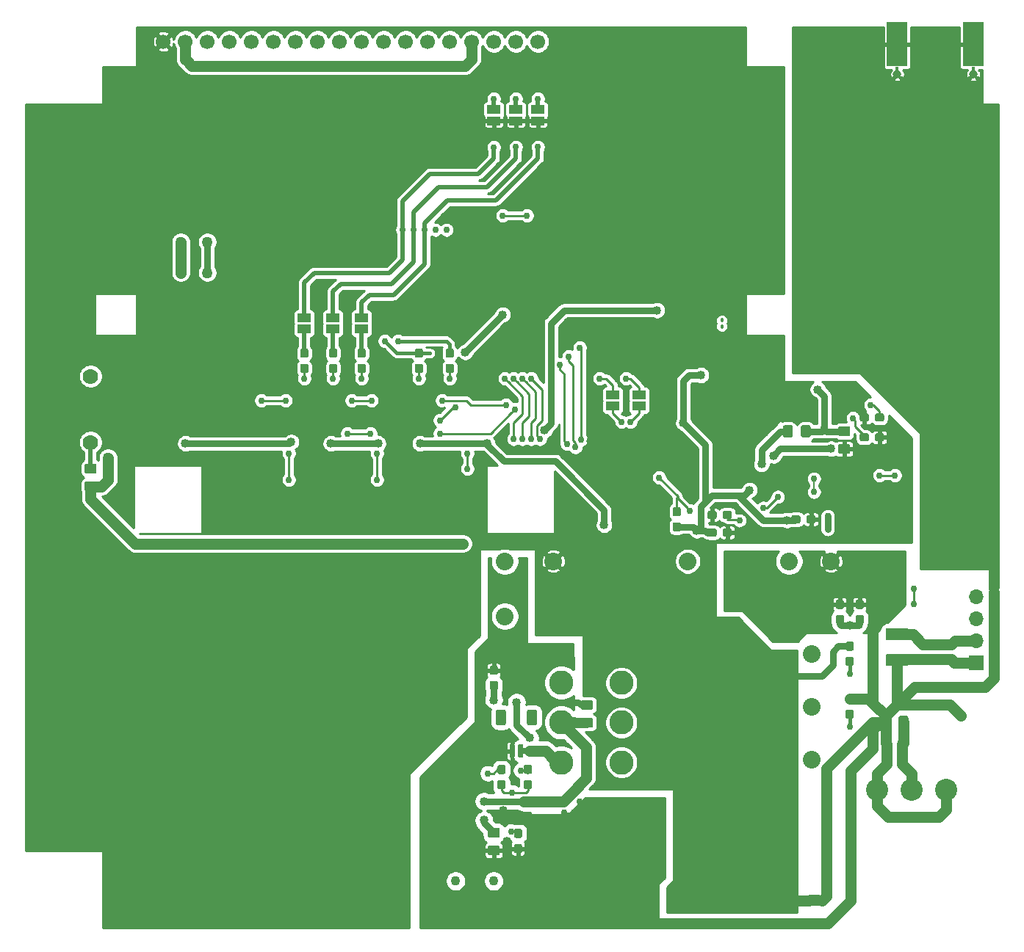
<source format=gbl>
G04 #@! TF.GenerationSoftware,KiCad,Pcbnew,(5.1.5)-3*
G04 #@! TF.CreationDate,2020-03-06T01:27:03-08:00*
G04 #@! TF.ProjectId,pandora,70616e64-6f72-4612-9e6b-696361645f70,A*
G04 #@! TF.SameCoordinates,PXf877d2b8PY8db4db0*
G04 #@! TF.FileFunction,Copper,L2,Bot*
G04 #@! TF.FilePolarity,Positive*
%FSLAX46Y46*%
G04 Gerber Fmt 4.6, Leading zero omitted, Abs format (unit mm)*
G04 Created by KiCad (PCBNEW (5.1.5)-3) date 2020-03-06 01:27:03*
%MOMM*%
%LPD*%
G04 APERTURE LIST*
%ADD10C,0.100000*%
%ADD11C,1.270000*%
%ADD12R,1.700000X1.700000*%
%ADD13O,1.700000X1.700000*%
%ADD14C,0.500000*%
%ADD15C,2.794000*%
%ADD16C,0.457200*%
%ADD17C,1.699748*%
%ADD18C,2.032000*%
%ADD19C,1.778000*%
%ADD20R,1.500000X1.000000*%
%ADD21C,1.099820*%
%ADD22C,2.540000*%
%ADD23R,0.460000X0.950000*%
%ADD24C,0.970000*%
%ADD25R,2.420000X5.080000*%
%ADD26C,0.762000*%
%ADD27C,1.016000*%
%ADD28C,0.609600*%
%ADD29C,1.270000*%
%ADD30C,0.762000*%
%ADD31C,0.254000*%
%ADD32C,0.381000*%
%ADD33C,0.635000*%
%ADD34C,0.508000*%
%ADD35C,0.203200*%
%ADD36C,1.371600*%
%ADD37C,1.143000*%
G04 APERTURE END LIST*
D10*
G36*
X88011000Y59436000D02*
G01*
X87503000Y58928000D01*
X82804000Y58928000D01*
X82804000Y64262000D01*
X88138000Y64262000D01*
X88011000Y59436000D01*
G37*
X88011000Y59436000D02*
X87503000Y58928000D01*
X82804000Y58928000D01*
X82804000Y64262000D01*
X88138000Y64262000D01*
X88011000Y59436000D01*
G36*
X92964000Y5207000D02*
G01*
X91694000Y5207000D01*
X91694000Y3937000D01*
X92964000Y3937000D01*
X92964000Y5207000D01*
G37*
G36*
X76708000Y2540000D02*
G01*
X75438000Y2540000D01*
X75438000Y1270000D01*
X76708000Y1270000D01*
X76708000Y2540000D01*
G37*
G36*
X102489000Y28829000D02*
G01*
X102489000Y30099000D01*
X101219000Y30099000D01*
X101219000Y28829000D01*
X102489000Y28829000D01*
G37*
G36*
X113665000Y40513000D02*
G01*
X113665000Y41783000D01*
X112395000Y41783000D01*
X112395000Y40513000D01*
X113665000Y40513000D01*
G37*
G36*
X99695000Y33401000D02*
G01*
X99695000Y34671000D01*
X98425000Y34671000D01*
X98425000Y33401000D01*
X99695000Y33401000D01*
G37*
D11*
X92964000Y4572000D03*
X91694000Y4572000D03*
D12*
X111005002Y32004000D03*
D13*
X111005002Y34544000D03*
X111005002Y37084000D03*
X111005002Y39624000D03*
D11*
X75438000Y1905000D03*
X76708000Y1905000D03*
X101854000Y28829000D03*
X101854000Y30099000D03*
X113030000Y41783000D03*
X113030000Y40513000D03*
X99060000Y33401000D03*
X99060000Y34671000D03*
D14*
X87471000Y63722000D03*
X87471000Y62722000D03*
X87471000Y61722000D03*
X87471000Y60722000D03*
X87471000Y59722000D03*
X86471000Y63722000D03*
X86471000Y62722000D03*
X86471000Y61722000D03*
X86471000Y60722000D03*
X86471000Y59722000D03*
X85471000Y63722000D03*
X85471000Y62722000D03*
X85471000Y61722000D03*
X85471000Y60722000D03*
X85471000Y59722000D03*
X84471000Y63722000D03*
X84471000Y62722000D03*
X84471000Y61722000D03*
X84471000Y60722000D03*
X84471000Y59722000D03*
X83471000Y63722000D03*
X83471000Y62722000D03*
X83471000Y61722000D03*
X83471000Y60722000D03*
X83471000Y59722000D03*
G04 #@! TA.AperFunction,Conductor*
D10*
G36*
X87495502Y63970796D02*
G01*
X87519771Y63967196D01*
X87543570Y63961235D01*
X87566670Y63952970D01*
X87588848Y63942480D01*
X87609892Y63929867D01*
X87629598Y63915252D01*
X87647776Y63898776D01*
X87664252Y63880598D01*
X87678867Y63860892D01*
X87691480Y63839848D01*
X87701970Y63817670D01*
X87710235Y63794570D01*
X87716196Y63770771D01*
X87719796Y63746502D01*
X87721000Y63721998D01*
X87721000Y59722002D01*
X87719796Y59697498D01*
X87716196Y59673229D01*
X87710235Y59649430D01*
X87701970Y59626330D01*
X87691480Y59604152D01*
X87678867Y59583108D01*
X87664252Y59563402D01*
X87647776Y59545224D01*
X87629598Y59528748D01*
X87609892Y59514133D01*
X87588848Y59501520D01*
X87566670Y59491030D01*
X87543570Y59482765D01*
X87519771Y59476804D01*
X87495502Y59473204D01*
X87470998Y59472000D01*
X83471002Y59472000D01*
X83446498Y59473204D01*
X83422229Y59476804D01*
X83398430Y59482765D01*
X83375330Y59491030D01*
X83353152Y59501520D01*
X83332108Y59514133D01*
X83312402Y59528748D01*
X83294224Y59545224D01*
X83277748Y59563402D01*
X83263133Y59583108D01*
X83250520Y59604152D01*
X83240030Y59626330D01*
X83231765Y59649430D01*
X83225804Y59673229D01*
X83222204Y59697498D01*
X83221000Y59722002D01*
X83221000Y63721998D01*
X83222204Y63746502D01*
X83225804Y63770771D01*
X83231765Y63794570D01*
X83240030Y63817670D01*
X83250520Y63839848D01*
X83263133Y63860892D01*
X83277748Y63880598D01*
X83294224Y63898776D01*
X83312402Y63915252D01*
X83332108Y63929867D01*
X83353152Y63942480D01*
X83375330Y63952970D01*
X83398430Y63961235D01*
X83422229Y63967196D01*
X83446498Y63970796D01*
X83471002Y63972000D01*
X87470998Y63972000D01*
X87495502Y63970796D01*
G37*
G04 #@! TD.AperFunction*
G04 #@! TA.AperFunction,SMDPad,CuDef*
G36*
X9364505Y52888796D02*
G01*
X9388773Y52885196D01*
X9412572Y52879235D01*
X9435671Y52870970D01*
X9457850Y52860480D01*
X9478893Y52847868D01*
X9498599Y52833253D01*
X9516777Y52816777D01*
X9533253Y52798599D01*
X9547868Y52778893D01*
X9560480Y52757850D01*
X9570970Y52735671D01*
X9579235Y52712572D01*
X9585196Y52688773D01*
X9588796Y52664505D01*
X9590000Y52640001D01*
X9590000Y51989999D01*
X9588796Y51965495D01*
X9585196Y51941227D01*
X9579235Y51917428D01*
X9570970Y51894329D01*
X9560480Y51872150D01*
X9547868Y51851107D01*
X9533253Y51831401D01*
X9516777Y51813223D01*
X9498599Y51796747D01*
X9478893Y51782132D01*
X9457850Y51769520D01*
X9435671Y51759030D01*
X9412572Y51750765D01*
X9388773Y51744804D01*
X9364505Y51741204D01*
X9340001Y51740000D01*
X8439999Y51740000D01*
X8415495Y51741204D01*
X8391227Y51744804D01*
X8367428Y51750765D01*
X8344329Y51759030D01*
X8322150Y51769520D01*
X8301107Y51782132D01*
X8281401Y51796747D01*
X8263223Y51813223D01*
X8246747Y51831401D01*
X8232132Y51851107D01*
X8219520Y51872150D01*
X8209030Y51894329D01*
X8200765Y51917428D01*
X8194804Y51941227D01*
X8191204Y51965495D01*
X8190000Y51989999D01*
X8190000Y52640001D01*
X8191204Y52664505D01*
X8194804Y52688773D01*
X8200765Y52712572D01*
X8209030Y52735671D01*
X8219520Y52757850D01*
X8232132Y52778893D01*
X8246747Y52798599D01*
X8263223Y52816777D01*
X8281401Y52833253D01*
X8301107Y52847868D01*
X8322150Y52860480D01*
X8344329Y52870970D01*
X8367428Y52879235D01*
X8391227Y52885196D01*
X8415495Y52888796D01*
X8439999Y52890000D01*
X9340001Y52890000D01*
X9364505Y52888796D01*
G37*
G04 #@! TD.AperFunction*
G04 #@! TA.AperFunction,SMDPad,CuDef*
G36*
X9364505Y54938796D02*
G01*
X9388773Y54935196D01*
X9412572Y54929235D01*
X9435671Y54920970D01*
X9457850Y54910480D01*
X9478893Y54897868D01*
X9498599Y54883253D01*
X9516777Y54866777D01*
X9533253Y54848599D01*
X9547868Y54828893D01*
X9560480Y54807850D01*
X9570970Y54785671D01*
X9579235Y54762572D01*
X9585196Y54738773D01*
X9588796Y54714505D01*
X9590000Y54690001D01*
X9590000Y54039999D01*
X9588796Y54015495D01*
X9585196Y53991227D01*
X9579235Y53967428D01*
X9570970Y53944329D01*
X9560480Y53922150D01*
X9547868Y53901107D01*
X9533253Y53881401D01*
X9516777Y53863223D01*
X9498599Y53846747D01*
X9478893Y53832132D01*
X9457850Y53819520D01*
X9435671Y53809030D01*
X9412572Y53800765D01*
X9388773Y53794804D01*
X9364505Y53791204D01*
X9340001Y53790000D01*
X8439999Y53790000D01*
X8415495Y53791204D01*
X8391227Y53794804D01*
X8367428Y53800765D01*
X8344329Y53809030D01*
X8322150Y53819520D01*
X8301107Y53832132D01*
X8281401Y53846747D01*
X8263223Y53863223D01*
X8246747Y53881401D01*
X8232132Y53901107D01*
X8219520Y53922150D01*
X8209030Y53944329D01*
X8200765Y53967428D01*
X8194804Y53991227D01*
X8191204Y54015495D01*
X8190000Y54039999D01*
X8190000Y54690001D01*
X8191204Y54714505D01*
X8194804Y54738773D01*
X8200765Y54762572D01*
X8209030Y54785671D01*
X8219520Y54807850D01*
X8232132Y54828893D01*
X8246747Y54848599D01*
X8263223Y54866777D01*
X8281401Y54883253D01*
X8301107Y54897868D01*
X8322150Y54910480D01*
X8344329Y54920970D01*
X8367428Y54929235D01*
X8391227Y54935196D01*
X8415495Y54938796D01*
X8439999Y54940000D01*
X9340001Y54940000D01*
X9364505Y54938796D01*
G37*
G04 #@! TD.AperFunction*
D15*
X70085401Y29660399D03*
X70085401Y25062999D03*
X70085401Y20465599D03*
X63176601Y20465599D03*
X63176601Y25062999D03*
X63176601Y29660399D03*
D16*
X81661000Y71475600D03*
X81661000Y70764400D03*
G04 #@! TA.AperFunction,SMDPad,CuDef*
D10*
G36*
X100141780Y60738857D02*
G01*
X100164835Y60735438D01*
X100187444Y60729774D01*
X100209388Y60721922D01*
X100230458Y60711957D01*
X100250449Y60699975D01*
X100269169Y60686091D01*
X100286439Y60670439D01*
X100302091Y60653169D01*
X100315975Y60634449D01*
X100327957Y60614458D01*
X100337922Y60593388D01*
X100345774Y60571444D01*
X100351438Y60548835D01*
X100354857Y60525780D01*
X100356001Y60502501D01*
X100356001Y60027501D01*
X100354857Y60004222D01*
X100351438Y59981167D01*
X100345774Y59958558D01*
X100337922Y59936614D01*
X100327957Y59915544D01*
X100315975Y59895553D01*
X100302091Y59876833D01*
X100286439Y59859563D01*
X100269169Y59843911D01*
X100250449Y59830027D01*
X100230458Y59818045D01*
X100209388Y59808080D01*
X100187444Y59800228D01*
X100164835Y59794564D01*
X100141780Y59791145D01*
X100118501Y59790001D01*
X99543501Y59790001D01*
X99520222Y59791145D01*
X99497167Y59794564D01*
X99474558Y59800228D01*
X99452614Y59808080D01*
X99431544Y59818045D01*
X99411553Y59830027D01*
X99392833Y59843911D01*
X99375563Y59859563D01*
X99359911Y59876833D01*
X99346027Y59895553D01*
X99334045Y59915544D01*
X99324080Y59936614D01*
X99316228Y59958558D01*
X99310564Y59981167D01*
X99307145Y60004222D01*
X99306001Y60027501D01*
X99306001Y60502501D01*
X99307145Y60525780D01*
X99310564Y60548835D01*
X99316228Y60571444D01*
X99324080Y60593388D01*
X99334045Y60614458D01*
X99346027Y60634449D01*
X99359911Y60653169D01*
X99375563Y60670439D01*
X99392833Y60686091D01*
X99411553Y60699975D01*
X99431544Y60711957D01*
X99452614Y60721922D01*
X99474558Y60729774D01*
X99497167Y60735438D01*
X99520222Y60738857D01*
X99543501Y60740001D01*
X100118501Y60740001D01*
X100141780Y60738857D01*
G37*
G04 #@! TD.AperFunction*
G04 #@! TA.AperFunction,SMDPad,CuDef*
G36*
X98391780Y60738857D02*
G01*
X98414835Y60735438D01*
X98437444Y60729774D01*
X98459388Y60721922D01*
X98480458Y60711957D01*
X98500449Y60699975D01*
X98519169Y60686091D01*
X98536439Y60670439D01*
X98552091Y60653169D01*
X98565975Y60634449D01*
X98577957Y60614458D01*
X98587922Y60593388D01*
X98595774Y60571444D01*
X98601438Y60548835D01*
X98604857Y60525780D01*
X98606001Y60502501D01*
X98606001Y60027501D01*
X98604857Y60004222D01*
X98601438Y59981167D01*
X98595774Y59958558D01*
X98587922Y59936614D01*
X98577957Y59915544D01*
X98565975Y59895553D01*
X98552091Y59876833D01*
X98536439Y59859563D01*
X98519169Y59843911D01*
X98500449Y59830027D01*
X98480458Y59818045D01*
X98459388Y59808080D01*
X98437444Y59800228D01*
X98414835Y59794564D01*
X98391780Y59791145D01*
X98368501Y59790001D01*
X97793501Y59790001D01*
X97770222Y59791145D01*
X97747167Y59794564D01*
X97724558Y59800228D01*
X97702614Y59808080D01*
X97681544Y59818045D01*
X97661553Y59830027D01*
X97642833Y59843911D01*
X97625563Y59859563D01*
X97609911Y59876833D01*
X97596027Y59895553D01*
X97584045Y59915544D01*
X97574080Y59936614D01*
X97566228Y59958558D01*
X97560564Y59981167D01*
X97557145Y60004222D01*
X97556001Y60027501D01*
X97556001Y60502501D01*
X97557145Y60525780D01*
X97560564Y60548835D01*
X97566228Y60571444D01*
X97574080Y60593388D01*
X97584045Y60614458D01*
X97596027Y60634449D01*
X97609911Y60653169D01*
X97625563Y60670439D01*
X97642833Y60686091D01*
X97661553Y60699975D01*
X97681544Y60711957D01*
X97702614Y60721922D01*
X97724558Y60729774D01*
X97747167Y60735438D01*
X97770222Y60738857D01*
X97793501Y60740001D01*
X98368501Y60740001D01*
X98391780Y60738857D01*
G37*
G04 #@! TD.AperFunction*
G04 #@! TA.AperFunction,SMDPad,CuDef*
G36*
X100141780Y58452857D02*
G01*
X100164835Y58449438D01*
X100187444Y58443774D01*
X100209388Y58435922D01*
X100230458Y58425957D01*
X100250449Y58413975D01*
X100269169Y58400091D01*
X100286439Y58384439D01*
X100302091Y58367169D01*
X100315975Y58348449D01*
X100327957Y58328458D01*
X100337922Y58307388D01*
X100345774Y58285444D01*
X100351438Y58262835D01*
X100354857Y58239780D01*
X100356001Y58216501D01*
X100356001Y57741501D01*
X100354857Y57718222D01*
X100351438Y57695167D01*
X100345774Y57672558D01*
X100337922Y57650614D01*
X100327957Y57629544D01*
X100315975Y57609553D01*
X100302091Y57590833D01*
X100286439Y57573563D01*
X100269169Y57557911D01*
X100250449Y57544027D01*
X100230458Y57532045D01*
X100209388Y57522080D01*
X100187444Y57514228D01*
X100164835Y57508564D01*
X100141780Y57505145D01*
X100118501Y57504001D01*
X99543501Y57504001D01*
X99520222Y57505145D01*
X99497167Y57508564D01*
X99474558Y57514228D01*
X99452614Y57522080D01*
X99431544Y57532045D01*
X99411553Y57544027D01*
X99392833Y57557911D01*
X99375563Y57573563D01*
X99359911Y57590833D01*
X99346027Y57609553D01*
X99334045Y57629544D01*
X99324080Y57650614D01*
X99316228Y57672558D01*
X99310564Y57695167D01*
X99307145Y57718222D01*
X99306001Y57741501D01*
X99306001Y58216501D01*
X99307145Y58239780D01*
X99310564Y58262835D01*
X99316228Y58285444D01*
X99324080Y58307388D01*
X99334045Y58328458D01*
X99346027Y58348449D01*
X99359911Y58367169D01*
X99375563Y58384439D01*
X99392833Y58400091D01*
X99411553Y58413975D01*
X99431544Y58425957D01*
X99452614Y58435922D01*
X99474558Y58443774D01*
X99497167Y58449438D01*
X99520222Y58452857D01*
X99543501Y58454001D01*
X100118501Y58454001D01*
X100141780Y58452857D01*
G37*
G04 #@! TD.AperFunction*
G04 #@! TA.AperFunction,SMDPad,CuDef*
G36*
X98391780Y58452857D02*
G01*
X98414835Y58449438D01*
X98437444Y58443774D01*
X98459388Y58435922D01*
X98480458Y58425957D01*
X98500449Y58413975D01*
X98519169Y58400091D01*
X98536439Y58384439D01*
X98552091Y58367169D01*
X98565975Y58348449D01*
X98577957Y58328458D01*
X98587922Y58307388D01*
X98595774Y58285444D01*
X98601438Y58262835D01*
X98604857Y58239780D01*
X98606001Y58216501D01*
X98606001Y57741501D01*
X98604857Y57718222D01*
X98601438Y57695167D01*
X98595774Y57672558D01*
X98587922Y57650614D01*
X98577957Y57629544D01*
X98565975Y57609553D01*
X98552091Y57590833D01*
X98536439Y57573563D01*
X98519169Y57557911D01*
X98500449Y57544027D01*
X98480458Y57532045D01*
X98459388Y57522080D01*
X98437444Y57514228D01*
X98414835Y57508564D01*
X98391780Y57505145D01*
X98368501Y57504001D01*
X97793501Y57504001D01*
X97770222Y57505145D01*
X97747167Y57508564D01*
X97724558Y57514228D01*
X97702614Y57522080D01*
X97681544Y57532045D01*
X97661553Y57544027D01*
X97642833Y57557911D01*
X97625563Y57573563D01*
X97609911Y57590833D01*
X97596027Y57609553D01*
X97584045Y57629544D01*
X97574080Y57650614D01*
X97566228Y57672558D01*
X97560564Y57695167D01*
X97557145Y57718222D01*
X97556001Y57741501D01*
X97556001Y58216501D01*
X97557145Y58239780D01*
X97560564Y58262835D01*
X97566228Y58285444D01*
X97574080Y58307388D01*
X97584045Y58328458D01*
X97596027Y58348449D01*
X97609911Y58367169D01*
X97625563Y58384439D01*
X97642833Y58400091D01*
X97661553Y58413975D01*
X97681544Y58425957D01*
X97702614Y58435922D01*
X97724558Y58443774D01*
X97747167Y58449438D01*
X97770222Y58452857D01*
X97793501Y58454001D01*
X98368501Y58454001D01*
X98391780Y58452857D01*
G37*
G04 #@! TD.AperFunction*
D17*
X17272000Y103632000D03*
X19812000Y103632000D03*
X22352000Y103632000D03*
X24892000Y103632000D03*
X27432000Y103632000D03*
X29972000Y103632000D03*
X32512000Y103632000D03*
X35052000Y103632000D03*
X37592000Y103632000D03*
X40132000Y103632000D03*
X42672000Y103632000D03*
X45212000Y103632000D03*
X47752000Y103632000D03*
X50292000Y103632000D03*
X52832000Y103632000D03*
X55372000Y103632000D03*
X57912000Y103632000D03*
X60452000Y103632000D03*
D18*
X94234000Y43688000D03*
X62230000Y43688000D03*
X92031001Y20810999D03*
X89408000Y43688000D03*
X77724000Y43688000D03*
X92031001Y33002999D03*
X56642000Y43688000D03*
X92031001Y26906999D03*
X56642000Y37338000D03*
D19*
X8890000Y57404000D03*
X8890000Y65024000D03*
G04 #@! TA.AperFunction,SMDPad,CuDef*
D10*
G36*
X59569779Y18444856D02*
G01*
X59592834Y18441437D01*
X59615443Y18435773D01*
X59637387Y18427921D01*
X59658457Y18417956D01*
X59678448Y18405974D01*
X59697168Y18392090D01*
X59714438Y18376438D01*
X59730090Y18359168D01*
X59743974Y18340448D01*
X59755956Y18320457D01*
X59765921Y18299387D01*
X59773773Y18277443D01*
X59779437Y18254834D01*
X59782856Y18231779D01*
X59784000Y18208500D01*
X59784000Y17633500D01*
X59782856Y17610221D01*
X59779437Y17587166D01*
X59773773Y17564557D01*
X59765921Y17542613D01*
X59755956Y17521543D01*
X59743974Y17501552D01*
X59730090Y17482832D01*
X59714438Y17465562D01*
X59697168Y17449910D01*
X59678448Y17436026D01*
X59658457Y17424044D01*
X59637387Y17414079D01*
X59615443Y17406227D01*
X59592834Y17400563D01*
X59569779Y17397144D01*
X59546500Y17396000D01*
X59071500Y17396000D01*
X59048221Y17397144D01*
X59025166Y17400563D01*
X59002557Y17406227D01*
X58980613Y17414079D01*
X58959543Y17424044D01*
X58939552Y17436026D01*
X58920832Y17449910D01*
X58903562Y17465562D01*
X58887910Y17482832D01*
X58874026Y17501552D01*
X58862044Y17521543D01*
X58852079Y17542613D01*
X58844227Y17564557D01*
X58838563Y17587166D01*
X58835144Y17610221D01*
X58834000Y17633500D01*
X58834000Y18208500D01*
X58835144Y18231779D01*
X58838563Y18254834D01*
X58844227Y18277443D01*
X58852079Y18299387D01*
X58862044Y18320457D01*
X58874026Y18340448D01*
X58887910Y18359168D01*
X58903562Y18376438D01*
X58920832Y18392090D01*
X58939552Y18405974D01*
X58959543Y18417956D01*
X58980613Y18427921D01*
X59002557Y18435773D01*
X59025166Y18441437D01*
X59048221Y18444856D01*
X59071500Y18446000D01*
X59546500Y18446000D01*
X59569779Y18444856D01*
G37*
G04 #@! TD.AperFunction*
G04 #@! TA.AperFunction,SMDPad,CuDef*
G36*
X59569779Y20194856D02*
G01*
X59592834Y20191437D01*
X59615443Y20185773D01*
X59637387Y20177921D01*
X59658457Y20167956D01*
X59678448Y20155974D01*
X59697168Y20142090D01*
X59714438Y20126438D01*
X59730090Y20109168D01*
X59743974Y20090448D01*
X59755956Y20070457D01*
X59765921Y20049387D01*
X59773773Y20027443D01*
X59779437Y20004834D01*
X59782856Y19981779D01*
X59784000Y19958500D01*
X59784000Y19383500D01*
X59782856Y19360221D01*
X59779437Y19337166D01*
X59773773Y19314557D01*
X59765921Y19292613D01*
X59755956Y19271543D01*
X59743974Y19251552D01*
X59730090Y19232832D01*
X59714438Y19215562D01*
X59697168Y19199910D01*
X59678448Y19186026D01*
X59658457Y19174044D01*
X59637387Y19164079D01*
X59615443Y19156227D01*
X59592834Y19150563D01*
X59569779Y19147144D01*
X59546500Y19146000D01*
X59071500Y19146000D01*
X59048221Y19147144D01*
X59025166Y19150563D01*
X59002557Y19156227D01*
X58980613Y19164079D01*
X58959543Y19174044D01*
X58939552Y19186026D01*
X58920832Y19199910D01*
X58903562Y19215562D01*
X58887910Y19232832D01*
X58874026Y19251552D01*
X58862044Y19271543D01*
X58852079Y19292613D01*
X58844227Y19314557D01*
X58838563Y19337166D01*
X58835144Y19360221D01*
X58834000Y19383500D01*
X58834000Y19958500D01*
X58835144Y19981779D01*
X58838563Y20004834D01*
X58844227Y20027443D01*
X58852079Y20049387D01*
X58862044Y20070457D01*
X58874026Y20090448D01*
X58887910Y20109168D01*
X58903562Y20126438D01*
X58920832Y20142090D01*
X58939552Y20155974D01*
X58959543Y20167956D01*
X58980613Y20177921D01*
X59002557Y20185773D01*
X59025166Y20191437D01*
X59048221Y20194856D01*
X59071500Y20196000D01*
X59546500Y20196000D01*
X59569779Y20194856D01*
G37*
G04 #@! TD.AperFunction*
G04 #@! TA.AperFunction,SMDPad,CuDef*
G36*
X58426779Y12811855D02*
G01*
X58449834Y12808436D01*
X58472443Y12802772D01*
X58494387Y12794920D01*
X58515457Y12784955D01*
X58535448Y12772973D01*
X58554168Y12759089D01*
X58571438Y12743437D01*
X58587090Y12726167D01*
X58600974Y12707447D01*
X58612956Y12687456D01*
X58622921Y12666386D01*
X58630773Y12644442D01*
X58636437Y12621833D01*
X58639856Y12598778D01*
X58641000Y12575499D01*
X58641000Y12000499D01*
X58639856Y11977220D01*
X58636437Y11954165D01*
X58630773Y11931556D01*
X58622921Y11909612D01*
X58612956Y11888542D01*
X58600974Y11868551D01*
X58587090Y11849831D01*
X58571438Y11832561D01*
X58554168Y11816909D01*
X58535448Y11803025D01*
X58515457Y11791043D01*
X58494387Y11781078D01*
X58472443Y11773226D01*
X58449834Y11767562D01*
X58426779Y11764143D01*
X58403500Y11762999D01*
X57928500Y11762999D01*
X57905221Y11764143D01*
X57882166Y11767562D01*
X57859557Y11773226D01*
X57837613Y11781078D01*
X57816543Y11791043D01*
X57796552Y11803025D01*
X57777832Y11816909D01*
X57760562Y11832561D01*
X57744910Y11849831D01*
X57731026Y11868551D01*
X57719044Y11888542D01*
X57709079Y11909612D01*
X57701227Y11931556D01*
X57695563Y11954165D01*
X57692144Y11977220D01*
X57691000Y12000499D01*
X57691000Y12575499D01*
X57692144Y12598778D01*
X57695563Y12621833D01*
X57701227Y12644442D01*
X57709079Y12666386D01*
X57719044Y12687456D01*
X57731026Y12707447D01*
X57744910Y12726167D01*
X57760562Y12743437D01*
X57777832Y12759089D01*
X57796552Y12772973D01*
X57816543Y12784955D01*
X57837613Y12794920D01*
X57859557Y12802772D01*
X57882166Y12808436D01*
X57905221Y12811855D01*
X57928500Y12812999D01*
X58403500Y12812999D01*
X58426779Y12811855D01*
G37*
G04 #@! TD.AperFunction*
G04 #@! TA.AperFunction,SMDPad,CuDef*
G36*
X58426779Y11061855D02*
G01*
X58449834Y11058436D01*
X58472443Y11052772D01*
X58494387Y11044920D01*
X58515457Y11034955D01*
X58535448Y11022973D01*
X58554168Y11009089D01*
X58571438Y10993437D01*
X58587090Y10976167D01*
X58600974Y10957447D01*
X58612956Y10937456D01*
X58622921Y10916386D01*
X58630773Y10894442D01*
X58636437Y10871833D01*
X58639856Y10848778D01*
X58641000Y10825499D01*
X58641000Y10250499D01*
X58639856Y10227220D01*
X58636437Y10204165D01*
X58630773Y10181556D01*
X58622921Y10159612D01*
X58612956Y10138542D01*
X58600974Y10118551D01*
X58587090Y10099831D01*
X58571438Y10082561D01*
X58554168Y10066909D01*
X58535448Y10053025D01*
X58515457Y10041043D01*
X58494387Y10031078D01*
X58472443Y10023226D01*
X58449834Y10017562D01*
X58426779Y10014143D01*
X58403500Y10012999D01*
X57928500Y10012999D01*
X57905221Y10014143D01*
X57882166Y10017562D01*
X57859557Y10023226D01*
X57837613Y10031078D01*
X57816543Y10041043D01*
X57796552Y10053025D01*
X57777832Y10066909D01*
X57760562Y10082561D01*
X57744910Y10099831D01*
X57731026Y10118551D01*
X57719044Y10138542D01*
X57709079Y10159612D01*
X57701227Y10181556D01*
X57695563Y10204165D01*
X57692144Y10227220D01*
X57691000Y10250499D01*
X57691000Y10825499D01*
X57692144Y10848778D01*
X57695563Y10871833D01*
X57701227Y10894442D01*
X57709079Y10916386D01*
X57719044Y10937456D01*
X57731026Y10957447D01*
X57744910Y10976167D01*
X57760562Y10993437D01*
X57777832Y11009089D01*
X57796552Y11022973D01*
X57816543Y11034955D01*
X57837613Y11044920D01*
X57859557Y11052772D01*
X57882166Y11058436D01*
X57905221Y11061855D01*
X57928500Y11062999D01*
X58403500Y11062999D01*
X58426779Y11061855D01*
G37*
G04 #@! TD.AperFunction*
G04 #@! TA.AperFunction,SMDPad,CuDef*
G36*
X55632779Y29874856D02*
G01*
X55655834Y29871437D01*
X55678443Y29865773D01*
X55700387Y29857921D01*
X55721457Y29847956D01*
X55741448Y29835974D01*
X55760168Y29822090D01*
X55777438Y29806438D01*
X55793090Y29789168D01*
X55806974Y29770448D01*
X55818956Y29750457D01*
X55828921Y29729387D01*
X55836773Y29707443D01*
X55842437Y29684834D01*
X55845856Y29661779D01*
X55847000Y29638500D01*
X55847000Y29063500D01*
X55845856Y29040221D01*
X55842437Y29017166D01*
X55836773Y28994557D01*
X55828921Y28972613D01*
X55818956Y28951543D01*
X55806974Y28931552D01*
X55793090Y28912832D01*
X55777438Y28895562D01*
X55760168Y28879910D01*
X55741448Y28866026D01*
X55721457Y28854044D01*
X55700387Y28844079D01*
X55678443Y28836227D01*
X55655834Y28830563D01*
X55632779Y28827144D01*
X55609500Y28826000D01*
X55134500Y28826000D01*
X55111221Y28827144D01*
X55088166Y28830563D01*
X55065557Y28836227D01*
X55043613Y28844079D01*
X55022543Y28854044D01*
X55002552Y28866026D01*
X54983832Y28879910D01*
X54966562Y28895562D01*
X54950910Y28912832D01*
X54937026Y28931552D01*
X54925044Y28951543D01*
X54915079Y28972613D01*
X54907227Y28994557D01*
X54901563Y29017166D01*
X54898144Y29040221D01*
X54897000Y29063500D01*
X54897000Y29638500D01*
X54898144Y29661779D01*
X54901563Y29684834D01*
X54907227Y29707443D01*
X54915079Y29729387D01*
X54925044Y29750457D01*
X54937026Y29770448D01*
X54950910Y29789168D01*
X54966562Y29806438D01*
X54983832Y29822090D01*
X55002552Y29835974D01*
X55022543Y29847956D01*
X55043613Y29857921D01*
X55065557Y29865773D01*
X55088166Y29871437D01*
X55111221Y29874856D01*
X55134500Y29876000D01*
X55609500Y29876000D01*
X55632779Y29874856D01*
G37*
G04 #@! TD.AperFunction*
G04 #@! TA.AperFunction,SMDPad,CuDef*
G36*
X55632779Y31624856D02*
G01*
X55655834Y31621437D01*
X55678443Y31615773D01*
X55700387Y31607921D01*
X55721457Y31597956D01*
X55741448Y31585974D01*
X55760168Y31572090D01*
X55777438Y31556438D01*
X55793090Y31539168D01*
X55806974Y31520448D01*
X55818956Y31500457D01*
X55828921Y31479387D01*
X55836773Y31457443D01*
X55842437Y31434834D01*
X55845856Y31411779D01*
X55847000Y31388500D01*
X55847000Y30813500D01*
X55845856Y30790221D01*
X55842437Y30767166D01*
X55836773Y30744557D01*
X55828921Y30722613D01*
X55818956Y30701543D01*
X55806974Y30681552D01*
X55793090Y30662832D01*
X55777438Y30645562D01*
X55760168Y30629910D01*
X55741448Y30616026D01*
X55721457Y30604044D01*
X55700387Y30594079D01*
X55678443Y30586227D01*
X55655834Y30580563D01*
X55632779Y30577144D01*
X55609500Y30576000D01*
X55134500Y30576000D01*
X55111221Y30577144D01*
X55088166Y30580563D01*
X55065557Y30586227D01*
X55043613Y30594079D01*
X55022543Y30604044D01*
X55002552Y30616026D01*
X54983832Y30629910D01*
X54966562Y30645562D01*
X54950910Y30662832D01*
X54937026Y30681552D01*
X54925044Y30701543D01*
X54915079Y30722613D01*
X54907227Y30744557D01*
X54901563Y30767166D01*
X54898144Y30790221D01*
X54897000Y30813500D01*
X54897000Y31388500D01*
X54898144Y31411779D01*
X54901563Y31434834D01*
X54907227Y31457443D01*
X54915079Y31479387D01*
X54925044Y31500457D01*
X54937026Y31520448D01*
X54950910Y31539168D01*
X54966562Y31556438D01*
X54983832Y31572090D01*
X55002552Y31585974D01*
X55022543Y31597956D01*
X55043613Y31607921D01*
X55065557Y31615773D01*
X55088166Y31621437D01*
X55111221Y31624856D01*
X55134500Y31626000D01*
X55609500Y31626000D01*
X55632779Y31624856D01*
G37*
G04 #@! TD.AperFunction*
G04 #@! TA.AperFunction,SMDPad,CuDef*
G36*
X56521779Y18427855D02*
G01*
X56544834Y18424436D01*
X56567443Y18418772D01*
X56589387Y18410920D01*
X56610457Y18400955D01*
X56630448Y18388973D01*
X56649168Y18375089D01*
X56666438Y18359437D01*
X56682090Y18342167D01*
X56695974Y18323447D01*
X56707956Y18303456D01*
X56717921Y18282386D01*
X56725773Y18260442D01*
X56731437Y18237833D01*
X56734856Y18214778D01*
X56736000Y18191499D01*
X56736000Y17616499D01*
X56734856Y17593220D01*
X56731437Y17570165D01*
X56725773Y17547556D01*
X56717921Y17525612D01*
X56707956Y17504542D01*
X56695974Y17484551D01*
X56682090Y17465831D01*
X56666438Y17448561D01*
X56649168Y17432909D01*
X56630448Y17419025D01*
X56610457Y17407043D01*
X56589387Y17397078D01*
X56567443Y17389226D01*
X56544834Y17383562D01*
X56521779Y17380143D01*
X56498500Y17378999D01*
X56023500Y17378999D01*
X56000221Y17380143D01*
X55977166Y17383562D01*
X55954557Y17389226D01*
X55932613Y17397078D01*
X55911543Y17407043D01*
X55891552Y17419025D01*
X55872832Y17432909D01*
X55855562Y17448561D01*
X55839910Y17465831D01*
X55826026Y17484551D01*
X55814044Y17504542D01*
X55804079Y17525612D01*
X55796227Y17547556D01*
X55790563Y17570165D01*
X55787144Y17593220D01*
X55786000Y17616499D01*
X55786000Y18191499D01*
X55787144Y18214778D01*
X55790563Y18237833D01*
X55796227Y18260442D01*
X55804079Y18282386D01*
X55814044Y18303456D01*
X55826026Y18323447D01*
X55839910Y18342167D01*
X55855562Y18359437D01*
X55872832Y18375089D01*
X55891552Y18388973D01*
X55911543Y18400955D01*
X55932613Y18410920D01*
X55954557Y18418772D01*
X55977166Y18424436D01*
X56000221Y18427855D01*
X56023500Y18428999D01*
X56498500Y18428999D01*
X56521779Y18427855D01*
G37*
G04 #@! TD.AperFunction*
G04 #@! TA.AperFunction,SMDPad,CuDef*
G36*
X56521779Y20177855D02*
G01*
X56544834Y20174436D01*
X56567443Y20168772D01*
X56589387Y20160920D01*
X56610457Y20150955D01*
X56630448Y20138973D01*
X56649168Y20125089D01*
X56666438Y20109437D01*
X56682090Y20092167D01*
X56695974Y20073447D01*
X56707956Y20053456D01*
X56717921Y20032386D01*
X56725773Y20010442D01*
X56731437Y19987833D01*
X56734856Y19964778D01*
X56736000Y19941499D01*
X56736000Y19366499D01*
X56734856Y19343220D01*
X56731437Y19320165D01*
X56725773Y19297556D01*
X56717921Y19275612D01*
X56707956Y19254542D01*
X56695974Y19234551D01*
X56682090Y19215831D01*
X56666438Y19198561D01*
X56649168Y19182909D01*
X56630448Y19169025D01*
X56610457Y19157043D01*
X56589387Y19147078D01*
X56567443Y19139226D01*
X56544834Y19133562D01*
X56521779Y19130143D01*
X56498500Y19128999D01*
X56023500Y19128999D01*
X56000221Y19130143D01*
X55977166Y19133562D01*
X55954557Y19139226D01*
X55932613Y19147078D01*
X55911543Y19157043D01*
X55891552Y19169025D01*
X55872832Y19182909D01*
X55855562Y19198561D01*
X55839910Y19215831D01*
X55826026Y19234551D01*
X55814044Y19254542D01*
X55804079Y19275612D01*
X55796227Y19297556D01*
X55790563Y19320165D01*
X55787144Y19343220D01*
X55786000Y19366499D01*
X55786000Y19941499D01*
X55787144Y19964778D01*
X55790563Y19987833D01*
X55796227Y20010442D01*
X55804079Y20032386D01*
X55814044Y20053456D01*
X55826026Y20073447D01*
X55839910Y20092167D01*
X55855562Y20109437D01*
X55872832Y20125089D01*
X55891552Y20138973D01*
X55911543Y20150955D01*
X55932613Y20160920D01*
X55954557Y20168772D01*
X55977166Y20174436D01*
X56000221Y20177855D01*
X56023500Y20178999D01*
X56498500Y20178999D01*
X56521779Y20177855D01*
G37*
G04 #@! TD.AperFunction*
G04 #@! TA.AperFunction,SMDPad,CuDef*
G36*
X80842779Y49495856D02*
G01*
X80865834Y49492437D01*
X80888443Y49486773D01*
X80910387Y49478921D01*
X80931457Y49468956D01*
X80951448Y49456974D01*
X80970168Y49443090D01*
X80987438Y49427438D01*
X81003090Y49410168D01*
X81016974Y49391448D01*
X81028956Y49371457D01*
X81038921Y49350387D01*
X81046773Y49328443D01*
X81052437Y49305834D01*
X81055856Y49282779D01*
X81057000Y49259500D01*
X81057000Y48784500D01*
X81055856Y48761221D01*
X81052437Y48738166D01*
X81046773Y48715557D01*
X81038921Y48693613D01*
X81028956Y48672543D01*
X81016974Y48652552D01*
X81003090Y48633832D01*
X80987438Y48616562D01*
X80970168Y48600910D01*
X80951448Y48587026D01*
X80931457Y48575044D01*
X80910387Y48565079D01*
X80888443Y48557227D01*
X80865834Y48551563D01*
X80842779Y48548144D01*
X80819500Y48547000D01*
X80244500Y48547000D01*
X80221221Y48548144D01*
X80198166Y48551563D01*
X80175557Y48557227D01*
X80153613Y48565079D01*
X80132543Y48575044D01*
X80112552Y48587026D01*
X80093832Y48600910D01*
X80076562Y48616562D01*
X80060910Y48633832D01*
X80047026Y48652552D01*
X80035044Y48672543D01*
X80025079Y48693613D01*
X80017227Y48715557D01*
X80011563Y48738166D01*
X80008144Y48761221D01*
X80007000Y48784500D01*
X80007000Y49259500D01*
X80008144Y49282779D01*
X80011563Y49305834D01*
X80017227Y49328443D01*
X80025079Y49350387D01*
X80035044Y49371457D01*
X80047026Y49391448D01*
X80060910Y49410168D01*
X80076562Y49427438D01*
X80093832Y49443090D01*
X80112552Y49456974D01*
X80132543Y49468956D01*
X80153613Y49478921D01*
X80175557Y49486773D01*
X80198166Y49492437D01*
X80221221Y49495856D01*
X80244500Y49497000D01*
X80819500Y49497000D01*
X80842779Y49495856D01*
G37*
G04 #@! TD.AperFunction*
G04 #@! TA.AperFunction,SMDPad,CuDef*
G36*
X82592779Y49495856D02*
G01*
X82615834Y49492437D01*
X82638443Y49486773D01*
X82660387Y49478921D01*
X82681457Y49468956D01*
X82701448Y49456974D01*
X82720168Y49443090D01*
X82737438Y49427438D01*
X82753090Y49410168D01*
X82766974Y49391448D01*
X82778956Y49371457D01*
X82788921Y49350387D01*
X82796773Y49328443D01*
X82802437Y49305834D01*
X82805856Y49282779D01*
X82807000Y49259500D01*
X82807000Y48784500D01*
X82805856Y48761221D01*
X82802437Y48738166D01*
X82796773Y48715557D01*
X82788921Y48693613D01*
X82778956Y48672543D01*
X82766974Y48652552D01*
X82753090Y48633832D01*
X82737438Y48616562D01*
X82720168Y48600910D01*
X82701448Y48587026D01*
X82681457Y48575044D01*
X82660387Y48565079D01*
X82638443Y48557227D01*
X82615834Y48551563D01*
X82592779Y48548144D01*
X82569500Y48547000D01*
X81994500Y48547000D01*
X81971221Y48548144D01*
X81948166Y48551563D01*
X81925557Y48557227D01*
X81903613Y48565079D01*
X81882543Y48575044D01*
X81862552Y48587026D01*
X81843832Y48600910D01*
X81826562Y48616562D01*
X81810910Y48633832D01*
X81797026Y48652552D01*
X81785044Y48672543D01*
X81775079Y48693613D01*
X81767227Y48715557D01*
X81761563Y48738166D01*
X81758144Y48761221D01*
X81757000Y48784500D01*
X81757000Y49259500D01*
X81758144Y49282779D01*
X81761563Y49305834D01*
X81767227Y49328443D01*
X81775079Y49350387D01*
X81785044Y49371457D01*
X81797026Y49391448D01*
X81810910Y49410168D01*
X81826562Y49427438D01*
X81843832Y49443090D01*
X81862552Y49456974D01*
X81882543Y49468956D01*
X81903613Y49478921D01*
X81925557Y49486773D01*
X81948166Y49492437D01*
X81971221Y49495856D01*
X81994500Y49497000D01*
X82569500Y49497000D01*
X82592779Y49495856D01*
G37*
G04 #@! TD.AperFunction*
G04 #@! TA.AperFunction,SMDPad,CuDef*
G36*
X76714779Y49912856D02*
G01*
X76737834Y49909437D01*
X76760443Y49903773D01*
X76782387Y49895921D01*
X76803457Y49885956D01*
X76823448Y49873974D01*
X76842168Y49860090D01*
X76859438Y49844438D01*
X76875090Y49827168D01*
X76888974Y49808448D01*
X76900956Y49788457D01*
X76910921Y49767387D01*
X76918773Y49745443D01*
X76924437Y49722834D01*
X76927856Y49699779D01*
X76929000Y49676500D01*
X76929000Y49101500D01*
X76927856Y49078221D01*
X76924437Y49055166D01*
X76918773Y49032557D01*
X76910921Y49010613D01*
X76900956Y48989543D01*
X76888974Y48969552D01*
X76875090Y48950832D01*
X76859438Y48933562D01*
X76842168Y48917910D01*
X76823448Y48904026D01*
X76803457Y48892044D01*
X76782387Y48882079D01*
X76760443Y48874227D01*
X76737834Y48868563D01*
X76714779Y48865144D01*
X76691500Y48864000D01*
X76216500Y48864000D01*
X76193221Y48865144D01*
X76170166Y48868563D01*
X76147557Y48874227D01*
X76125613Y48882079D01*
X76104543Y48892044D01*
X76084552Y48904026D01*
X76065832Y48917910D01*
X76048562Y48933562D01*
X76032910Y48950832D01*
X76019026Y48969552D01*
X76007044Y48989543D01*
X75997079Y49010613D01*
X75989227Y49032557D01*
X75983563Y49055166D01*
X75980144Y49078221D01*
X75979000Y49101500D01*
X75979000Y49676500D01*
X75980144Y49699779D01*
X75983563Y49722834D01*
X75989227Y49745443D01*
X75997079Y49767387D01*
X76007044Y49788457D01*
X76019026Y49808448D01*
X76032910Y49827168D01*
X76048562Y49844438D01*
X76065832Y49860090D01*
X76084552Y49873974D01*
X76104543Y49885956D01*
X76125613Y49895921D01*
X76147557Y49903773D01*
X76170166Y49909437D01*
X76193221Y49912856D01*
X76216500Y49914000D01*
X76691500Y49914000D01*
X76714779Y49912856D01*
G37*
G04 #@! TD.AperFunction*
G04 #@! TA.AperFunction,SMDPad,CuDef*
G36*
X76714779Y48162856D02*
G01*
X76737834Y48159437D01*
X76760443Y48153773D01*
X76782387Y48145921D01*
X76803457Y48135956D01*
X76823448Y48123974D01*
X76842168Y48110090D01*
X76859438Y48094438D01*
X76875090Y48077168D01*
X76888974Y48058448D01*
X76900956Y48038457D01*
X76910921Y48017387D01*
X76918773Y47995443D01*
X76924437Y47972834D01*
X76927856Y47949779D01*
X76929000Y47926500D01*
X76929000Y47351500D01*
X76927856Y47328221D01*
X76924437Y47305166D01*
X76918773Y47282557D01*
X76910921Y47260613D01*
X76900956Y47239543D01*
X76888974Y47219552D01*
X76875090Y47200832D01*
X76859438Y47183562D01*
X76842168Y47167910D01*
X76823448Y47154026D01*
X76803457Y47142044D01*
X76782387Y47132079D01*
X76760443Y47124227D01*
X76737834Y47118563D01*
X76714779Y47115144D01*
X76691500Y47114000D01*
X76216500Y47114000D01*
X76193221Y47115144D01*
X76170166Y47118563D01*
X76147557Y47124227D01*
X76125613Y47132079D01*
X76104543Y47142044D01*
X76084552Y47154026D01*
X76065832Y47167910D01*
X76048562Y47183562D01*
X76032910Y47200832D01*
X76019026Y47219552D01*
X76007044Y47239543D01*
X75997079Y47260613D01*
X75989227Y47282557D01*
X75983563Y47305166D01*
X75980144Y47328221D01*
X75979000Y47351500D01*
X75979000Y47926500D01*
X75980144Y47949779D01*
X75983563Y47972834D01*
X75989227Y47995443D01*
X75997079Y48017387D01*
X76007044Y48038457D01*
X76019026Y48058448D01*
X76032910Y48077168D01*
X76048562Y48094438D01*
X76065832Y48110090D01*
X76084552Y48123974D01*
X76104543Y48135956D01*
X76125613Y48145921D01*
X76147557Y48153773D01*
X76170166Y48159437D01*
X76193221Y48162856D01*
X76216500Y48164000D01*
X76691500Y48164000D01*
X76714779Y48162856D01*
G37*
G04 #@! TD.AperFunction*
G04 #@! TA.AperFunction,SMDPad,CuDef*
G36*
X40392779Y68200856D02*
G01*
X40415834Y68197437D01*
X40438443Y68191773D01*
X40460387Y68183921D01*
X40481457Y68173956D01*
X40501448Y68161974D01*
X40520168Y68148090D01*
X40537438Y68132438D01*
X40553090Y68115168D01*
X40566974Y68096448D01*
X40578956Y68076457D01*
X40588921Y68055387D01*
X40596773Y68033443D01*
X40602437Y68010834D01*
X40605856Y67987779D01*
X40607000Y67964500D01*
X40607000Y67389500D01*
X40605856Y67366221D01*
X40602437Y67343166D01*
X40596773Y67320557D01*
X40588921Y67298613D01*
X40578956Y67277543D01*
X40566974Y67257552D01*
X40553090Y67238832D01*
X40537438Y67221562D01*
X40520168Y67205910D01*
X40501448Y67192026D01*
X40481457Y67180044D01*
X40460387Y67170079D01*
X40438443Y67162227D01*
X40415834Y67156563D01*
X40392779Y67153144D01*
X40369500Y67152000D01*
X39894500Y67152000D01*
X39871221Y67153144D01*
X39848166Y67156563D01*
X39825557Y67162227D01*
X39803613Y67170079D01*
X39782543Y67180044D01*
X39762552Y67192026D01*
X39743832Y67205910D01*
X39726562Y67221562D01*
X39710910Y67238832D01*
X39697026Y67257552D01*
X39685044Y67277543D01*
X39675079Y67298613D01*
X39667227Y67320557D01*
X39661563Y67343166D01*
X39658144Y67366221D01*
X39657000Y67389500D01*
X39657000Y67964500D01*
X39658144Y67987779D01*
X39661563Y68010834D01*
X39667227Y68033443D01*
X39675079Y68055387D01*
X39685044Y68076457D01*
X39697026Y68096448D01*
X39710910Y68115168D01*
X39726562Y68132438D01*
X39743832Y68148090D01*
X39762552Y68161974D01*
X39782543Y68173956D01*
X39803613Y68183921D01*
X39825557Y68191773D01*
X39848166Y68197437D01*
X39871221Y68200856D01*
X39894500Y68202000D01*
X40369500Y68202000D01*
X40392779Y68200856D01*
G37*
G04 #@! TD.AperFunction*
G04 #@! TA.AperFunction,SMDPad,CuDef*
G36*
X40392779Y66450856D02*
G01*
X40415834Y66447437D01*
X40438443Y66441773D01*
X40460387Y66433921D01*
X40481457Y66423956D01*
X40501448Y66411974D01*
X40520168Y66398090D01*
X40537438Y66382438D01*
X40553090Y66365168D01*
X40566974Y66346448D01*
X40578956Y66326457D01*
X40588921Y66305387D01*
X40596773Y66283443D01*
X40602437Y66260834D01*
X40605856Y66237779D01*
X40607000Y66214500D01*
X40607000Y65639500D01*
X40605856Y65616221D01*
X40602437Y65593166D01*
X40596773Y65570557D01*
X40588921Y65548613D01*
X40578956Y65527543D01*
X40566974Y65507552D01*
X40553090Y65488832D01*
X40537438Y65471562D01*
X40520168Y65455910D01*
X40501448Y65442026D01*
X40481457Y65430044D01*
X40460387Y65420079D01*
X40438443Y65412227D01*
X40415834Y65406563D01*
X40392779Y65403144D01*
X40369500Y65402000D01*
X39894500Y65402000D01*
X39871221Y65403144D01*
X39848166Y65406563D01*
X39825557Y65412227D01*
X39803613Y65420079D01*
X39782543Y65430044D01*
X39762552Y65442026D01*
X39743832Y65455910D01*
X39726562Y65471562D01*
X39710910Y65488832D01*
X39697026Y65507552D01*
X39685044Y65527543D01*
X39675079Y65548613D01*
X39667227Y65570557D01*
X39661563Y65593166D01*
X39658144Y65616221D01*
X39657000Y65639500D01*
X39657000Y66214500D01*
X39658144Y66237779D01*
X39661563Y66260834D01*
X39667227Y66283443D01*
X39675079Y66305387D01*
X39685044Y66326457D01*
X39697026Y66346448D01*
X39710910Y66365168D01*
X39726562Y66382438D01*
X39743832Y66398090D01*
X39762552Y66411974D01*
X39782543Y66423956D01*
X39803613Y66433921D01*
X39825557Y66441773D01*
X39848166Y66447437D01*
X39871221Y66450856D01*
X39894500Y66452000D01*
X40369500Y66452000D01*
X40392779Y66450856D01*
G37*
G04 #@! TD.AperFunction*
G04 #@! TA.AperFunction,SMDPad,CuDef*
G36*
X37113780Y68200856D02*
G01*
X37136835Y68197437D01*
X37159444Y68191773D01*
X37181388Y68183921D01*
X37202458Y68173956D01*
X37222449Y68161974D01*
X37241169Y68148090D01*
X37258439Y68132438D01*
X37274091Y68115168D01*
X37287975Y68096448D01*
X37299957Y68076457D01*
X37309922Y68055387D01*
X37317774Y68033443D01*
X37323438Y68010834D01*
X37326857Y67987779D01*
X37328001Y67964500D01*
X37328001Y67389500D01*
X37326857Y67366221D01*
X37323438Y67343166D01*
X37317774Y67320557D01*
X37309922Y67298613D01*
X37299957Y67277543D01*
X37287975Y67257552D01*
X37274091Y67238832D01*
X37258439Y67221562D01*
X37241169Y67205910D01*
X37222449Y67192026D01*
X37202458Y67180044D01*
X37181388Y67170079D01*
X37159444Y67162227D01*
X37136835Y67156563D01*
X37113780Y67153144D01*
X37090501Y67152000D01*
X36615501Y67152000D01*
X36592222Y67153144D01*
X36569167Y67156563D01*
X36546558Y67162227D01*
X36524614Y67170079D01*
X36503544Y67180044D01*
X36483553Y67192026D01*
X36464833Y67205910D01*
X36447563Y67221562D01*
X36431911Y67238832D01*
X36418027Y67257552D01*
X36406045Y67277543D01*
X36396080Y67298613D01*
X36388228Y67320557D01*
X36382564Y67343166D01*
X36379145Y67366221D01*
X36378001Y67389500D01*
X36378001Y67964500D01*
X36379145Y67987779D01*
X36382564Y68010834D01*
X36388228Y68033443D01*
X36396080Y68055387D01*
X36406045Y68076457D01*
X36418027Y68096448D01*
X36431911Y68115168D01*
X36447563Y68132438D01*
X36464833Y68148090D01*
X36483553Y68161974D01*
X36503544Y68173956D01*
X36524614Y68183921D01*
X36546558Y68191773D01*
X36569167Y68197437D01*
X36592222Y68200856D01*
X36615501Y68202000D01*
X37090501Y68202000D01*
X37113780Y68200856D01*
G37*
G04 #@! TD.AperFunction*
G04 #@! TA.AperFunction,SMDPad,CuDef*
G36*
X37113780Y66450856D02*
G01*
X37136835Y66447437D01*
X37159444Y66441773D01*
X37181388Y66433921D01*
X37202458Y66423956D01*
X37222449Y66411974D01*
X37241169Y66398090D01*
X37258439Y66382438D01*
X37274091Y66365168D01*
X37287975Y66346448D01*
X37299957Y66326457D01*
X37309922Y66305387D01*
X37317774Y66283443D01*
X37323438Y66260834D01*
X37326857Y66237779D01*
X37328001Y66214500D01*
X37328001Y65639500D01*
X37326857Y65616221D01*
X37323438Y65593166D01*
X37317774Y65570557D01*
X37309922Y65548613D01*
X37299957Y65527543D01*
X37287975Y65507552D01*
X37274091Y65488832D01*
X37258439Y65471562D01*
X37241169Y65455910D01*
X37222449Y65442026D01*
X37202458Y65430044D01*
X37181388Y65420079D01*
X37159444Y65412227D01*
X37136835Y65406563D01*
X37113780Y65403144D01*
X37090501Y65402000D01*
X36615501Y65402000D01*
X36592222Y65403144D01*
X36569167Y65406563D01*
X36546558Y65412227D01*
X36524614Y65420079D01*
X36503544Y65430044D01*
X36483553Y65442026D01*
X36464833Y65455910D01*
X36447563Y65471562D01*
X36431911Y65488832D01*
X36418027Y65507552D01*
X36406045Y65527543D01*
X36396080Y65548613D01*
X36388228Y65570557D01*
X36382564Y65593166D01*
X36379145Y65616221D01*
X36378001Y65639500D01*
X36378001Y66214500D01*
X36379145Y66237779D01*
X36382564Y66260834D01*
X36388228Y66283443D01*
X36396080Y66305387D01*
X36406045Y66326457D01*
X36418027Y66346448D01*
X36431911Y66365168D01*
X36447563Y66382438D01*
X36464833Y66398090D01*
X36483553Y66411974D01*
X36503544Y66423956D01*
X36524614Y66433921D01*
X36546558Y66441773D01*
X36569167Y66447437D01*
X36592222Y66450856D01*
X36615501Y66452000D01*
X37090501Y66452000D01*
X37113780Y66450856D01*
G37*
G04 #@! TD.AperFunction*
G04 #@! TA.AperFunction,SMDPad,CuDef*
G36*
X33788779Y68200856D02*
G01*
X33811834Y68197437D01*
X33834443Y68191773D01*
X33856387Y68183921D01*
X33877457Y68173956D01*
X33897448Y68161974D01*
X33916168Y68148090D01*
X33933438Y68132438D01*
X33949090Y68115168D01*
X33962974Y68096448D01*
X33974956Y68076457D01*
X33984921Y68055387D01*
X33992773Y68033443D01*
X33998437Y68010834D01*
X34001856Y67987779D01*
X34003000Y67964500D01*
X34003000Y67389500D01*
X34001856Y67366221D01*
X33998437Y67343166D01*
X33992773Y67320557D01*
X33984921Y67298613D01*
X33974956Y67277543D01*
X33962974Y67257552D01*
X33949090Y67238832D01*
X33933438Y67221562D01*
X33916168Y67205910D01*
X33897448Y67192026D01*
X33877457Y67180044D01*
X33856387Y67170079D01*
X33834443Y67162227D01*
X33811834Y67156563D01*
X33788779Y67153144D01*
X33765500Y67152000D01*
X33290500Y67152000D01*
X33267221Y67153144D01*
X33244166Y67156563D01*
X33221557Y67162227D01*
X33199613Y67170079D01*
X33178543Y67180044D01*
X33158552Y67192026D01*
X33139832Y67205910D01*
X33122562Y67221562D01*
X33106910Y67238832D01*
X33093026Y67257552D01*
X33081044Y67277543D01*
X33071079Y67298613D01*
X33063227Y67320557D01*
X33057563Y67343166D01*
X33054144Y67366221D01*
X33053000Y67389500D01*
X33053000Y67964500D01*
X33054144Y67987779D01*
X33057563Y68010834D01*
X33063227Y68033443D01*
X33071079Y68055387D01*
X33081044Y68076457D01*
X33093026Y68096448D01*
X33106910Y68115168D01*
X33122562Y68132438D01*
X33139832Y68148090D01*
X33158552Y68161974D01*
X33178543Y68173956D01*
X33199613Y68183921D01*
X33221557Y68191773D01*
X33244166Y68197437D01*
X33267221Y68200856D01*
X33290500Y68202000D01*
X33765500Y68202000D01*
X33788779Y68200856D01*
G37*
G04 #@! TD.AperFunction*
G04 #@! TA.AperFunction,SMDPad,CuDef*
G36*
X33788779Y66450856D02*
G01*
X33811834Y66447437D01*
X33834443Y66441773D01*
X33856387Y66433921D01*
X33877457Y66423956D01*
X33897448Y66411974D01*
X33916168Y66398090D01*
X33933438Y66382438D01*
X33949090Y66365168D01*
X33962974Y66346448D01*
X33974956Y66326457D01*
X33984921Y66305387D01*
X33992773Y66283443D01*
X33998437Y66260834D01*
X34001856Y66237779D01*
X34003000Y66214500D01*
X34003000Y65639500D01*
X34001856Y65616221D01*
X33998437Y65593166D01*
X33992773Y65570557D01*
X33984921Y65548613D01*
X33974956Y65527543D01*
X33962974Y65507552D01*
X33949090Y65488832D01*
X33933438Y65471562D01*
X33916168Y65455910D01*
X33897448Y65442026D01*
X33877457Y65430044D01*
X33856387Y65420079D01*
X33834443Y65412227D01*
X33811834Y65406563D01*
X33788779Y65403144D01*
X33765500Y65402000D01*
X33290500Y65402000D01*
X33267221Y65403144D01*
X33244166Y65406563D01*
X33221557Y65412227D01*
X33199613Y65420079D01*
X33178543Y65430044D01*
X33158552Y65442026D01*
X33139832Y65455910D01*
X33122562Y65471562D01*
X33106910Y65488832D01*
X33093026Y65507552D01*
X33081044Y65527543D01*
X33071079Y65548613D01*
X33063227Y65570557D01*
X33057563Y65593166D01*
X33054144Y65616221D01*
X33053000Y65639500D01*
X33053000Y66214500D01*
X33054144Y66237779D01*
X33057563Y66260834D01*
X33063227Y66283443D01*
X33071079Y66305387D01*
X33081044Y66326457D01*
X33093026Y66346448D01*
X33106910Y66365168D01*
X33122562Y66382438D01*
X33139832Y66398090D01*
X33158552Y66411974D01*
X33178543Y66423956D01*
X33199613Y66433921D01*
X33221557Y66441773D01*
X33244166Y66447437D01*
X33267221Y66450856D01*
X33290500Y66452000D01*
X33765500Y66452000D01*
X33788779Y66450856D01*
G37*
G04 #@! TD.AperFunction*
G04 #@! TA.AperFunction,SMDPad,CuDef*
G36*
X50552779Y66450856D02*
G01*
X50575834Y66447437D01*
X50598443Y66441773D01*
X50620387Y66433921D01*
X50641457Y66423956D01*
X50661448Y66411974D01*
X50680168Y66398090D01*
X50697438Y66382438D01*
X50713090Y66365168D01*
X50726974Y66346448D01*
X50738956Y66326457D01*
X50748921Y66305387D01*
X50756773Y66283443D01*
X50762437Y66260834D01*
X50765856Y66237779D01*
X50767000Y66214500D01*
X50767000Y65639500D01*
X50765856Y65616221D01*
X50762437Y65593166D01*
X50756773Y65570557D01*
X50748921Y65548613D01*
X50738956Y65527543D01*
X50726974Y65507552D01*
X50713090Y65488832D01*
X50697438Y65471562D01*
X50680168Y65455910D01*
X50661448Y65442026D01*
X50641457Y65430044D01*
X50620387Y65420079D01*
X50598443Y65412227D01*
X50575834Y65406563D01*
X50552779Y65403144D01*
X50529500Y65402000D01*
X50054500Y65402000D01*
X50031221Y65403144D01*
X50008166Y65406563D01*
X49985557Y65412227D01*
X49963613Y65420079D01*
X49942543Y65430044D01*
X49922552Y65442026D01*
X49903832Y65455910D01*
X49886562Y65471562D01*
X49870910Y65488832D01*
X49857026Y65507552D01*
X49845044Y65527543D01*
X49835079Y65548613D01*
X49827227Y65570557D01*
X49821563Y65593166D01*
X49818144Y65616221D01*
X49817000Y65639500D01*
X49817000Y66214500D01*
X49818144Y66237779D01*
X49821563Y66260834D01*
X49827227Y66283443D01*
X49835079Y66305387D01*
X49845044Y66326457D01*
X49857026Y66346448D01*
X49870910Y66365168D01*
X49886562Y66382438D01*
X49903832Y66398090D01*
X49922552Y66411974D01*
X49942543Y66423956D01*
X49963613Y66433921D01*
X49985557Y66441773D01*
X50008166Y66447437D01*
X50031221Y66450856D01*
X50054500Y66452000D01*
X50529500Y66452000D01*
X50552779Y66450856D01*
G37*
G04 #@! TD.AperFunction*
G04 #@! TA.AperFunction,SMDPad,CuDef*
G36*
X50552779Y68200856D02*
G01*
X50575834Y68197437D01*
X50598443Y68191773D01*
X50620387Y68183921D01*
X50641457Y68173956D01*
X50661448Y68161974D01*
X50680168Y68148090D01*
X50697438Y68132438D01*
X50713090Y68115168D01*
X50726974Y68096448D01*
X50738956Y68076457D01*
X50748921Y68055387D01*
X50756773Y68033443D01*
X50762437Y68010834D01*
X50765856Y67987779D01*
X50767000Y67964500D01*
X50767000Y67389500D01*
X50765856Y67366221D01*
X50762437Y67343166D01*
X50756773Y67320557D01*
X50748921Y67298613D01*
X50738956Y67277543D01*
X50726974Y67257552D01*
X50713090Y67238832D01*
X50697438Y67221562D01*
X50680168Y67205910D01*
X50661448Y67192026D01*
X50641457Y67180044D01*
X50620387Y67170079D01*
X50598443Y67162227D01*
X50575834Y67156563D01*
X50552779Y67153144D01*
X50529500Y67152000D01*
X50054500Y67152000D01*
X50031221Y67153144D01*
X50008166Y67156563D01*
X49985557Y67162227D01*
X49963613Y67170079D01*
X49942543Y67180044D01*
X49922552Y67192026D01*
X49903832Y67205910D01*
X49886562Y67221562D01*
X49870910Y67238832D01*
X49857026Y67257552D01*
X49845044Y67277543D01*
X49835079Y67298613D01*
X49827227Y67320557D01*
X49821563Y67343166D01*
X49818144Y67366221D01*
X49817000Y67389500D01*
X49817000Y67964500D01*
X49818144Y67987779D01*
X49821563Y68010834D01*
X49827227Y68033443D01*
X49835079Y68055387D01*
X49845044Y68076457D01*
X49857026Y68096448D01*
X49870910Y68115168D01*
X49886562Y68132438D01*
X49903832Y68148090D01*
X49922552Y68161974D01*
X49942543Y68173956D01*
X49963613Y68183921D01*
X49985557Y68191773D01*
X50008166Y68197437D01*
X50031221Y68200856D01*
X50054500Y68202000D01*
X50529500Y68202000D01*
X50552779Y68200856D01*
G37*
G04 #@! TD.AperFunction*
G04 #@! TA.AperFunction,SMDPad,CuDef*
G36*
X46996779Y66450856D02*
G01*
X47019834Y66447437D01*
X47042443Y66441773D01*
X47064387Y66433921D01*
X47085457Y66423956D01*
X47105448Y66411974D01*
X47124168Y66398090D01*
X47141438Y66382438D01*
X47157090Y66365168D01*
X47170974Y66346448D01*
X47182956Y66326457D01*
X47192921Y66305387D01*
X47200773Y66283443D01*
X47206437Y66260834D01*
X47209856Y66237779D01*
X47211000Y66214500D01*
X47211000Y65639500D01*
X47209856Y65616221D01*
X47206437Y65593166D01*
X47200773Y65570557D01*
X47192921Y65548613D01*
X47182956Y65527543D01*
X47170974Y65507552D01*
X47157090Y65488832D01*
X47141438Y65471562D01*
X47124168Y65455910D01*
X47105448Y65442026D01*
X47085457Y65430044D01*
X47064387Y65420079D01*
X47042443Y65412227D01*
X47019834Y65406563D01*
X46996779Y65403144D01*
X46973500Y65402000D01*
X46498500Y65402000D01*
X46475221Y65403144D01*
X46452166Y65406563D01*
X46429557Y65412227D01*
X46407613Y65420079D01*
X46386543Y65430044D01*
X46366552Y65442026D01*
X46347832Y65455910D01*
X46330562Y65471562D01*
X46314910Y65488832D01*
X46301026Y65507552D01*
X46289044Y65527543D01*
X46279079Y65548613D01*
X46271227Y65570557D01*
X46265563Y65593166D01*
X46262144Y65616221D01*
X46261000Y65639500D01*
X46261000Y66214500D01*
X46262144Y66237779D01*
X46265563Y66260834D01*
X46271227Y66283443D01*
X46279079Y66305387D01*
X46289044Y66326457D01*
X46301026Y66346448D01*
X46314910Y66365168D01*
X46330562Y66382438D01*
X46347832Y66398090D01*
X46366552Y66411974D01*
X46386543Y66423956D01*
X46407613Y66433921D01*
X46429557Y66441773D01*
X46452166Y66447437D01*
X46475221Y66450856D01*
X46498500Y66452000D01*
X46973500Y66452000D01*
X46996779Y66450856D01*
G37*
G04 #@! TD.AperFunction*
G04 #@! TA.AperFunction,SMDPad,CuDef*
G36*
X46996779Y68200856D02*
G01*
X47019834Y68197437D01*
X47042443Y68191773D01*
X47064387Y68183921D01*
X47085457Y68173956D01*
X47105448Y68161974D01*
X47124168Y68148090D01*
X47141438Y68132438D01*
X47157090Y68115168D01*
X47170974Y68096448D01*
X47182956Y68076457D01*
X47192921Y68055387D01*
X47200773Y68033443D01*
X47206437Y68010834D01*
X47209856Y67987779D01*
X47211000Y67964500D01*
X47211000Y67389500D01*
X47209856Y67366221D01*
X47206437Y67343166D01*
X47200773Y67320557D01*
X47192921Y67298613D01*
X47182956Y67277543D01*
X47170974Y67257552D01*
X47157090Y67238832D01*
X47141438Y67221562D01*
X47124168Y67205910D01*
X47105448Y67192026D01*
X47085457Y67180044D01*
X47064387Y67170079D01*
X47042443Y67162227D01*
X47019834Y67156563D01*
X46996779Y67153144D01*
X46973500Y67152000D01*
X46498500Y67152000D01*
X46475221Y67153144D01*
X46452166Y67156563D01*
X46429557Y67162227D01*
X46407613Y67170079D01*
X46386543Y67180044D01*
X46366552Y67192026D01*
X46347832Y67205910D01*
X46330562Y67221562D01*
X46314910Y67238832D01*
X46301026Y67257552D01*
X46289044Y67277543D01*
X46279079Y67298613D01*
X46271227Y67320557D01*
X46265563Y67343166D01*
X46262144Y67366221D01*
X46261000Y67389500D01*
X46261000Y67964500D01*
X46262144Y67987779D01*
X46265563Y68010834D01*
X46271227Y68033443D01*
X46279079Y68055387D01*
X46289044Y68076457D01*
X46301026Y68096448D01*
X46314910Y68115168D01*
X46330562Y68132438D01*
X46347832Y68148090D01*
X46366552Y68161974D01*
X46386543Y68173956D01*
X46407613Y68183921D01*
X46429557Y68191773D01*
X46452166Y68197437D01*
X46475221Y68200856D01*
X46498500Y68202000D01*
X46973500Y68202000D01*
X46996779Y68200856D01*
G37*
G04 #@! TD.AperFunction*
G04 #@! TA.AperFunction,SMDPad,CuDef*
G36*
X96653779Y32651855D02*
G01*
X96676834Y32648436D01*
X96699443Y32642772D01*
X96721387Y32634920D01*
X96742457Y32624955D01*
X96762448Y32612973D01*
X96781168Y32599089D01*
X96798438Y32583437D01*
X96814090Y32566167D01*
X96827974Y32547447D01*
X96839956Y32527456D01*
X96849921Y32506386D01*
X96857773Y32484442D01*
X96863437Y32461833D01*
X96866856Y32438778D01*
X96868000Y32415499D01*
X96868000Y31840499D01*
X96866856Y31817220D01*
X96863437Y31794165D01*
X96857773Y31771556D01*
X96849921Y31749612D01*
X96839956Y31728542D01*
X96827974Y31708551D01*
X96814090Y31689831D01*
X96798438Y31672561D01*
X96781168Y31656909D01*
X96762448Y31643025D01*
X96742457Y31631043D01*
X96721387Y31621078D01*
X96699443Y31613226D01*
X96676834Y31607562D01*
X96653779Y31604143D01*
X96630500Y31602999D01*
X96155500Y31602999D01*
X96132221Y31604143D01*
X96109166Y31607562D01*
X96086557Y31613226D01*
X96064613Y31621078D01*
X96043543Y31631043D01*
X96023552Y31643025D01*
X96004832Y31656909D01*
X95987562Y31672561D01*
X95971910Y31689831D01*
X95958026Y31708551D01*
X95946044Y31728542D01*
X95936079Y31749612D01*
X95928227Y31771556D01*
X95922563Y31794165D01*
X95919144Y31817220D01*
X95918000Y31840499D01*
X95918000Y32415499D01*
X95919144Y32438778D01*
X95922563Y32461833D01*
X95928227Y32484442D01*
X95936079Y32506386D01*
X95946044Y32527456D01*
X95958026Y32547447D01*
X95971910Y32566167D01*
X95987562Y32583437D01*
X96004832Y32599089D01*
X96023552Y32612973D01*
X96043543Y32624955D01*
X96064613Y32634920D01*
X96086557Y32642772D01*
X96109166Y32648436D01*
X96132221Y32651855D01*
X96155500Y32652999D01*
X96630500Y32652999D01*
X96653779Y32651855D01*
G37*
G04 #@! TD.AperFunction*
G04 #@! TA.AperFunction,SMDPad,CuDef*
G36*
X96653779Y34401855D02*
G01*
X96676834Y34398436D01*
X96699443Y34392772D01*
X96721387Y34384920D01*
X96742457Y34374955D01*
X96762448Y34362973D01*
X96781168Y34349089D01*
X96798438Y34333437D01*
X96814090Y34316167D01*
X96827974Y34297447D01*
X96839956Y34277456D01*
X96849921Y34256386D01*
X96857773Y34234442D01*
X96863437Y34211833D01*
X96866856Y34188778D01*
X96868000Y34165499D01*
X96868000Y33590499D01*
X96866856Y33567220D01*
X96863437Y33544165D01*
X96857773Y33521556D01*
X96849921Y33499612D01*
X96839956Y33478542D01*
X96827974Y33458551D01*
X96814090Y33439831D01*
X96798438Y33422561D01*
X96781168Y33406909D01*
X96762448Y33393025D01*
X96742457Y33381043D01*
X96721387Y33371078D01*
X96699443Y33363226D01*
X96676834Y33357562D01*
X96653779Y33354143D01*
X96630500Y33352999D01*
X96155500Y33352999D01*
X96132221Y33354143D01*
X96109166Y33357562D01*
X96086557Y33363226D01*
X96064613Y33371078D01*
X96043543Y33381043D01*
X96023552Y33393025D01*
X96004832Y33406909D01*
X95987562Y33422561D01*
X95971910Y33439831D01*
X95958026Y33458551D01*
X95946044Y33478542D01*
X95936079Y33499612D01*
X95928227Y33521556D01*
X95922563Y33544165D01*
X95919144Y33567220D01*
X95918000Y33590499D01*
X95918000Y34165499D01*
X95919144Y34188778D01*
X95922563Y34211833D01*
X95928227Y34234442D01*
X95936079Y34256386D01*
X95946044Y34277456D01*
X95958026Y34297447D01*
X95971910Y34316167D01*
X95987562Y34333437D01*
X96004832Y34349089D01*
X96023552Y34362973D01*
X96043543Y34374955D01*
X96064613Y34384920D01*
X96086557Y34392772D01*
X96109166Y34398436D01*
X96132221Y34401855D01*
X96155500Y34402999D01*
X96630500Y34402999D01*
X96653779Y34401855D01*
G37*
G04 #@! TD.AperFunction*
G04 #@! TA.AperFunction,SMDPad,CuDef*
G36*
X96653779Y26555855D02*
G01*
X96676834Y26552436D01*
X96699443Y26546772D01*
X96721387Y26538920D01*
X96742457Y26528955D01*
X96762448Y26516973D01*
X96781168Y26503089D01*
X96798438Y26487437D01*
X96814090Y26470167D01*
X96827974Y26451447D01*
X96839956Y26431456D01*
X96849921Y26410386D01*
X96857773Y26388442D01*
X96863437Y26365833D01*
X96866856Y26342778D01*
X96868000Y26319499D01*
X96868000Y25744499D01*
X96866856Y25721220D01*
X96863437Y25698165D01*
X96857773Y25675556D01*
X96849921Y25653612D01*
X96839956Y25632542D01*
X96827974Y25612551D01*
X96814090Y25593831D01*
X96798438Y25576561D01*
X96781168Y25560909D01*
X96762448Y25547025D01*
X96742457Y25535043D01*
X96721387Y25525078D01*
X96699443Y25517226D01*
X96676834Y25511562D01*
X96653779Y25508143D01*
X96630500Y25506999D01*
X96155500Y25506999D01*
X96132221Y25508143D01*
X96109166Y25511562D01*
X96086557Y25517226D01*
X96064613Y25525078D01*
X96043543Y25535043D01*
X96023552Y25547025D01*
X96004832Y25560909D01*
X95987562Y25576561D01*
X95971910Y25593831D01*
X95958026Y25612551D01*
X95946044Y25632542D01*
X95936079Y25653612D01*
X95928227Y25675556D01*
X95922563Y25698165D01*
X95919144Y25721220D01*
X95918000Y25744499D01*
X95918000Y26319499D01*
X95919144Y26342778D01*
X95922563Y26365833D01*
X95928227Y26388442D01*
X95936079Y26410386D01*
X95946044Y26431456D01*
X95958026Y26451447D01*
X95971910Y26470167D01*
X95987562Y26487437D01*
X96004832Y26503089D01*
X96023552Y26516973D01*
X96043543Y26528955D01*
X96064613Y26538920D01*
X96086557Y26546772D01*
X96109166Y26552436D01*
X96132221Y26555855D01*
X96155500Y26556999D01*
X96630500Y26556999D01*
X96653779Y26555855D01*
G37*
G04 #@! TD.AperFunction*
G04 #@! TA.AperFunction,SMDPad,CuDef*
G36*
X96653779Y28305855D02*
G01*
X96676834Y28302436D01*
X96699443Y28296772D01*
X96721387Y28288920D01*
X96742457Y28278955D01*
X96762448Y28266973D01*
X96781168Y28253089D01*
X96798438Y28237437D01*
X96814090Y28220167D01*
X96827974Y28201447D01*
X96839956Y28181456D01*
X96849921Y28160386D01*
X96857773Y28138442D01*
X96863437Y28115833D01*
X96866856Y28092778D01*
X96868000Y28069499D01*
X96868000Y27494499D01*
X96866856Y27471220D01*
X96863437Y27448165D01*
X96857773Y27425556D01*
X96849921Y27403612D01*
X96839956Y27382542D01*
X96827974Y27362551D01*
X96814090Y27343831D01*
X96798438Y27326561D01*
X96781168Y27310909D01*
X96762448Y27297025D01*
X96742457Y27285043D01*
X96721387Y27275078D01*
X96699443Y27267226D01*
X96676834Y27261562D01*
X96653779Y27258143D01*
X96630500Y27256999D01*
X96155500Y27256999D01*
X96132221Y27258143D01*
X96109166Y27261562D01*
X96086557Y27267226D01*
X96064613Y27275078D01*
X96043543Y27285043D01*
X96023552Y27297025D01*
X96004832Y27310909D01*
X95987562Y27326561D01*
X95971910Y27343831D01*
X95958026Y27362551D01*
X95946044Y27382542D01*
X95936079Y27403612D01*
X95928227Y27425556D01*
X95922563Y27448165D01*
X95919144Y27471220D01*
X95918000Y27494499D01*
X95918000Y28069499D01*
X95919144Y28092778D01*
X95922563Y28115833D01*
X95928227Y28138442D01*
X95936079Y28160386D01*
X95946044Y28181456D01*
X95958026Y28201447D01*
X95971910Y28220167D01*
X95987562Y28237437D01*
X96004832Y28253089D01*
X96023552Y28266973D01*
X96043543Y28278955D01*
X96064613Y28288920D01*
X96086557Y28296772D01*
X96109166Y28302436D01*
X96132221Y28305855D01*
X96155500Y28306999D01*
X96630500Y28306999D01*
X96653779Y28305855D01*
G37*
G04 #@! TD.AperFunction*
G04 #@! TA.AperFunction,SMDPad,CuDef*
G36*
X89621505Y59372796D02*
G01*
X89645773Y59369196D01*
X89669572Y59363235D01*
X89692671Y59354970D01*
X89714850Y59344480D01*
X89735893Y59331868D01*
X89755599Y59317253D01*
X89773777Y59300777D01*
X89790253Y59282599D01*
X89804868Y59262893D01*
X89817480Y59241850D01*
X89827970Y59219671D01*
X89836235Y59196572D01*
X89842196Y59172773D01*
X89845796Y59148505D01*
X89847000Y59124001D01*
X89847000Y58223999D01*
X89845796Y58199495D01*
X89842196Y58175227D01*
X89836235Y58151428D01*
X89827970Y58128329D01*
X89817480Y58106150D01*
X89804868Y58085107D01*
X89790253Y58065401D01*
X89773777Y58047223D01*
X89755599Y58030747D01*
X89735893Y58016132D01*
X89714850Y58003520D01*
X89692671Y57993030D01*
X89669572Y57984765D01*
X89645773Y57978804D01*
X89621505Y57975204D01*
X89597001Y57974000D01*
X88946999Y57974000D01*
X88922495Y57975204D01*
X88898227Y57978804D01*
X88874428Y57984765D01*
X88851329Y57993030D01*
X88829150Y58003520D01*
X88808107Y58016132D01*
X88788401Y58030747D01*
X88770223Y58047223D01*
X88753747Y58065401D01*
X88739132Y58085107D01*
X88726520Y58106150D01*
X88716030Y58128329D01*
X88707765Y58151428D01*
X88701804Y58175227D01*
X88698204Y58199495D01*
X88697000Y58223999D01*
X88697000Y59124001D01*
X88698204Y59148505D01*
X88701804Y59172773D01*
X88707765Y59196572D01*
X88716030Y59219671D01*
X88726520Y59241850D01*
X88739132Y59262893D01*
X88753747Y59282599D01*
X88770223Y59300777D01*
X88788401Y59317253D01*
X88808107Y59331868D01*
X88829150Y59344480D01*
X88851329Y59354970D01*
X88874428Y59363235D01*
X88898227Y59369196D01*
X88922495Y59372796D01*
X88946999Y59374000D01*
X89597001Y59374000D01*
X89621505Y59372796D01*
G37*
G04 #@! TD.AperFunction*
G04 #@! TA.AperFunction,SMDPad,CuDef*
G36*
X91671505Y59372796D02*
G01*
X91695773Y59369196D01*
X91719572Y59363235D01*
X91742671Y59354970D01*
X91764850Y59344480D01*
X91785893Y59331868D01*
X91805599Y59317253D01*
X91823777Y59300777D01*
X91840253Y59282599D01*
X91854868Y59262893D01*
X91867480Y59241850D01*
X91877970Y59219671D01*
X91886235Y59196572D01*
X91892196Y59172773D01*
X91895796Y59148505D01*
X91897000Y59124001D01*
X91897000Y58223999D01*
X91895796Y58199495D01*
X91892196Y58175227D01*
X91886235Y58151428D01*
X91877970Y58128329D01*
X91867480Y58106150D01*
X91854868Y58085107D01*
X91840253Y58065401D01*
X91823777Y58047223D01*
X91805599Y58030747D01*
X91785893Y58016132D01*
X91764850Y58003520D01*
X91742671Y57993030D01*
X91719572Y57984765D01*
X91695773Y57978804D01*
X91671505Y57975204D01*
X91647001Y57974000D01*
X90996999Y57974000D01*
X90972495Y57975204D01*
X90948227Y57978804D01*
X90924428Y57984765D01*
X90901329Y57993030D01*
X90879150Y58003520D01*
X90858107Y58016132D01*
X90838401Y58030747D01*
X90820223Y58047223D01*
X90803747Y58065401D01*
X90789132Y58085107D01*
X90776520Y58106150D01*
X90766030Y58128329D01*
X90757765Y58151428D01*
X90751804Y58175227D01*
X90748204Y58199495D01*
X90747000Y58223999D01*
X90747000Y59124001D01*
X90748204Y59148505D01*
X90751804Y59172773D01*
X90757765Y59196572D01*
X90766030Y59219671D01*
X90776520Y59241850D01*
X90789132Y59262893D01*
X90803747Y59282599D01*
X90820223Y59300777D01*
X90838401Y59317253D01*
X90858107Y59331868D01*
X90879150Y59344480D01*
X90901329Y59354970D01*
X90924428Y59363235D01*
X90948227Y59369196D01*
X90972495Y59372796D01*
X90996999Y59374000D01*
X91647001Y59374000D01*
X91671505Y59372796D01*
G37*
G04 #@! TD.AperFunction*
D20*
X60452000Y95773000D03*
X60452000Y94473000D03*
X57912000Y95773000D03*
X57912000Y94473000D03*
X55372000Y95773000D03*
X55372000Y94473000D03*
X69088000Y61580000D03*
X69088000Y62880000D03*
X72136000Y61580000D03*
X72136000Y62880000D03*
X40132000Y70470000D03*
X40132000Y71770000D03*
X36830000Y70470000D03*
X36830000Y71770000D03*
X33528000Y70470000D03*
X33528000Y71770000D03*
D21*
X55361840Y6797040D03*
X50962560Y6797040D03*
D22*
X107496000Y17330998D03*
X103533600Y17330998D03*
X99571200Y17330998D03*
G04 #@! TA.AperFunction,SMDPad,CuDef*
D10*
G36*
X60153506Y26566795D02*
G01*
X60177774Y26563195D01*
X60201573Y26557234D01*
X60224672Y26548969D01*
X60246851Y26538479D01*
X60267894Y26525867D01*
X60287600Y26511252D01*
X60305778Y26494776D01*
X60322254Y26476598D01*
X60336869Y26456892D01*
X60349481Y26435849D01*
X60359971Y26413670D01*
X60368236Y26390571D01*
X60374197Y26366772D01*
X60377797Y26342504D01*
X60379001Y26318000D01*
X60379001Y25017998D01*
X60377797Y24993494D01*
X60374197Y24969226D01*
X60368236Y24945427D01*
X60359971Y24922328D01*
X60349481Y24900149D01*
X60336869Y24879106D01*
X60322254Y24859400D01*
X60305778Y24841222D01*
X60287600Y24824746D01*
X60267894Y24810131D01*
X60246851Y24797519D01*
X60224672Y24787029D01*
X60201573Y24778764D01*
X60177774Y24772803D01*
X60153506Y24769203D01*
X60129002Y24767999D01*
X59429000Y24767999D01*
X59404496Y24769203D01*
X59380228Y24772803D01*
X59356429Y24778764D01*
X59333330Y24787029D01*
X59311151Y24797519D01*
X59290108Y24810131D01*
X59270402Y24824746D01*
X59252224Y24841222D01*
X59235748Y24859400D01*
X59221133Y24879106D01*
X59208521Y24900149D01*
X59198031Y24922328D01*
X59189766Y24945427D01*
X59183805Y24969226D01*
X59180205Y24993494D01*
X59179001Y25017998D01*
X59179001Y26318000D01*
X59180205Y26342504D01*
X59183805Y26366772D01*
X59189766Y26390571D01*
X59198031Y26413670D01*
X59208521Y26435849D01*
X59221133Y26456892D01*
X59235748Y26476598D01*
X59252224Y26494776D01*
X59270402Y26511252D01*
X59290108Y26525867D01*
X59311151Y26538479D01*
X59333330Y26548969D01*
X59356429Y26557234D01*
X59380228Y26563195D01*
X59404496Y26566795D01*
X59429000Y26567999D01*
X60129002Y26567999D01*
X60153506Y26566795D01*
G37*
G04 #@! TD.AperFunction*
G04 #@! TA.AperFunction,SMDPad,CuDef*
G36*
X56553506Y26566795D02*
G01*
X56577774Y26563195D01*
X56601573Y26557234D01*
X56624672Y26548969D01*
X56646851Y26538479D01*
X56667894Y26525867D01*
X56687600Y26511252D01*
X56705778Y26494776D01*
X56722254Y26476598D01*
X56736869Y26456892D01*
X56749481Y26435849D01*
X56759971Y26413670D01*
X56768236Y26390571D01*
X56774197Y26366772D01*
X56777797Y26342504D01*
X56779001Y26318000D01*
X56779001Y25017998D01*
X56777797Y24993494D01*
X56774197Y24969226D01*
X56768236Y24945427D01*
X56759971Y24922328D01*
X56749481Y24900149D01*
X56736869Y24879106D01*
X56722254Y24859400D01*
X56705778Y24841222D01*
X56687600Y24824746D01*
X56667894Y24810131D01*
X56646851Y24797519D01*
X56624672Y24787029D01*
X56601573Y24778764D01*
X56577774Y24772803D01*
X56553506Y24769203D01*
X56529002Y24767999D01*
X55829000Y24767999D01*
X55804496Y24769203D01*
X55780228Y24772803D01*
X55756429Y24778764D01*
X55733330Y24787029D01*
X55711151Y24797519D01*
X55690108Y24810131D01*
X55670402Y24824746D01*
X55652224Y24841222D01*
X55635748Y24859400D01*
X55621133Y24879106D01*
X55608521Y24900149D01*
X55598031Y24922328D01*
X55589766Y24945427D01*
X55583805Y24969226D01*
X55580205Y24993494D01*
X55579001Y25017998D01*
X55579001Y26318000D01*
X55580205Y26342504D01*
X55583805Y26366772D01*
X55589766Y26390571D01*
X55598031Y26413670D01*
X55608521Y26435849D01*
X55621133Y26456892D01*
X55635748Y26476598D01*
X55652224Y26494776D01*
X55670402Y26511252D01*
X55690108Y26525867D01*
X55711151Y26538479D01*
X55733330Y26548969D01*
X55756429Y26557234D01*
X55780228Y26563195D01*
X55804496Y26566795D01*
X55829000Y26567999D01*
X56529002Y26567999D01*
X56553506Y26566795D01*
G37*
G04 #@! TD.AperFunction*
G04 #@! TA.AperFunction,SMDPad,CuDef*
G36*
X58643704Y22567277D02*
G01*
X58658265Y22565117D01*
X58672544Y22561540D01*
X58686404Y22556581D01*
X58699711Y22550287D01*
X58712337Y22542719D01*
X58724160Y22533951D01*
X58735067Y22524065D01*
X58744953Y22513158D01*
X58753721Y22501335D01*
X58761289Y22488709D01*
X58767583Y22475402D01*
X58772542Y22461542D01*
X58776119Y22447263D01*
X58778279Y22432702D01*
X58779001Y22417999D01*
X58779001Y21167999D01*
X58778279Y21153296D01*
X58776119Y21138735D01*
X58772542Y21124456D01*
X58767583Y21110596D01*
X58761289Y21097289D01*
X58753721Y21084663D01*
X58744953Y21072840D01*
X58735067Y21061933D01*
X58724160Y21052047D01*
X58712337Y21043279D01*
X58699711Y21035711D01*
X58686404Y21029417D01*
X58672544Y21024458D01*
X58658265Y21020881D01*
X58643704Y21018721D01*
X58629001Y21017999D01*
X58329001Y21017999D01*
X58314298Y21018721D01*
X58299737Y21020881D01*
X58285458Y21024458D01*
X58271598Y21029417D01*
X58258291Y21035711D01*
X58245665Y21043279D01*
X58233842Y21052047D01*
X58222935Y21061933D01*
X58213049Y21072840D01*
X58204281Y21084663D01*
X58196713Y21097289D01*
X58190419Y21110596D01*
X58185460Y21124456D01*
X58181883Y21138735D01*
X58179723Y21153296D01*
X58179001Y21167999D01*
X58179001Y22417999D01*
X58179723Y22432702D01*
X58181883Y22447263D01*
X58185460Y22461542D01*
X58190419Y22475402D01*
X58196713Y22488709D01*
X58204281Y22501335D01*
X58213049Y22513158D01*
X58222935Y22524065D01*
X58233842Y22533951D01*
X58245665Y22542719D01*
X58258291Y22550287D01*
X58271598Y22556581D01*
X58285458Y22561540D01*
X58299737Y22565117D01*
X58314298Y22567277D01*
X58329001Y22567999D01*
X58629001Y22567999D01*
X58643704Y22567277D01*
G37*
G04 #@! TD.AperFunction*
G04 #@! TA.AperFunction,SMDPad,CuDef*
G36*
X57643704Y22567277D02*
G01*
X57658265Y22565117D01*
X57672544Y22561540D01*
X57686404Y22556581D01*
X57699711Y22550287D01*
X57712337Y22542719D01*
X57724160Y22533951D01*
X57735067Y22524065D01*
X57744953Y22513158D01*
X57753721Y22501335D01*
X57761289Y22488709D01*
X57767583Y22475402D01*
X57772542Y22461542D01*
X57776119Y22447263D01*
X57778279Y22432702D01*
X57779001Y22417999D01*
X57779001Y21167999D01*
X57778279Y21153296D01*
X57776119Y21138735D01*
X57772542Y21124456D01*
X57767583Y21110596D01*
X57761289Y21097289D01*
X57753721Y21084663D01*
X57744953Y21072840D01*
X57735067Y21061933D01*
X57724160Y21052047D01*
X57712337Y21043279D01*
X57699711Y21035711D01*
X57686404Y21029417D01*
X57672544Y21024458D01*
X57658265Y21020881D01*
X57643704Y21018721D01*
X57629001Y21017999D01*
X57329001Y21017999D01*
X57314298Y21018721D01*
X57299737Y21020881D01*
X57285458Y21024458D01*
X57271598Y21029417D01*
X57258291Y21035711D01*
X57245665Y21043279D01*
X57233842Y21052047D01*
X57222935Y21061933D01*
X57213049Y21072840D01*
X57204281Y21084663D01*
X57196713Y21097289D01*
X57190419Y21110596D01*
X57185460Y21124456D01*
X57181883Y21138735D01*
X57179723Y21153296D01*
X57179001Y21167999D01*
X57179001Y22417999D01*
X57179723Y22432702D01*
X57181883Y22447263D01*
X57185460Y22461542D01*
X57190419Y22475402D01*
X57196713Y22488709D01*
X57204281Y22501335D01*
X57213049Y22513158D01*
X57222935Y22524065D01*
X57233842Y22533951D01*
X57245665Y22542719D01*
X57258291Y22550287D01*
X57271598Y22556581D01*
X57285458Y22561540D01*
X57299737Y22565117D01*
X57314298Y22567277D01*
X57329001Y22567999D01*
X57629001Y22567999D01*
X57643704Y22567277D01*
G37*
G04 #@! TD.AperFunction*
D23*
X101875001Y100312999D03*
X110635001Y100312999D03*
D24*
X101875001Y99862999D03*
X110635001Y99862999D03*
D25*
X101875001Y103302999D03*
X110635001Y103302999D03*
G04 #@! TA.AperFunction,SMDPad,CuDef*
D10*
G36*
X66581506Y27677795D02*
G01*
X66605774Y27674195D01*
X66629573Y27668234D01*
X66652672Y27659969D01*
X66674851Y27649479D01*
X66695894Y27636867D01*
X66715600Y27622252D01*
X66733778Y27605776D01*
X66750254Y27587598D01*
X66764869Y27567892D01*
X66777481Y27546849D01*
X66787971Y27524670D01*
X66796236Y27501571D01*
X66802197Y27477772D01*
X66805797Y27453504D01*
X66807001Y27429000D01*
X66807001Y26778998D01*
X66805797Y26754494D01*
X66802197Y26730226D01*
X66796236Y26706427D01*
X66787971Y26683328D01*
X66777481Y26661149D01*
X66764869Y26640106D01*
X66750254Y26620400D01*
X66733778Y26602222D01*
X66715600Y26585746D01*
X66695894Y26571131D01*
X66674851Y26558519D01*
X66652672Y26548029D01*
X66629573Y26539764D01*
X66605774Y26533803D01*
X66581506Y26530203D01*
X66557002Y26528999D01*
X65657000Y26528999D01*
X65632496Y26530203D01*
X65608228Y26533803D01*
X65584429Y26539764D01*
X65561330Y26548029D01*
X65539151Y26558519D01*
X65518108Y26571131D01*
X65498402Y26585746D01*
X65480224Y26602222D01*
X65463748Y26620400D01*
X65449133Y26640106D01*
X65436521Y26661149D01*
X65426031Y26683328D01*
X65417766Y26706427D01*
X65411805Y26730226D01*
X65408205Y26754494D01*
X65407001Y26778998D01*
X65407001Y27429000D01*
X65408205Y27453504D01*
X65411805Y27477772D01*
X65417766Y27501571D01*
X65426031Y27524670D01*
X65436521Y27546849D01*
X65449133Y27567892D01*
X65463748Y27587598D01*
X65480224Y27605776D01*
X65498402Y27622252D01*
X65518108Y27636867D01*
X65539151Y27649479D01*
X65561330Y27659969D01*
X65584429Y27668234D01*
X65608228Y27674195D01*
X65632496Y27677795D01*
X65657000Y27678999D01*
X66557002Y27678999D01*
X66581506Y27677795D01*
G37*
G04 #@! TD.AperFunction*
G04 #@! TA.AperFunction,SMDPad,CuDef*
G36*
X66581506Y25627795D02*
G01*
X66605774Y25624195D01*
X66629573Y25618234D01*
X66652672Y25609969D01*
X66674851Y25599479D01*
X66695894Y25586867D01*
X66715600Y25572252D01*
X66733778Y25555776D01*
X66750254Y25537598D01*
X66764869Y25517892D01*
X66777481Y25496849D01*
X66787971Y25474670D01*
X66796236Y25451571D01*
X66802197Y25427772D01*
X66805797Y25403504D01*
X66807001Y25379000D01*
X66807001Y24728998D01*
X66805797Y24704494D01*
X66802197Y24680226D01*
X66796236Y24656427D01*
X66787971Y24633328D01*
X66777481Y24611149D01*
X66764869Y24590106D01*
X66750254Y24570400D01*
X66733778Y24552222D01*
X66715600Y24535746D01*
X66695894Y24521131D01*
X66674851Y24508519D01*
X66652672Y24498029D01*
X66629573Y24489764D01*
X66605774Y24483803D01*
X66581506Y24480203D01*
X66557002Y24478999D01*
X65657000Y24478999D01*
X65632496Y24480203D01*
X65608228Y24483803D01*
X65584429Y24489764D01*
X65561330Y24498029D01*
X65539151Y24508519D01*
X65518108Y24521131D01*
X65498402Y24535746D01*
X65480224Y24552222D01*
X65463748Y24570400D01*
X65449133Y24590106D01*
X65436521Y24611149D01*
X65426031Y24633328D01*
X65417766Y24656427D01*
X65411805Y24680226D01*
X65408205Y24704494D01*
X65407001Y24728998D01*
X65407001Y25379000D01*
X65408205Y25403504D01*
X65411805Y25427772D01*
X65417766Y25451571D01*
X65426031Y25474670D01*
X65436521Y25496849D01*
X65449133Y25517892D01*
X65463748Y25537598D01*
X65480224Y25555776D01*
X65498402Y25572252D01*
X65518108Y25586867D01*
X65539151Y25599479D01*
X65561330Y25609969D01*
X65584429Y25618234D01*
X65608228Y25624195D01*
X65632496Y25627795D01*
X65657000Y25628999D01*
X66557002Y25628999D01*
X66581506Y25627795D01*
G37*
G04 #@! TD.AperFunction*
G04 #@! TA.AperFunction,SMDPad,CuDef*
G36*
X55846505Y10895795D02*
G01*
X55870773Y10892195D01*
X55894572Y10886234D01*
X55917671Y10877969D01*
X55939850Y10867479D01*
X55960893Y10854867D01*
X55980599Y10840252D01*
X55998777Y10823776D01*
X56015253Y10805598D01*
X56029868Y10785892D01*
X56042480Y10764849D01*
X56052970Y10742670D01*
X56061235Y10719571D01*
X56067196Y10695772D01*
X56070796Y10671504D01*
X56072000Y10647000D01*
X56072000Y9996998D01*
X56070796Y9972494D01*
X56067196Y9948226D01*
X56061235Y9924427D01*
X56052970Y9901328D01*
X56042480Y9879149D01*
X56029868Y9858106D01*
X56015253Y9838400D01*
X55998777Y9820222D01*
X55980599Y9803746D01*
X55960893Y9789131D01*
X55939850Y9776519D01*
X55917671Y9766029D01*
X55894572Y9757764D01*
X55870773Y9751803D01*
X55846505Y9748203D01*
X55822001Y9746999D01*
X54921999Y9746999D01*
X54897495Y9748203D01*
X54873227Y9751803D01*
X54849428Y9757764D01*
X54826329Y9766029D01*
X54804150Y9776519D01*
X54783107Y9789131D01*
X54763401Y9803746D01*
X54745223Y9820222D01*
X54728747Y9838400D01*
X54714132Y9858106D01*
X54701520Y9879149D01*
X54691030Y9901328D01*
X54682765Y9924427D01*
X54676804Y9948226D01*
X54673204Y9972494D01*
X54672000Y9996998D01*
X54672000Y10647000D01*
X54673204Y10671504D01*
X54676804Y10695772D01*
X54682765Y10719571D01*
X54691030Y10742670D01*
X54701520Y10764849D01*
X54714132Y10785892D01*
X54728747Y10805598D01*
X54745223Y10823776D01*
X54763401Y10840252D01*
X54783107Y10854867D01*
X54804150Y10867479D01*
X54826329Y10877969D01*
X54849428Y10886234D01*
X54873227Y10892195D01*
X54897495Y10895795D01*
X54921999Y10896999D01*
X55822001Y10896999D01*
X55846505Y10895795D01*
G37*
G04 #@! TD.AperFunction*
G04 #@! TA.AperFunction,SMDPad,CuDef*
G36*
X55846505Y12945795D02*
G01*
X55870773Y12942195D01*
X55894572Y12936234D01*
X55917671Y12927969D01*
X55939850Y12917479D01*
X55960893Y12904867D01*
X55980599Y12890252D01*
X55998777Y12873776D01*
X56015253Y12855598D01*
X56029868Y12835892D01*
X56042480Y12814849D01*
X56052970Y12792670D01*
X56061235Y12769571D01*
X56067196Y12745772D01*
X56070796Y12721504D01*
X56072000Y12697000D01*
X56072000Y12046998D01*
X56070796Y12022494D01*
X56067196Y11998226D01*
X56061235Y11974427D01*
X56052970Y11951328D01*
X56042480Y11929149D01*
X56029868Y11908106D01*
X56015253Y11888400D01*
X55998777Y11870222D01*
X55980599Y11853746D01*
X55960893Y11839131D01*
X55939850Y11826519D01*
X55917671Y11816029D01*
X55894572Y11807764D01*
X55870773Y11801803D01*
X55846505Y11798203D01*
X55822001Y11796999D01*
X54921999Y11796999D01*
X54897495Y11798203D01*
X54873227Y11801803D01*
X54849428Y11807764D01*
X54826329Y11816029D01*
X54804150Y11826519D01*
X54783107Y11839131D01*
X54763401Y11853746D01*
X54745223Y11870222D01*
X54728747Y11888400D01*
X54714132Y11908106D01*
X54701520Y11929149D01*
X54691030Y11951328D01*
X54682765Y11974427D01*
X54676804Y11998226D01*
X54673204Y12022494D01*
X54672000Y12046998D01*
X54672000Y12697000D01*
X54673204Y12721504D01*
X54676804Y12745772D01*
X54682765Y12769571D01*
X54691030Y12792670D01*
X54701520Y12814849D01*
X54714132Y12835892D01*
X54728747Y12855598D01*
X54745223Y12873776D01*
X54763401Y12890252D01*
X54783107Y12904867D01*
X54804150Y12917479D01*
X54826329Y12927969D01*
X54849428Y12936234D01*
X54873227Y12942195D01*
X54897495Y12945795D01*
X54921999Y12946999D01*
X55822001Y12946999D01*
X55846505Y12945795D01*
G37*
G04 #@! TD.AperFunction*
G04 #@! TA.AperFunction,SMDPad,CuDef*
G36*
X90494779Y48987856D02*
G01*
X90517834Y48984437D01*
X90540443Y48978773D01*
X90562387Y48970921D01*
X90583457Y48960956D01*
X90603448Y48948974D01*
X90622168Y48935090D01*
X90639438Y48919438D01*
X90655090Y48902168D01*
X90668974Y48883448D01*
X90680956Y48863457D01*
X90690921Y48842387D01*
X90698773Y48820443D01*
X90704437Y48797834D01*
X90707856Y48774779D01*
X90709000Y48751500D01*
X90709000Y48276500D01*
X90707856Y48253221D01*
X90704437Y48230166D01*
X90698773Y48207557D01*
X90690921Y48185613D01*
X90680956Y48164543D01*
X90668974Y48144552D01*
X90655090Y48125832D01*
X90639438Y48108562D01*
X90622168Y48092910D01*
X90603448Y48079026D01*
X90583457Y48067044D01*
X90562387Y48057079D01*
X90540443Y48049227D01*
X90517834Y48043563D01*
X90494779Y48040144D01*
X90471500Y48039000D01*
X89896500Y48039000D01*
X89873221Y48040144D01*
X89850166Y48043563D01*
X89827557Y48049227D01*
X89805613Y48057079D01*
X89784543Y48067044D01*
X89764552Y48079026D01*
X89745832Y48092910D01*
X89728562Y48108562D01*
X89712910Y48125832D01*
X89699026Y48144552D01*
X89687044Y48164543D01*
X89677079Y48185613D01*
X89669227Y48207557D01*
X89663563Y48230166D01*
X89660144Y48253221D01*
X89659000Y48276500D01*
X89659000Y48751500D01*
X89660144Y48774779D01*
X89663563Y48797834D01*
X89669227Y48820443D01*
X89677079Y48842387D01*
X89687044Y48863457D01*
X89699026Y48883448D01*
X89712910Y48902168D01*
X89728562Y48919438D01*
X89745832Y48935090D01*
X89764552Y48948974D01*
X89784543Y48960956D01*
X89805613Y48970921D01*
X89827557Y48978773D01*
X89850166Y48984437D01*
X89873221Y48987856D01*
X89896500Y48989000D01*
X90471500Y48989000D01*
X90494779Y48987856D01*
G37*
G04 #@! TD.AperFunction*
G04 #@! TA.AperFunction,SMDPad,CuDef*
G36*
X92244779Y48987856D02*
G01*
X92267834Y48984437D01*
X92290443Y48978773D01*
X92312387Y48970921D01*
X92333457Y48960956D01*
X92353448Y48948974D01*
X92372168Y48935090D01*
X92389438Y48919438D01*
X92405090Y48902168D01*
X92418974Y48883448D01*
X92430956Y48863457D01*
X92440921Y48842387D01*
X92448773Y48820443D01*
X92454437Y48797834D01*
X92457856Y48774779D01*
X92459000Y48751500D01*
X92459000Y48276500D01*
X92457856Y48253221D01*
X92454437Y48230166D01*
X92448773Y48207557D01*
X92440921Y48185613D01*
X92430956Y48164543D01*
X92418974Y48144552D01*
X92405090Y48125832D01*
X92389438Y48108562D01*
X92372168Y48092910D01*
X92353448Y48079026D01*
X92333457Y48067044D01*
X92312387Y48057079D01*
X92290443Y48049227D01*
X92267834Y48043563D01*
X92244779Y48040144D01*
X92221500Y48039000D01*
X91646500Y48039000D01*
X91623221Y48040144D01*
X91600166Y48043563D01*
X91577557Y48049227D01*
X91555613Y48057079D01*
X91534543Y48067044D01*
X91514552Y48079026D01*
X91495832Y48092910D01*
X91478562Y48108562D01*
X91462910Y48125832D01*
X91449026Y48144552D01*
X91437044Y48164543D01*
X91427079Y48185613D01*
X91419227Y48207557D01*
X91413563Y48230166D01*
X91410144Y48253221D01*
X91409000Y48276500D01*
X91409000Y48751500D01*
X91410144Y48774779D01*
X91413563Y48797834D01*
X91419227Y48820443D01*
X91427079Y48842387D01*
X91437044Y48863457D01*
X91449026Y48883448D01*
X91462910Y48902168D01*
X91478562Y48919438D01*
X91495832Y48935090D01*
X91514552Y48948974D01*
X91534543Y48960956D01*
X91555613Y48970921D01*
X91577557Y48978773D01*
X91600166Y48984437D01*
X91623221Y48987856D01*
X91646500Y48989000D01*
X92221500Y48989000D01*
X92244779Y48987856D01*
G37*
G04 #@! TD.AperFunction*
G04 #@! TA.AperFunction,SMDPad,CuDef*
G36*
X80842779Y47463856D02*
G01*
X80865834Y47460437D01*
X80888443Y47454773D01*
X80910387Y47446921D01*
X80931457Y47436956D01*
X80951448Y47424974D01*
X80970168Y47411090D01*
X80987438Y47395438D01*
X81003090Y47378168D01*
X81016974Y47359448D01*
X81028956Y47339457D01*
X81038921Y47318387D01*
X81046773Y47296443D01*
X81052437Y47273834D01*
X81055856Y47250779D01*
X81057000Y47227500D01*
X81057000Y46752500D01*
X81055856Y46729221D01*
X81052437Y46706166D01*
X81046773Y46683557D01*
X81038921Y46661613D01*
X81028956Y46640543D01*
X81016974Y46620552D01*
X81003090Y46601832D01*
X80987438Y46584562D01*
X80970168Y46568910D01*
X80951448Y46555026D01*
X80931457Y46543044D01*
X80910387Y46533079D01*
X80888443Y46525227D01*
X80865834Y46519563D01*
X80842779Y46516144D01*
X80819500Y46515000D01*
X80244500Y46515000D01*
X80221221Y46516144D01*
X80198166Y46519563D01*
X80175557Y46525227D01*
X80153613Y46533079D01*
X80132543Y46543044D01*
X80112552Y46555026D01*
X80093832Y46568910D01*
X80076562Y46584562D01*
X80060910Y46601832D01*
X80047026Y46620552D01*
X80035044Y46640543D01*
X80025079Y46661613D01*
X80017227Y46683557D01*
X80011563Y46706166D01*
X80008144Y46729221D01*
X80007000Y46752500D01*
X80007000Y47227500D01*
X80008144Y47250779D01*
X80011563Y47273834D01*
X80017227Y47296443D01*
X80025079Y47318387D01*
X80035044Y47339457D01*
X80047026Y47359448D01*
X80060910Y47378168D01*
X80076562Y47395438D01*
X80093832Y47411090D01*
X80112552Y47424974D01*
X80132543Y47436956D01*
X80153613Y47446921D01*
X80175557Y47454773D01*
X80198166Y47460437D01*
X80221221Y47463856D01*
X80244500Y47465000D01*
X80819500Y47465000D01*
X80842779Y47463856D01*
G37*
G04 #@! TD.AperFunction*
G04 #@! TA.AperFunction,SMDPad,CuDef*
G36*
X82592779Y47463856D02*
G01*
X82615834Y47460437D01*
X82638443Y47454773D01*
X82660387Y47446921D01*
X82681457Y47436956D01*
X82701448Y47424974D01*
X82720168Y47411090D01*
X82737438Y47395438D01*
X82753090Y47378168D01*
X82766974Y47359448D01*
X82778956Y47339457D01*
X82788921Y47318387D01*
X82796773Y47296443D01*
X82802437Y47273834D01*
X82805856Y47250779D01*
X82807000Y47227500D01*
X82807000Y46752500D01*
X82805856Y46729221D01*
X82802437Y46706166D01*
X82796773Y46683557D01*
X82788921Y46661613D01*
X82778956Y46640543D01*
X82766974Y46620552D01*
X82753090Y46601832D01*
X82737438Y46584562D01*
X82720168Y46568910D01*
X82701448Y46555026D01*
X82681457Y46543044D01*
X82660387Y46533079D01*
X82638443Y46525227D01*
X82615834Y46519563D01*
X82592779Y46516144D01*
X82569500Y46515000D01*
X81994500Y46515000D01*
X81971221Y46516144D01*
X81948166Y46519563D01*
X81925557Y46525227D01*
X81903613Y46533079D01*
X81882543Y46543044D01*
X81862552Y46555026D01*
X81843832Y46568910D01*
X81826562Y46584562D01*
X81810910Y46601832D01*
X81797026Y46620552D01*
X81785044Y46640543D01*
X81775079Y46661613D01*
X81767227Y46683557D01*
X81761563Y46706166D01*
X81758144Y46729221D01*
X81757000Y46752500D01*
X81757000Y47227500D01*
X81758144Y47250779D01*
X81761563Y47273834D01*
X81767227Y47296443D01*
X81775079Y47318387D01*
X81785044Y47339457D01*
X81797026Y47359448D01*
X81810910Y47378168D01*
X81826562Y47395438D01*
X81843832Y47411090D01*
X81862552Y47424974D01*
X81882543Y47436956D01*
X81903613Y47446921D01*
X81925557Y47454773D01*
X81948166Y47460437D01*
X81971221Y47463856D01*
X81994500Y47465000D01*
X82569500Y47465000D01*
X82592779Y47463856D01*
G37*
G04 #@! TD.AperFunction*
G04 #@! TA.AperFunction,SMDPad,CuDef*
G36*
X96232505Y57206796D02*
G01*
X96256773Y57203196D01*
X96280572Y57197235D01*
X96303671Y57188970D01*
X96325850Y57178480D01*
X96346893Y57165868D01*
X96366599Y57151253D01*
X96384777Y57134777D01*
X96401253Y57116599D01*
X96415868Y57096893D01*
X96428480Y57075850D01*
X96438970Y57053671D01*
X96447235Y57030572D01*
X96453196Y57006773D01*
X96456796Y56982505D01*
X96458000Y56958001D01*
X96458000Y56307999D01*
X96456796Y56283495D01*
X96453196Y56259227D01*
X96447235Y56235428D01*
X96438970Y56212329D01*
X96428480Y56190150D01*
X96415868Y56169107D01*
X96401253Y56149401D01*
X96384777Y56131223D01*
X96366599Y56114747D01*
X96346893Y56100132D01*
X96325850Y56087520D01*
X96303671Y56077030D01*
X96280572Y56068765D01*
X96256773Y56062804D01*
X96232505Y56059204D01*
X96208001Y56058000D01*
X95307999Y56058000D01*
X95283495Y56059204D01*
X95259227Y56062804D01*
X95235428Y56068765D01*
X95212329Y56077030D01*
X95190150Y56087520D01*
X95169107Y56100132D01*
X95149401Y56114747D01*
X95131223Y56131223D01*
X95114747Y56149401D01*
X95100132Y56169107D01*
X95087520Y56190150D01*
X95077030Y56212329D01*
X95068765Y56235428D01*
X95062804Y56259227D01*
X95059204Y56283495D01*
X95058000Y56307999D01*
X95058000Y56958001D01*
X95059204Y56982505D01*
X95062804Y57006773D01*
X95068765Y57030572D01*
X95077030Y57053671D01*
X95087520Y57075850D01*
X95100132Y57096893D01*
X95114747Y57116599D01*
X95131223Y57134777D01*
X95149401Y57151253D01*
X95169107Y57165868D01*
X95190150Y57178480D01*
X95212329Y57188970D01*
X95235428Y57197235D01*
X95259227Y57203196D01*
X95283495Y57206796D01*
X95307999Y57208000D01*
X96208001Y57208000D01*
X96232505Y57206796D01*
G37*
G04 #@! TD.AperFunction*
G04 #@! TA.AperFunction,SMDPad,CuDef*
G36*
X96232505Y59256796D02*
G01*
X96256773Y59253196D01*
X96280572Y59247235D01*
X96303671Y59238970D01*
X96325850Y59228480D01*
X96346893Y59215868D01*
X96366599Y59201253D01*
X96384777Y59184777D01*
X96401253Y59166599D01*
X96415868Y59146893D01*
X96428480Y59125850D01*
X96438970Y59103671D01*
X96447235Y59080572D01*
X96453196Y59056773D01*
X96456796Y59032505D01*
X96458000Y59008001D01*
X96458000Y58357999D01*
X96456796Y58333495D01*
X96453196Y58309227D01*
X96447235Y58285428D01*
X96438970Y58262329D01*
X96428480Y58240150D01*
X96415868Y58219107D01*
X96401253Y58199401D01*
X96384777Y58181223D01*
X96366599Y58164747D01*
X96346893Y58150132D01*
X96325850Y58137520D01*
X96303671Y58127030D01*
X96280572Y58118765D01*
X96256773Y58112804D01*
X96232505Y58109204D01*
X96208001Y58108000D01*
X95307999Y58108000D01*
X95283495Y58109204D01*
X95259227Y58112804D01*
X95235428Y58118765D01*
X95212329Y58127030D01*
X95190150Y58137520D01*
X95169107Y58150132D01*
X95149401Y58164747D01*
X95131223Y58181223D01*
X95114747Y58199401D01*
X95100132Y58219107D01*
X95087520Y58240150D01*
X95077030Y58262329D01*
X95068765Y58285428D01*
X95062804Y58309227D01*
X95059204Y58333495D01*
X95058000Y58357999D01*
X95058000Y59008001D01*
X95059204Y59032505D01*
X95062804Y59056773D01*
X95068765Y59080572D01*
X95077030Y59103671D01*
X95087520Y59125850D01*
X95100132Y59146893D01*
X95114747Y59166599D01*
X95131223Y59184777D01*
X95149401Y59201253D01*
X95169107Y59215868D01*
X95190150Y59228480D01*
X95212329Y59238970D01*
X95235428Y59247235D01*
X95259227Y59253196D01*
X95283495Y59256796D01*
X95307999Y59258000D01*
X96208001Y59258000D01*
X96232505Y59256796D01*
G37*
G04 #@! TD.AperFunction*
G04 #@! TA.AperFunction,SMDPad,CuDef*
G36*
X95517781Y37477855D02*
G01*
X95540836Y37474436D01*
X95563445Y37468772D01*
X95585389Y37460920D01*
X95606459Y37450955D01*
X95626450Y37438973D01*
X95645170Y37425089D01*
X95662440Y37409437D01*
X95678092Y37392167D01*
X95691976Y37373447D01*
X95703958Y37353456D01*
X95713923Y37332386D01*
X95721775Y37310442D01*
X95727439Y37287833D01*
X95730858Y37264778D01*
X95732002Y37241499D01*
X95732002Y36666499D01*
X95730858Y36643220D01*
X95727439Y36620165D01*
X95721775Y36597556D01*
X95713923Y36575612D01*
X95703958Y36554542D01*
X95691976Y36534551D01*
X95678092Y36515831D01*
X95662440Y36498561D01*
X95645170Y36482909D01*
X95626450Y36469025D01*
X95606459Y36457043D01*
X95585389Y36447078D01*
X95563445Y36439226D01*
X95540836Y36433562D01*
X95517781Y36430143D01*
X95494502Y36428999D01*
X95019502Y36428999D01*
X94996223Y36430143D01*
X94973168Y36433562D01*
X94950559Y36439226D01*
X94928615Y36447078D01*
X94907545Y36457043D01*
X94887554Y36469025D01*
X94868834Y36482909D01*
X94851564Y36498561D01*
X94835912Y36515831D01*
X94822028Y36534551D01*
X94810046Y36554542D01*
X94800081Y36575612D01*
X94792229Y36597556D01*
X94786565Y36620165D01*
X94783146Y36643220D01*
X94782002Y36666499D01*
X94782002Y37241499D01*
X94783146Y37264778D01*
X94786565Y37287833D01*
X94792229Y37310442D01*
X94800081Y37332386D01*
X94810046Y37353456D01*
X94822028Y37373447D01*
X94835912Y37392167D01*
X94851564Y37409437D01*
X94868834Y37425089D01*
X94887554Y37438973D01*
X94907545Y37450955D01*
X94928615Y37460920D01*
X94950559Y37468772D01*
X94973168Y37474436D01*
X94996223Y37477855D01*
X95019502Y37478999D01*
X95494502Y37478999D01*
X95517781Y37477855D01*
G37*
G04 #@! TD.AperFunction*
G04 #@! TA.AperFunction,SMDPad,CuDef*
G36*
X95517781Y39227855D02*
G01*
X95540836Y39224436D01*
X95563445Y39218772D01*
X95585389Y39210920D01*
X95606459Y39200955D01*
X95626450Y39188973D01*
X95645170Y39175089D01*
X95662440Y39159437D01*
X95678092Y39142167D01*
X95691976Y39123447D01*
X95703958Y39103456D01*
X95713923Y39082386D01*
X95721775Y39060442D01*
X95727439Y39037833D01*
X95730858Y39014778D01*
X95732002Y38991499D01*
X95732002Y38416499D01*
X95730858Y38393220D01*
X95727439Y38370165D01*
X95721775Y38347556D01*
X95713923Y38325612D01*
X95703958Y38304542D01*
X95691976Y38284551D01*
X95678092Y38265831D01*
X95662440Y38248561D01*
X95645170Y38232909D01*
X95626450Y38219025D01*
X95606459Y38207043D01*
X95585389Y38197078D01*
X95563445Y38189226D01*
X95540836Y38183562D01*
X95517781Y38180143D01*
X95494502Y38178999D01*
X95019502Y38178999D01*
X94996223Y38180143D01*
X94973168Y38183562D01*
X94950559Y38189226D01*
X94928615Y38197078D01*
X94907545Y38207043D01*
X94887554Y38219025D01*
X94868834Y38232909D01*
X94851564Y38248561D01*
X94835912Y38265831D01*
X94822028Y38284551D01*
X94810046Y38304542D01*
X94800081Y38325612D01*
X94792229Y38347556D01*
X94786565Y38370165D01*
X94783146Y38393220D01*
X94782002Y38416499D01*
X94782002Y38991499D01*
X94783146Y39014778D01*
X94786565Y39037833D01*
X94792229Y39060442D01*
X94800081Y39082386D01*
X94810046Y39103456D01*
X94822028Y39123447D01*
X94835912Y39142167D01*
X94851564Y39159437D01*
X94868834Y39175089D01*
X94887554Y39188973D01*
X94907545Y39200955D01*
X94928615Y39210920D01*
X94950559Y39218772D01*
X94973168Y39224436D01*
X94996223Y39227855D01*
X95019502Y39228999D01*
X95494502Y39228999D01*
X95517781Y39227855D01*
G37*
G04 #@! TD.AperFunction*
G04 #@! TA.AperFunction,SMDPad,CuDef*
G36*
X97803781Y37477855D02*
G01*
X97826836Y37474436D01*
X97849445Y37468772D01*
X97871389Y37460920D01*
X97892459Y37450955D01*
X97912450Y37438973D01*
X97931170Y37425089D01*
X97948440Y37409437D01*
X97964092Y37392167D01*
X97977976Y37373447D01*
X97989958Y37353456D01*
X97999923Y37332386D01*
X98007775Y37310442D01*
X98013439Y37287833D01*
X98016858Y37264778D01*
X98018002Y37241499D01*
X98018002Y36666499D01*
X98016858Y36643220D01*
X98013439Y36620165D01*
X98007775Y36597556D01*
X97999923Y36575612D01*
X97989958Y36554542D01*
X97977976Y36534551D01*
X97964092Y36515831D01*
X97948440Y36498561D01*
X97931170Y36482909D01*
X97912450Y36469025D01*
X97892459Y36457043D01*
X97871389Y36447078D01*
X97849445Y36439226D01*
X97826836Y36433562D01*
X97803781Y36430143D01*
X97780502Y36428999D01*
X97305502Y36428999D01*
X97282223Y36430143D01*
X97259168Y36433562D01*
X97236559Y36439226D01*
X97214615Y36447078D01*
X97193545Y36457043D01*
X97173554Y36469025D01*
X97154834Y36482909D01*
X97137564Y36498561D01*
X97121912Y36515831D01*
X97108028Y36534551D01*
X97096046Y36554542D01*
X97086081Y36575612D01*
X97078229Y36597556D01*
X97072565Y36620165D01*
X97069146Y36643220D01*
X97068002Y36666499D01*
X97068002Y37241499D01*
X97069146Y37264778D01*
X97072565Y37287833D01*
X97078229Y37310442D01*
X97086081Y37332386D01*
X97096046Y37353456D01*
X97108028Y37373447D01*
X97121912Y37392167D01*
X97137564Y37409437D01*
X97154834Y37425089D01*
X97173554Y37438973D01*
X97193545Y37450955D01*
X97214615Y37460920D01*
X97236559Y37468772D01*
X97259168Y37474436D01*
X97282223Y37477855D01*
X97305502Y37478999D01*
X97780502Y37478999D01*
X97803781Y37477855D01*
G37*
G04 #@! TD.AperFunction*
G04 #@! TA.AperFunction,SMDPad,CuDef*
G36*
X97803781Y39227855D02*
G01*
X97826836Y39224436D01*
X97849445Y39218772D01*
X97871389Y39210920D01*
X97892459Y39200955D01*
X97912450Y39188973D01*
X97931170Y39175089D01*
X97948440Y39159437D01*
X97964092Y39142167D01*
X97977976Y39123447D01*
X97989958Y39103456D01*
X97999923Y39082386D01*
X98007775Y39060442D01*
X98013439Y39037833D01*
X98016858Y39014778D01*
X98018002Y38991499D01*
X98018002Y38416499D01*
X98016858Y38393220D01*
X98013439Y38370165D01*
X98007775Y38347556D01*
X97999923Y38325612D01*
X97989958Y38304542D01*
X97977976Y38284551D01*
X97964092Y38265831D01*
X97948440Y38248561D01*
X97931170Y38232909D01*
X97912450Y38219025D01*
X97892459Y38207043D01*
X97871389Y38197078D01*
X97849445Y38189226D01*
X97826836Y38183562D01*
X97803781Y38180143D01*
X97780502Y38178999D01*
X97305502Y38178999D01*
X97282223Y38180143D01*
X97259168Y38183562D01*
X97236559Y38189226D01*
X97214615Y38197078D01*
X97193545Y38207043D01*
X97173554Y38219025D01*
X97154834Y38232909D01*
X97137564Y38248561D01*
X97121912Y38265831D01*
X97108028Y38284551D01*
X97096046Y38304542D01*
X97086081Y38325612D01*
X97078229Y38347556D01*
X97072565Y38370165D01*
X97069146Y38393220D01*
X97068002Y38416499D01*
X97068002Y38991499D01*
X97069146Y39014778D01*
X97072565Y39037833D01*
X97078229Y39060442D01*
X97086081Y39082386D01*
X97096046Y39103456D01*
X97108028Y39123447D01*
X97121912Y39142167D01*
X97137564Y39159437D01*
X97154834Y39175089D01*
X97173554Y39188973D01*
X97193545Y39200955D01*
X97214615Y39210920D01*
X97236559Y39218772D01*
X97259168Y39224436D01*
X97282223Y39227855D01*
X97305502Y39228999D01*
X97780502Y39228999D01*
X97803781Y39227855D01*
G37*
G04 #@! TD.AperFunction*
G04 #@! TA.AperFunction,SMDPad,CuDef*
G36*
X108337779Y32876854D02*
G01*
X108360834Y32873435D01*
X108383443Y32867771D01*
X108405387Y32859919D01*
X108426457Y32849954D01*
X108446448Y32837972D01*
X108465168Y32824088D01*
X108482438Y32808436D01*
X108498090Y32791166D01*
X108511974Y32772446D01*
X108523956Y32752455D01*
X108533921Y32731385D01*
X108541773Y32709441D01*
X108547437Y32686832D01*
X108550856Y32663777D01*
X108552000Y32640498D01*
X108552000Y32065498D01*
X108550856Y32042219D01*
X108547437Y32019164D01*
X108541773Y31996555D01*
X108533921Y31974611D01*
X108523956Y31953541D01*
X108511974Y31933550D01*
X108498090Y31914830D01*
X108482438Y31897560D01*
X108465168Y31881908D01*
X108446448Y31868024D01*
X108426457Y31856042D01*
X108405387Y31846077D01*
X108383443Y31838225D01*
X108360834Y31832561D01*
X108337779Y31829142D01*
X108314500Y31827998D01*
X107839500Y31827998D01*
X107816221Y31829142D01*
X107793166Y31832561D01*
X107770557Y31838225D01*
X107748613Y31846077D01*
X107727543Y31856042D01*
X107707552Y31868024D01*
X107688832Y31881908D01*
X107671562Y31897560D01*
X107655910Y31914830D01*
X107642026Y31933550D01*
X107630044Y31953541D01*
X107620079Y31974611D01*
X107612227Y31996555D01*
X107606563Y32019164D01*
X107603144Y32042219D01*
X107602000Y32065498D01*
X107602000Y32640498D01*
X107603144Y32663777D01*
X107606563Y32686832D01*
X107612227Y32709441D01*
X107620079Y32731385D01*
X107630044Y32752455D01*
X107642026Y32772446D01*
X107655910Y32791166D01*
X107671562Y32808436D01*
X107688832Y32824088D01*
X107707552Y32837972D01*
X107727543Y32849954D01*
X107748613Y32859919D01*
X107770557Y32867771D01*
X107793166Y32873435D01*
X107816221Y32876854D01*
X107839500Y32877998D01*
X108314500Y32877998D01*
X108337779Y32876854D01*
G37*
G04 #@! TD.AperFunction*
G04 #@! TA.AperFunction,SMDPad,CuDef*
G36*
X108337779Y34626854D02*
G01*
X108360834Y34623435D01*
X108383443Y34617771D01*
X108405387Y34609919D01*
X108426457Y34599954D01*
X108446448Y34587972D01*
X108465168Y34574088D01*
X108482438Y34558436D01*
X108498090Y34541166D01*
X108511974Y34522446D01*
X108523956Y34502455D01*
X108533921Y34481385D01*
X108541773Y34459441D01*
X108547437Y34436832D01*
X108550856Y34413777D01*
X108552000Y34390498D01*
X108552000Y33815498D01*
X108550856Y33792219D01*
X108547437Y33769164D01*
X108541773Y33746555D01*
X108533921Y33724611D01*
X108523956Y33703541D01*
X108511974Y33683550D01*
X108498090Y33664830D01*
X108482438Y33647560D01*
X108465168Y33631908D01*
X108446448Y33618024D01*
X108426457Y33606042D01*
X108405387Y33596077D01*
X108383443Y33588225D01*
X108360834Y33582561D01*
X108337779Y33579142D01*
X108314500Y33577998D01*
X107839500Y33577998D01*
X107816221Y33579142D01*
X107793166Y33582561D01*
X107770557Y33588225D01*
X107748613Y33596077D01*
X107727543Y33606042D01*
X107707552Y33618024D01*
X107688832Y33631908D01*
X107671562Y33647560D01*
X107655910Y33664830D01*
X107642026Y33683550D01*
X107630044Y33703541D01*
X107620079Y33724611D01*
X107612227Y33746555D01*
X107606563Y33769164D01*
X107603144Y33792219D01*
X107602000Y33815498D01*
X107602000Y34390498D01*
X107603144Y34413777D01*
X107606563Y34436832D01*
X107612227Y34459441D01*
X107620079Y34481385D01*
X107630044Y34502455D01*
X107642026Y34522446D01*
X107655910Y34541166D01*
X107671562Y34558436D01*
X107688832Y34574088D01*
X107707552Y34587972D01*
X107727543Y34599954D01*
X107748613Y34609919D01*
X107770557Y34617771D01*
X107793166Y34623435D01*
X107816221Y34626854D01*
X107839500Y34627998D01*
X108314500Y34627998D01*
X108337779Y34626854D01*
G37*
G04 #@! TD.AperFunction*
G04 #@! TA.AperFunction,SMDPad,CuDef*
G36*
X106051779Y34626854D02*
G01*
X106074834Y34623435D01*
X106097443Y34617771D01*
X106119387Y34609919D01*
X106140457Y34599954D01*
X106160448Y34587972D01*
X106179168Y34574088D01*
X106196438Y34558436D01*
X106212090Y34541166D01*
X106225974Y34522446D01*
X106237956Y34502455D01*
X106247921Y34481385D01*
X106255773Y34459441D01*
X106261437Y34436832D01*
X106264856Y34413777D01*
X106266000Y34390498D01*
X106266000Y33815498D01*
X106264856Y33792219D01*
X106261437Y33769164D01*
X106255773Y33746555D01*
X106247921Y33724611D01*
X106237956Y33703541D01*
X106225974Y33683550D01*
X106212090Y33664830D01*
X106196438Y33647560D01*
X106179168Y33631908D01*
X106160448Y33618024D01*
X106140457Y33606042D01*
X106119387Y33596077D01*
X106097443Y33588225D01*
X106074834Y33582561D01*
X106051779Y33579142D01*
X106028500Y33577998D01*
X105553500Y33577998D01*
X105530221Y33579142D01*
X105507166Y33582561D01*
X105484557Y33588225D01*
X105462613Y33596077D01*
X105441543Y33606042D01*
X105421552Y33618024D01*
X105402832Y33631908D01*
X105385562Y33647560D01*
X105369910Y33664830D01*
X105356026Y33683550D01*
X105344044Y33703541D01*
X105334079Y33724611D01*
X105326227Y33746555D01*
X105320563Y33769164D01*
X105317144Y33792219D01*
X105316000Y33815498D01*
X105316000Y34390498D01*
X105317144Y34413777D01*
X105320563Y34436832D01*
X105326227Y34459441D01*
X105334079Y34481385D01*
X105344044Y34502455D01*
X105356026Y34522446D01*
X105369910Y34541166D01*
X105385562Y34558436D01*
X105402832Y34574088D01*
X105421552Y34587972D01*
X105441543Y34599954D01*
X105462613Y34609919D01*
X105484557Y34617771D01*
X105507166Y34623435D01*
X105530221Y34626854D01*
X105553500Y34627998D01*
X106028500Y34627998D01*
X106051779Y34626854D01*
G37*
G04 #@! TD.AperFunction*
G04 #@! TA.AperFunction,SMDPad,CuDef*
G36*
X106051779Y32876854D02*
G01*
X106074834Y32873435D01*
X106097443Y32867771D01*
X106119387Y32859919D01*
X106140457Y32849954D01*
X106160448Y32837972D01*
X106179168Y32824088D01*
X106196438Y32808436D01*
X106212090Y32791166D01*
X106225974Y32772446D01*
X106237956Y32752455D01*
X106247921Y32731385D01*
X106255773Y32709441D01*
X106261437Y32686832D01*
X106264856Y32663777D01*
X106266000Y32640498D01*
X106266000Y32065498D01*
X106264856Y32042219D01*
X106261437Y32019164D01*
X106255773Y31996555D01*
X106247921Y31974611D01*
X106237956Y31953541D01*
X106225974Y31933550D01*
X106212090Y31914830D01*
X106196438Y31897560D01*
X106179168Y31881908D01*
X106160448Y31868024D01*
X106140457Y31856042D01*
X106119387Y31846077D01*
X106097443Y31838225D01*
X106074834Y31832561D01*
X106051779Y31829142D01*
X106028500Y31827998D01*
X105553500Y31827998D01*
X105530221Y31829142D01*
X105507166Y31832561D01*
X105484557Y31838225D01*
X105462613Y31846077D01*
X105441543Y31856042D01*
X105421552Y31868024D01*
X105402832Y31881908D01*
X105385562Y31897560D01*
X105369910Y31914830D01*
X105356026Y31933550D01*
X105344044Y31953541D01*
X105334079Y31974611D01*
X105326227Y31996555D01*
X105320563Y32019164D01*
X105317144Y32042219D01*
X105316000Y32065498D01*
X105316000Y32640498D01*
X105317144Y32663777D01*
X105320563Y32686832D01*
X105326227Y32709441D01*
X105334079Y32731385D01*
X105344044Y32752455D01*
X105356026Y32772446D01*
X105369910Y32791166D01*
X105385562Y32808436D01*
X105402832Y32824088D01*
X105421552Y32837972D01*
X105441543Y32849954D01*
X105462613Y32859919D01*
X105484557Y32867771D01*
X105507166Y32873435D01*
X105530221Y32876854D01*
X105553500Y32877998D01*
X106028500Y32877998D01*
X106051779Y32876854D01*
G37*
G04 #@! TD.AperFunction*
G04 #@! TA.AperFunction,SMDPad,CuDef*
G36*
X102953504Y35980796D02*
G01*
X102977773Y35977196D01*
X103001571Y35971235D01*
X103024671Y35962970D01*
X103046849Y35952480D01*
X103067893Y35939867D01*
X103087598Y35925253D01*
X103105777Y35908777D01*
X103122253Y35890598D01*
X103136867Y35870893D01*
X103149480Y35849849D01*
X103159970Y35827671D01*
X103168235Y35804571D01*
X103174196Y35780773D01*
X103177796Y35756504D01*
X103179000Y35732000D01*
X103179000Y34807000D01*
X103177796Y34782496D01*
X103174196Y34758227D01*
X103168235Y34734429D01*
X103159970Y34711329D01*
X103149480Y34689151D01*
X103136867Y34668107D01*
X103122253Y34648402D01*
X103105777Y34630223D01*
X103087598Y34613747D01*
X103067893Y34599133D01*
X103046849Y34586520D01*
X103024671Y34576030D01*
X103001571Y34567765D01*
X102977773Y34561804D01*
X102953504Y34558204D01*
X102929000Y34557000D01*
X100779000Y34557000D01*
X100754496Y34558204D01*
X100730227Y34561804D01*
X100706429Y34567765D01*
X100683329Y34576030D01*
X100661151Y34586520D01*
X100640107Y34599133D01*
X100620402Y34613747D01*
X100602223Y34630223D01*
X100585747Y34648402D01*
X100571133Y34668107D01*
X100558520Y34689151D01*
X100548030Y34711329D01*
X100539765Y34734429D01*
X100533804Y34758227D01*
X100530204Y34782496D01*
X100529000Y34807000D01*
X100529000Y35732000D01*
X100530204Y35756504D01*
X100533804Y35780773D01*
X100539765Y35804571D01*
X100548030Y35827671D01*
X100558520Y35849849D01*
X100571133Y35870893D01*
X100585747Y35890598D01*
X100602223Y35908777D01*
X100620402Y35925253D01*
X100640107Y35939867D01*
X100661151Y35952480D01*
X100683329Y35962970D01*
X100706429Y35971235D01*
X100730227Y35977196D01*
X100754496Y35980796D01*
X100779000Y35982000D01*
X102929000Y35982000D01*
X102953504Y35980796D01*
G37*
G04 #@! TD.AperFunction*
G04 #@! TA.AperFunction,SMDPad,CuDef*
G36*
X102953504Y33005796D02*
G01*
X102977773Y33002196D01*
X103001571Y32996235D01*
X103024671Y32987970D01*
X103046849Y32977480D01*
X103067893Y32964867D01*
X103087598Y32950253D01*
X103105777Y32933777D01*
X103122253Y32915598D01*
X103136867Y32895893D01*
X103149480Y32874849D01*
X103159970Y32852671D01*
X103168235Y32829571D01*
X103174196Y32805773D01*
X103177796Y32781504D01*
X103179000Y32757000D01*
X103179000Y31832000D01*
X103177796Y31807496D01*
X103174196Y31783227D01*
X103168235Y31759429D01*
X103159970Y31736329D01*
X103149480Y31714151D01*
X103136867Y31693107D01*
X103122253Y31673402D01*
X103105777Y31655223D01*
X103087598Y31638747D01*
X103067893Y31624133D01*
X103046849Y31611520D01*
X103024671Y31601030D01*
X103001571Y31592765D01*
X102977773Y31586804D01*
X102953504Y31583204D01*
X102929000Y31582000D01*
X100779000Y31582000D01*
X100754496Y31583204D01*
X100730227Y31586804D01*
X100706429Y31592765D01*
X100683329Y31601030D01*
X100661151Y31611520D01*
X100640107Y31624133D01*
X100620402Y31638747D01*
X100602223Y31655223D01*
X100585747Y31673402D01*
X100571133Y31693107D01*
X100558520Y31714151D01*
X100548030Y31736329D01*
X100539765Y31759429D01*
X100533804Y31783227D01*
X100530204Y31807496D01*
X100529000Y31832000D01*
X100529000Y32757000D01*
X100530204Y32781504D01*
X100533804Y32805773D01*
X100539765Y32829571D01*
X100548030Y32852671D01*
X100558520Y32874849D01*
X100571133Y32895893D01*
X100585747Y32915598D01*
X100602223Y32933777D01*
X100620402Y32950253D01*
X100640107Y32964867D01*
X100661151Y32977480D01*
X100683329Y32987970D01*
X100706429Y32996235D01*
X100730227Y33002196D01*
X100754496Y33005796D01*
X100779000Y33007000D01*
X102929000Y33007000D01*
X102953504Y33005796D01*
G37*
G04 #@! TD.AperFunction*
G04 #@! TA.AperFunction,SMDPad,CuDef*
G36*
X100874506Y25844796D02*
G01*
X100898774Y25841196D01*
X100922573Y25835235D01*
X100945672Y25826970D01*
X100967851Y25816480D01*
X100988894Y25803868D01*
X101008600Y25789253D01*
X101026778Y25772777D01*
X101043254Y25754599D01*
X101057869Y25734893D01*
X101070481Y25713850D01*
X101080971Y25691671D01*
X101089236Y25668572D01*
X101095197Y25644773D01*
X101098797Y25620505D01*
X101100001Y25596001D01*
X101100001Y24695999D01*
X101098797Y24671495D01*
X101095197Y24647227D01*
X101089236Y24623428D01*
X101080971Y24600329D01*
X101070481Y24578150D01*
X101057869Y24557107D01*
X101043254Y24537401D01*
X101026778Y24519223D01*
X101008600Y24502747D01*
X100988894Y24488132D01*
X100967851Y24475520D01*
X100945672Y24465030D01*
X100922573Y24456765D01*
X100898774Y24450804D01*
X100874506Y24447204D01*
X100850002Y24446000D01*
X100200000Y24446000D01*
X100175496Y24447204D01*
X100151228Y24450804D01*
X100127429Y24456765D01*
X100104330Y24465030D01*
X100082151Y24475520D01*
X100061108Y24488132D01*
X100041402Y24502747D01*
X100023224Y24519223D01*
X100006748Y24537401D01*
X99992133Y24557107D01*
X99979521Y24578150D01*
X99969031Y24600329D01*
X99960766Y24623428D01*
X99954805Y24647227D01*
X99951205Y24671495D01*
X99950001Y24695999D01*
X99950001Y25596001D01*
X99951205Y25620505D01*
X99954805Y25644773D01*
X99960766Y25668572D01*
X99969031Y25691671D01*
X99979521Y25713850D01*
X99992133Y25734893D01*
X100006748Y25754599D01*
X100023224Y25772777D01*
X100041402Y25789253D01*
X100061108Y25803868D01*
X100082151Y25816480D01*
X100104330Y25826970D01*
X100127429Y25835235D01*
X100151228Y25841196D01*
X100175496Y25844796D01*
X100200000Y25846000D01*
X100850002Y25846000D01*
X100874506Y25844796D01*
G37*
G04 #@! TD.AperFunction*
G04 #@! TA.AperFunction,SMDPad,CuDef*
G36*
X102924506Y25844796D02*
G01*
X102948774Y25841196D01*
X102972573Y25835235D01*
X102995672Y25826970D01*
X103017851Y25816480D01*
X103038894Y25803868D01*
X103058600Y25789253D01*
X103076778Y25772777D01*
X103093254Y25754599D01*
X103107869Y25734893D01*
X103120481Y25713850D01*
X103130971Y25691671D01*
X103139236Y25668572D01*
X103145197Y25644773D01*
X103148797Y25620505D01*
X103150001Y25596001D01*
X103150001Y24695999D01*
X103148797Y24671495D01*
X103145197Y24647227D01*
X103139236Y24623428D01*
X103130971Y24600329D01*
X103120481Y24578150D01*
X103107869Y24557107D01*
X103093254Y24537401D01*
X103076778Y24519223D01*
X103058600Y24502747D01*
X103038894Y24488132D01*
X103017851Y24475520D01*
X102995672Y24465030D01*
X102972573Y24456765D01*
X102948774Y24450804D01*
X102924506Y24447204D01*
X102900002Y24446000D01*
X102250000Y24446000D01*
X102225496Y24447204D01*
X102201228Y24450804D01*
X102177429Y24456765D01*
X102154330Y24465030D01*
X102132151Y24475520D01*
X102111108Y24488132D01*
X102091402Y24502747D01*
X102073224Y24519223D01*
X102056748Y24537401D01*
X102042133Y24557107D01*
X102029521Y24578150D01*
X102019031Y24600329D01*
X102010766Y24623428D01*
X102004805Y24647227D01*
X102001205Y24671495D01*
X102000001Y24695999D01*
X102000001Y25596001D01*
X102001205Y25620505D01*
X102004805Y25644773D01*
X102010766Y25668572D01*
X102019031Y25691671D01*
X102029521Y25713850D01*
X102042133Y25734893D01*
X102056748Y25754599D01*
X102073224Y25772777D01*
X102091402Y25789253D01*
X102111108Y25803868D01*
X102132151Y25816480D01*
X102154330Y25826970D01*
X102177429Y25835235D01*
X102201228Y25841196D01*
X102225496Y25844796D01*
X102250000Y25846000D01*
X102900002Y25846000D01*
X102924506Y25844796D01*
G37*
G04 #@! TD.AperFunction*
G04 #@! TA.AperFunction,SMDPad,CuDef*
G36*
X100985780Y23079856D02*
G01*
X101008835Y23076437D01*
X101031444Y23070773D01*
X101053388Y23062921D01*
X101074458Y23052956D01*
X101094449Y23040974D01*
X101113169Y23027090D01*
X101130439Y23011438D01*
X101146091Y22994168D01*
X101159975Y22975448D01*
X101171957Y22955457D01*
X101181922Y22934387D01*
X101189774Y22912443D01*
X101195438Y22889834D01*
X101198857Y22866779D01*
X101200001Y22843500D01*
X101200001Y22368500D01*
X101198857Y22345221D01*
X101195438Y22322166D01*
X101189774Y22299557D01*
X101181922Y22277613D01*
X101171957Y22256543D01*
X101159975Y22236552D01*
X101146091Y22217832D01*
X101130439Y22200562D01*
X101113169Y22184910D01*
X101094449Y22171026D01*
X101074458Y22159044D01*
X101053388Y22149079D01*
X101031444Y22141227D01*
X101008835Y22135563D01*
X100985780Y22132144D01*
X100962501Y22131000D01*
X100387501Y22131000D01*
X100364222Y22132144D01*
X100341167Y22135563D01*
X100318558Y22141227D01*
X100296614Y22149079D01*
X100275544Y22159044D01*
X100255553Y22171026D01*
X100236833Y22184910D01*
X100219563Y22200562D01*
X100203911Y22217832D01*
X100190027Y22236552D01*
X100178045Y22256543D01*
X100168080Y22277613D01*
X100160228Y22299557D01*
X100154564Y22322166D01*
X100151145Y22345221D01*
X100150001Y22368500D01*
X100150001Y22843500D01*
X100151145Y22866779D01*
X100154564Y22889834D01*
X100160228Y22912443D01*
X100168080Y22934387D01*
X100178045Y22955457D01*
X100190027Y22975448D01*
X100203911Y22994168D01*
X100219563Y23011438D01*
X100236833Y23027090D01*
X100255553Y23040974D01*
X100275544Y23052956D01*
X100296614Y23062921D01*
X100318558Y23070773D01*
X100341167Y23076437D01*
X100364222Y23079856D01*
X100387501Y23081000D01*
X100962501Y23081000D01*
X100985780Y23079856D01*
G37*
G04 #@! TD.AperFunction*
G04 #@! TA.AperFunction,SMDPad,CuDef*
G36*
X102735780Y23079856D02*
G01*
X102758835Y23076437D01*
X102781444Y23070773D01*
X102803388Y23062921D01*
X102824458Y23052956D01*
X102844449Y23040974D01*
X102863169Y23027090D01*
X102880439Y23011438D01*
X102896091Y22994168D01*
X102909975Y22975448D01*
X102921957Y22955457D01*
X102931922Y22934387D01*
X102939774Y22912443D01*
X102945438Y22889834D01*
X102948857Y22866779D01*
X102950001Y22843500D01*
X102950001Y22368500D01*
X102948857Y22345221D01*
X102945438Y22322166D01*
X102939774Y22299557D01*
X102931922Y22277613D01*
X102921957Y22256543D01*
X102909975Y22236552D01*
X102896091Y22217832D01*
X102880439Y22200562D01*
X102863169Y22184910D01*
X102844449Y22171026D01*
X102824458Y22159044D01*
X102803388Y22149079D01*
X102781444Y22141227D01*
X102758835Y22135563D01*
X102735780Y22132144D01*
X102712501Y22131000D01*
X102137501Y22131000D01*
X102114222Y22132144D01*
X102091167Y22135563D01*
X102068558Y22141227D01*
X102046614Y22149079D01*
X102025544Y22159044D01*
X102005553Y22171026D01*
X101986833Y22184910D01*
X101969563Y22200562D01*
X101953911Y22217832D01*
X101940027Y22236552D01*
X101928045Y22256543D01*
X101918080Y22277613D01*
X101910228Y22299557D01*
X101904564Y22322166D01*
X101901145Y22345221D01*
X101900001Y22368500D01*
X101900001Y22843500D01*
X101901145Y22866779D01*
X101904564Y22889834D01*
X101910228Y22912443D01*
X101918080Y22934387D01*
X101928045Y22955457D01*
X101940027Y22975448D01*
X101953911Y22994168D01*
X101969563Y23011438D01*
X101986833Y23027090D01*
X102005553Y23040974D01*
X102025544Y23052956D01*
X102046614Y23062921D01*
X102068558Y23070773D01*
X102091167Y23076437D01*
X102114222Y23079856D01*
X102137501Y23081000D01*
X102712501Y23081000D01*
X102735780Y23079856D01*
G37*
G04 #@! TD.AperFunction*
G04 #@! TA.AperFunction,SMDPad,CuDef*
G36*
X100985780Y20793856D02*
G01*
X101008835Y20790437D01*
X101031444Y20784773D01*
X101053388Y20776921D01*
X101074458Y20766956D01*
X101094449Y20754974D01*
X101113169Y20741090D01*
X101130439Y20725438D01*
X101146091Y20708168D01*
X101159975Y20689448D01*
X101171957Y20669457D01*
X101181922Y20648387D01*
X101189774Y20626443D01*
X101195438Y20603834D01*
X101198857Y20580779D01*
X101200001Y20557500D01*
X101200001Y20082500D01*
X101198857Y20059221D01*
X101195438Y20036166D01*
X101189774Y20013557D01*
X101181922Y19991613D01*
X101171957Y19970543D01*
X101159975Y19950552D01*
X101146091Y19931832D01*
X101130439Y19914562D01*
X101113169Y19898910D01*
X101094449Y19885026D01*
X101074458Y19873044D01*
X101053388Y19863079D01*
X101031444Y19855227D01*
X101008835Y19849563D01*
X100985780Y19846144D01*
X100962501Y19845000D01*
X100387501Y19845000D01*
X100364222Y19846144D01*
X100341167Y19849563D01*
X100318558Y19855227D01*
X100296614Y19863079D01*
X100275544Y19873044D01*
X100255553Y19885026D01*
X100236833Y19898910D01*
X100219563Y19914562D01*
X100203911Y19931832D01*
X100190027Y19950552D01*
X100178045Y19970543D01*
X100168080Y19991613D01*
X100160228Y20013557D01*
X100154564Y20036166D01*
X100151145Y20059221D01*
X100150001Y20082500D01*
X100150001Y20557500D01*
X100151145Y20580779D01*
X100154564Y20603834D01*
X100160228Y20626443D01*
X100168080Y20648387D01*
X100178045Y20669457D01*
X100190027Y20689448D01*
X100203911Y20708168D01*
X100219563Y20725438D01*
X100236833Y20741090D01*
X100255553Y20754974D01*
X100275544Y20766956D01*
X100296614Y20776921D01*
X100318558Y20784773D01*
X100341167Y20790437D01*
X100364222Y20793856D01*
X100387501Y20795000D01*
X100962501Y20795000D01*
X100985780Y20793856D01*
G37*
G04 #@! TD.AperFunction*
G04 #@! TA.AperFunction,SMDPad,CuDef*
G36*
X102735780Y20793856D02*
G01*
X102758835Y20790437D01*
X102781444Y20784773D01*
X102803388Y20776921D01*
X102824458Y20766956D01*
X102844449Y20754974D01*
X102863169Y20741090D01*
X102880439Y20725438D01*
X102896091Y20708168D01*
X102909975Y20689448D01*
X102921957Y20669457D01*
X102931922Y20648387D01*
X102939774Y20626443D01*
X102945438Y20603834D01*
X102948857Y20580779D01*
X102950001Y20557500D01*
X102950001Y20082500D01*
X102948857Y20059221D01*
X102945438Y20036166D01*
X102939774Y20013557D01*
X102931922Y19991613D01*
X102921957Y19970543D01*
X102909975Y19950552D01*
X102896091Y19931832D01*
X102880439Y19914562D01*
X102863169Y19898910D01*
X102844449Y19885026D01*
X102824458Y19873044D01*
X102803388Y19863079D01*
X102781444Y19855227D01*
X102758835Y19849563D01*
X102735780Y19846144D01*
X102712501Y19845000D01*
X102137501Y19845000D01*
X102114222Y19846144D01*
X102091167Y19849563D01*
X102068558Y19855227D01*
X102046614Y19863079D01*
X102025544Y19873044D01*
X102005553Y19885026D01*
X101986833Y19898910D01*
X101969563Y19914562D01*
X101953911Y19931832D01*
X101940027Y19950552D01*
X101928045Y19970543D01*
X101918080Y19991613D01*
X101910228Y20013557D01*
X101904564Y20036166D01*
X101901145Y20059221D01*
X101900001Y20082500D01*
X101900001Y20557500D01*
X101901145Y20580779D01*
X101904564Y20603834D01*
X101910228Y20626443D01*
X101918080Y20648387D01*
X101928045Y20669457D01*
X101940027Y20689448D01*
X101953911Y20708168D01*
X101969563Y20725438D01*
X101986833Y20741090D01*
X102005553Y20754974D01*
X102025544Y20766956D01*
X102046614Y20776921D01*
X102068558Y20784773D01*
X102091167Y20790437D01*
X102114222Y20793856D01*
X102137501Y20795000D01*
X102712501Y20795000D01*
X102735780Y20793856D01*
G37*
G04 #@! TD.AperFunction*
D26*
X90716100Y104233980D03*
X90716100Y101338380D03*
X90716100Y98442780D03*
X90716100Y95547180D03*
X90716100Y92651580D03*
X90716100Y89755980D03*
X90716100Y86860380D03*
X90716100Y83964780D03*
X90716100Y81069180D03*
X90716100Y78173580D03*
X90716100Y75277980D03*
X91681300Y73347580D03*
X92646500Y103268780D03*
X92646500Y100373180D03*
X92646500Y97477580D03*
X92646500Y94581980D03*
X92646500Y91686380D03*
X92646500Y88790780D03*
X92646500Y85895180D03*
X92646500Y82999580D03*
X92646500Y80103980D03*
X92646500Y77208380D03*
X92646500Y71417180D03*
X93611700Y75277980D03*
X94576900Y104233980D03*
X94576900Y101338380D03*
X94576900Y98442780D03*
X94576900Y95547180D03*
X94576900Y92651580D03*
X94576900Y89755980D03*
X94576900Y86860380D03*
X94576900Y83964780D03*
X94576900Y81069180D03*
X94576900Y78173580D03*
X94576900Y73347580D03*
X95542100Y76243180D03*
X95542100Y71417180D03*
X96507300Y103268780D03*
X96507300Y100373180D03*
X96507300Y97477580D03*
X96507300Y94581980D03*
X96507300Y91686380D03*
X96507300Y88790780D03*
X96507300Y85895180D03*
X96507300Y82999580D03*
X96507300Y80103980D03*
X96507300Y74312780D03*
X96507300Y66591180D03*
X97472500Y78173580D03*
X97472500Y72382380D03*
X98437700Y104233980D03*
X98437700Y101338380D03*
X98437700Y98442780D03*
X98437700Y95547180D03*
X98437700Y92651580D03*
X98437700Y89755980D03*
X98437700Y86860380D03*
X98437700Y83964780D03*
X98437700Y81069180D03*
X98437700Y76243180D03*
X99402900Y79138780D03*
X99402900Y74312780D03*
X99402900Y66591180D03*
X100368100Y97477580D03*
X100368100Y94581980D03*
X100368100Y91686380D03*
X100368100Y88790780D03*
X100368100Y85895180D03*
X100368100Y82999580D03*
X100368100Y77208380D03*
X100368100Y72382380D03*
X100368100Y64660780D03*
X101333300Y81069180D03*
X101333300Y75277980D03*
X101333300Y70451980D03*
X102298500Y96512380D03*
X102298500Y93616780D03*
X102298500Y90721180D03*
X102298500Y87825580D03*
X102298500Y84929980D03*
X102298500Y79138780D03*
X102298500Y73347580D03*
X102298500Y66591180D03*
X102298500Y63695580D03*
X103263700Y98442780D03*
X103263700Y82999580D03*
X103263700Y77208380D03*
X103263700Y71417180D03*
X103263700Y61765180D03*
X104228900Y95547180D03*
X104228900Y92651580D03*
X104228900Y89755980D03*
X104228900Y86860380D03*
X104228900Y81069180D03*
X104228900Y75277980D03*
X104228900Y65625980D03*
X105194100Y63695580D03*
X105194100Y60799980D03*
X106159300Y66591180D03*
X106159300Y58869580D03*
X106159300Y55973980D03*
X106159300Y53078380D03*
X106159300Y50182780D03*
X106159300Y47287180D03*
X107124500Y64660780D03*
X107124500Y61765180D03*
X108089700Y98442780D03*
X108089700Y95547180D03*
X108089700Y92651580D03*
X108089700Y89755980D03*
X108089700Y86860380D03*
X108089700Y83964780D03*
X108089700Y81069180D03*
X108089700Y78173580D03*
X108089700Y75277980D03*
X108089700Y72382380D03*
X108089700Y59834780D03*
X108089700Y56939180D03*
X108089700Y54043580D03*
X108089700Y51147980D03*
X108089700Y48252380D03*
X109054900Y70451980D03*
X109054900Y66591180D03*
X109054900Y63695580D03*
X109054900Y46321980D03*
X110020100Y97477580D03*
X110020100Y94581980D03*
X110020100Y91686380D03*
X110020100Y88790780D03*
X110020100Y85895180D03*
X110020100Y82999580D03*
X110020100Y80103980D03*
X110020100Y77208380D03*
X110020100Y74312780D03*
X110020100Y61765180D03*
X110020100Y58869580D03*
X110020100Y55973980D03*
X110020100Y53078380D03*
X110020100Y50182780D03*
X110985300Y72382380D03*
X110985300Y65625980D03*
X110985300Y48252380D03*
X111950500Y93616780D03*
X111950500Y90721180D03*
X111950500Y87825580D03*
X111950500Y84929980D03*
X111950500Y82034380D03*
X111950500Y79138780D03*
X111950500Y76243180D03*
X111950500Y70451980D03*
X111950500Y63695580D03*
X111950500Y60799980D03*
X111950500Y57904380D03*
X111950500Y55008780D03*
X111950500Y52113180D03*
X111950500Y46321980D03*
X113030000Y65913000D03*
X113030000Y65024000D03*
D27*
X52070000Y67818000D03*
X56388000Y72136000D03*
D11*
X51816000Y45719992D03*
X19304000Y76962000D03*
X19304000Y80518000D03*
X10922000Y55626000D03*
X20574000Y100838000D03*
D27*
X42037000Y57277000D03*
X19812000Y57277000D03*
X36576000Y57277000D03*
X46863000Y57277000D03*
X32004000Y57438188D03*
X68072000Y47879000D03*
X54624008Y57263000D03*
D26*
X93853000Y48895000D03*
X93853000Y47371000D03*
D27*
X74168000Y72644000D03*
X61214000Y58801000D03*
D26*
X93980000Y41910000D03*
X95250000Y41910000D03*
X96266000Y43180000D03*
X96012000Y44450000D03*
X97282000Y44450000D03*
X92456000Y43180000D03*
X92456000Y44450000D03*
X102362000Y44450000D03*
X100838000Y44450000D03*
X101600000Y43180000D03*
X100076000Y43180000D03*
X102362000Y41910000D03*
X82296000Y44450000D03*
X83820000Y44450000D03*
X84582000Y43180000D03*
X83058000Y43180000D03*
X82296000Y41910000D03*
X83820000Y41910000D03*
X83058000Y40640000D03*
X82296000Y39370000D03*
X83820000Y39370000D03*
X101092000Y38100000D03*
X99822000Y36830000D03*
D27*
X96425211Y36304999D03*
X93472000Y58928000D03*
X92710000Y63500000D03*
X56478002Y14902999D03*
D26*
X73914000Y1778000D03*
X72644000Y1778000D03*
X71120000Y1778000D03*
X69850000Y1778000D03*
X73406000Y3048000D03*
X73914000Y4572000D03*
X73660000Y5842000D03*
X71882000Y4572000D03*
X70612000Y4572000D03*
X69850000Y5842000D03*
X69088000Y7112000D03*
X69850000Y8382000D03*
X68580000Y8382000D03*
X67818000Y9652000D03*
X66548000Y9652000D03*
X65278000Y9652000D03*
X65786000Y10922000D03*
X67056000Y10922000D03*
X65024000Y12192000D03*
X66294000Y12192000D03*
X67564000Y12192000D03*
X68326000Y10922000D03*
X68072000Y13462000D03*
X66802000Y13462000D03*
X65532000Y13462000D03*
X64262000Y13462000D03*
X66040000Y14732000D03*
X64770000Y14732000D03*
X63500000Y14732000D03*
X67310000Y14732000D03*
X65278000Y16002000D03*
X66548000Y16002000D03*
X67818000Y16002000D03*
X69088000Y16002000D03*
D27*
X56115622Y22048148D03*
X56896000Y11412999D03*
D26*
X10668000Y1778000D03*
D27*
X54253001Y13802999D03*
X55372000Y27686000D03*
X59503001Y23284999D03*
X57995001Y27414999D03*
D26*
X49403000Y62230000D03*
X38989000Y62230000D03*
X31369000Y62230000D03*
X28575000Y62230000D03*
X41275000Y62230000D03*
X56769000Y61722000D03*
X31750000Y53086000D03*
X31750000Y56134022D03*
X49149000Y58420000D03*
X38481000Y58420000D03*
X57785000Y61214000D03*
X41148000Y58420000D03*
X41910000Y53086000D03*
X41910000Y56133984D03*
X50927000Y61468000D03*
X49149000Y59944000D03*
X52324000Y56134000D03*
X52324000Y54356000D03*
X96393000Y24638000D03*
X96393000Y30734000D03*
X46736000Y64770000D03*
X50292000Y64770000D03*
X33528000Y64770000D03*
X36830000Y64770000D03*
X40131994Y64770000D03*
X54683095Y19212718D03*
X58503001Y19540999D03*
X99822000Y53594000D03*
X101600000Y53594000D03*
X103759000Y40513000D03*
X103759000Y38735000D03*
X74422000Y53340000D03*
X77978000Y49529990D03*
X70104000Y59760790D03*
X55372000Y91440000D03*
X44831000Y81915000D03*
X57912000Y91454000D03*
X46101000Y81915000D03*
X60452000Y91454000D03*
X47371000Y81915000D03*
X67564000Y64770000D03*
X70612000Y64770000D03*
X55372000Y97028000D03*
X57912000Y97028000D03*
X60452000Y97028000D03*
D27*
X86219191Y54877809D03*
D26*
X48641000Y81915000D03*
X42799000Y69088000D03*
X49911000Y81915000D03*
X44323000Y69088000D03*
X83693000Y48387000D03*
X57487001Y17000999D03*
X57367002Y12490000D03*
D11*
X22351992Y80518000D03*
X22352000Y76962000D03*
D26*
X92269001Y51665999D03*
X92269001Y53189999D03*
X57658000Y57785000D03*
X56642000Y64770000D03*
X60706000Y57785000D03*
X59690000Y64770000D03*
X59690000Y57785000D03*
X58674000Y64770000D03*
X58674000Y57785000D03*
X57658000Y64770000D03*
X65432400Y57699106D03*
X59182000Y83566000D03*
X56388000Y83566000D03*
X65278000Y68326000D03*
X88116799Y51111110D03*
X86407507Y49831507D03*
X64791915Y56833063D03*
X64008000Y67309999D03*
X63801507Y57197507D03*
X62941210Y66362885D03*
X66040000Y44450000D03*
X83058000Y3556000D03*
X95504000Y53848000D03*
D27*
X66488001Y56237999D03*
X63119000Y93726000D03*
X75311000Y65151000D03*
X80264000Y39624000D03*
D26*
X97409000Y52451000D03*
D27*
X76326994Y56007000D03*
X78105000Y77343000D03*
X80645000Y77343000D03*
D26*
X84328000Y3556000D03*
X83820000Y4826000D03*
X85090000Y4826000D03*
X83058000Y6096000D03*
X84328000Y6096000D03*
X77724000Y6096000D03*
X77724000Y4826000D03*
X77724000Y3556000D03*
X90170000Y6096000D03*
X90170000Y4826000D03*
X90170000Y3556000D03*
D27*
X66421000Y54102000D03*
X66507141Y57504534D03*
X55372000Y75946000D03*
X27051000Y67818000D03*
X52578000Y73990222D03*
D26*
X96139000Y48895000D03*
D27*
X98679000Y53213000D03*
X84074000Y47244000D03*
X86866386Y51892210D03*
X77724000Y56007000D03*
X82296000Y52578000D03*
D26*
X90424000Y54991000D03*
D27*
X97536000Y49022000D03*
X73126590Y77201311D03*
D26*
X67310000Y44450000D03*
X68580000Y44450000D03*
X69850000Y44450000D03*
X71120000Y44450000D03*
X66548000Y43180000D03*
X67818000Y43180000D03*
X69088000Y43180000D03*
X70358000Y43180000D03*
X71628000Y43180000D03*
X68072000Y41910000D03*
X68072000Y40132000D03*
X71628000Y41910000D03*
X71628000Y40132000D03*
X72898000Y39624000D03*
X68453000Y38354000D03*
X71120000Y38354000D03*
X72898000Y42037000D03*
X11938000Y1778000D03*
X13208000Y1778000D03*
X14478000Y1778000D03*
X10668000Y3048000D03*
X15748000Y1778000D03*
X17018000Y1778000D03*
X18288000Y1778000D03*
X10668000Y4318000D03*
X10668000Y5588000D03*
X10668000Y8128000D03*
X10668000Y10668000D03*
X10668000Y9398000D03*
X9144000Y10668000D03*
X1778000Y10668000D03*
X3048000Y10668000D03*
X4318000Y10668000D03*
X5588000Y10668000D03*
X1778000Y11938000D03*
X19558000Y1778000D03*
X20828000Y1778000D03*
X22098000Y1778000D03*
X23368000Y1778000D03*
X24638000Y1778000D03*
X25908000Y1778000D03*
X27178000Y1778000D03*
X28448000Y1778000D03*
X29718000Y1778000D03*
X30988000Y1778000D03*
X32258000Y1778000D03*
X33528000Y1778000D03*
X34798000Y1778000D03*
X36068000Y1778000D03*
X37338000Y1778000D03*
X38608000Y1778000D03*
X39878000Y1778000D03*
X41148000Y1778000D03*
X42418000Y1778000D03*
X43688000Y1778000D03*
X45212000Y1778000D03*
X47244000Y1778000D03*
X48514000Y1778000D03*
X49784000Y1778000D03*
X51054000Y1778000D03*
X52578000Y1778000D03*
X54356000Y1778000D03*
X55626000Y1778000D03*
X56896000Y1778000D03*
X58166000Y1778000D03*
X94234000Y64008000D03*
X95504000Y64008000D03*
X96774000Y64008000D03*
X98044000Y62738000D03*
X96774000Y62738000D03*
D27*
X97790000Y60883800D03*
D26*
X103124000Y57658000D03*
X103124000Y56388000D03*
X103124000Y55118000D03*
X103124000Y53848000D03*
X101854000Y55118000D03*
X101854000Y56388000D03*
X101854000Y57658000D03*
X101854000Y58928000D03*
X100584000Y56388000D03*
X71374000Y104902000D03*
X80264000Y104902000D03*
X75184000Y104902000D03*
X76454000Y104902000D03*
X77724000Y104902000D03*
X82804000Y104902000D03*
X78994000Y104902000D03*
X84074000Y104902000D03*
X72644000Y104902000D03*
X73914000Y104902000D03*
X81534000Y104902000D03*
X62484000Y104902000D03*
X68834000Y104902000D03*
X66294000Y104902000D03*
X63754000Y104902000D03*
X67564000Y104902000D03*
X70104000Y104902000D03*
X65024000Y104902000D03*
X84074000Y103378000D03*
X84074000Y101854000D03*
X84074000Y100330000D03*
X85598000Y100330000D03*
X87122000Y100330000D03*
X88392000Y100330000D03*
X1778000Y14478000D03*
X1778000Y13208000D03*
X1778000Y17018000D03*
X1778000Y15748000D03*
X1778000Y19558000D03*
X1778000Y18288000D03*
X1778000Y22098000D03*
X1778000Y20828000D03*
X1778000Y28448000D03*
X1778000Y24638000D03*
X1778000Y27178000D03*
X1778000Y23368000D03*
X1778000Y29718000D03*
X1778000Y25908000D03*
X1778000Y38608000D03*
X1778000Y32258000D03*
X1778000Y34798000D03*
X1778000Y39878000D03*
X1778000Y36068000D03*
X1778000Y37338000D03*
X1778000Y33528000D03*
X1778000Y30988000D03*
X1778000Y48768000D03*
X1778000Y42418000D03*
X1778000Y44958000D03*
X1778000Y47498000D03*
X1778000Y41148000D03*
X1778000Y50038000D03*
X1778000Y46228000D03*
X1778000Y43688000D03*
X1778000Y58928000D03*
X1778000Y57658000D03*
X1778000Y55118000D03*
X1778000Y52578000D03*
X1778000Y60198000D03*
X1778000Y56388000D03*
X1778000Y51308000D03*
X1778000Y53848000D03*
X1778000Y67818000D03*
X1778000Y62738000D03*
X1778000Y70358000D03*
X1778000Y66548000D03*
X1778000Y69088000D03*
X1778000Y65278000D03*
X1778000Y64008000D03*
X1778000Y61468000D03*
X1778000Y79248000D03*
X1778000Y72898000D03*
X1778000Y71628000D03*
X1778000Y77978000D03*
X1778000Y76708000D03*
X1778000Y75438000D03*
X1778000Y80518000D03*
X1778000Y74168000D03*
X1778000Y81788000D03*
X1778000Y83058000D03*
X1778000Y85598000D03*
X1778000Y84328000D03*
X1778000Y86868000D03*
X1778000Y89408000D03*
X1778000Y90678000D03*
X1778000Y88138000D03*
X1778000Y93218000D03*
X1778000Y96012000D03*
X1778000Y91948000D03*
X1778000Y94488000D03*
X3048000Y96012000D03*
X4318000Y96012000D03*
X5588000Y96012000D03*
X6858000Y96012000D03*
X8128000Y96012000D03*
X9398000Y96012000D03*
X10668000Y96012000D03*
X10668000Y97536000D03*
X10668000Y99060000D03*
X10668000Y100330000D03*
X12192000Y100330000D03*
X13462000Y100330000D03*
X14732000Y100330000D03*
X14732000Y101854000D03*
X14732000Y103378000D03*
X14732000Y104902000D03*
X88392000Y87630000D03*
X88392000Y93980000D03*
X88392000Y92710000D03*
X88392000Y97790000D03*
X88392000Y91440000D03*
X88392000Y90170000D03*
X88392000Y85090000D03*
X88392000Y99060000D03*
X88392000Y96520000D03*
X88392000Y86360000D03*
X88392000Y88900000D03*
X88392000Y95250000D03*
X88392000Y76200000D03*
X88392000Y77470000D03*
X88392000Y82550000D03*
X88392000Y78740000D03*
X88392000Y74930000D03*
X88392000Y83820000D03*
X88392000Y80010000D03*
X88392000Y81280000D03*
D27*
X79248000Y65151000D03*
X89136999Y48424999D03*
X84836000Y51892210D03*
X87630000Y55880000D03*
X94255204Y56663204D03*
X77216000Y59633790D03*
X78740000Y47244008D03*
D11*
X109220000Y25908000D03*
D26*
X96774000Y60198000D03*
X98806000Y61722000D03*
D27*
X54229000Y16002000D03*
D26*
X71120000Y59760790D03*
D28*
X113030000Y41783000D02*
X113030000Y42164000D01*
X113030000Y42164000D02*
X113030000Y41910000D01*
D29*
X113030000Y41910000D02*
X113030000Y43180000D01*
X105791000Y32352998D02*
X108077000Y32352998D01*
X108425998Y32004000D02*
X108077000Y32352998D01*
X111005002Y32004000D02*
X108425998Y32004000D01*
X101912498Y32352998D02*
X101854000Y32294500D01*
X105791000Y32352998D02*
X101912498Y32352998D01*
X101854000Y31582000D02*
X101854000Y30302201D01*
X101854000Y32294500D02*
X101854000Y31582000D01*
X108518002Y34544000D02*
X108077000Y34102998D01*
X111005002Y34544000D02*
X108518002Y34544000D01*
X108077000Y34102998D02*
X105791000Y34102998D01*
X105791000Y34102998D02*
X104835002Y34102998D01*
X103668500Y35269500D02*
X101854000Y35269500D01*
X104835002Y34102998D02*
X103668500Y35269500D01*
D30*
X52070000Y67818000D02*
X56388000Y72136000D01*
D29*
X8890000Y50884590D02*
X14054598Y45719992D01*
X14054598Y45719992D02*
X50917975Y45719992D01*
X8890000Y52315000D02*
X8890000Y50884590D01*
X50917975Y45719992D02*
X51816000Y45719992D01*
X19304000Y76962000D02*
X19304000Y80518000D01*
X10922000Y55626000D02*
X10922000Y54864000D01*
X10922000Y53086000D02*
X10922000Y55626000D01*
X8890000Y52315000D02*
X10151000Y52315000D01*
X10151000Y52315000D02*
X10922000Y53086000D01*
X19812000Y103632000D02*
X19812000Y101600000D01*
X19812000Y101600000D02*
X19939001Y101472999D01*
X19939001Y101472999D02*
X20574000Y100838000D01*
X52070000Y100838000D02*
X21472025Y100838000D01*
X52832000Y103632000D02*
X52832000Y101600000D01*
X21472025Y100838000D02*
X20574000Y100838000D01*
X52832000Y101600000D02*
X52070000Y100838000D01*
D30*
X36576000Y57277000D02*
X42037000Y57277000D01*
X19812000Y57277000D02*
X31842812Y57277000D01*
X31842812Y57277000D02*
X32004000Y57438188D01*
X47595420Y57263000D02*
X53877592Y57263000D01*
X46863000Y57277000D02*
X47581420Y57277000D01*
X53877592Y57263000D02*
X54596012Y57263000D01*
X47581420Y57277000D02*
X47595420Y57263000D01*
X56515000Y55245000D02*
X54624008Y57135992D01*
X62440420Y55245000D02*
X56515000Y55245000D01*
X68072000Y47879000D02*
X68072000Y49613420D01*
X54624008Y57135992D02*
X54624008Y57263000D01*
X68072000Y49613420D02*
X62440420Y55245000D01*
X61214000Y58801000D02*
X61976000Y59563000D01*
X61976000Y59563000D02*
X61976000Y71120000D01*
X63500000Y72644000D02*
X74168000Y72644000D01*
X61976000Y71120000D02*
X63500000Y72644000D01*
X93853000Y47371000D02*
X93853000Y48895000D01*
D29*
X99060000Y34671000D02*
X99060000Y36322000D01*
D30*
X97543002Y36428999D02*
X97419002Y36304999D01*
X97419002Y36304999D02*
X96425211Y36304999D01*
X97543002Y36953999D02*
X97543002Y36428999D01*
X95257002Y36428999D02*
X95381002Y36304999D01*
X95257002Y36953999D02*
X95257002Y36428999D01*
X95381002Y36304999D02*
X96425211Y36304999D01*
X91322000Y58674000D02*
X93218000Y58674000D01*
X93218000Y58674000D02*
X93472000Y58928000D01*
X93472000Y58928000D02*
X93472000Y62738000D01*
X93472000Y62738000D02*
X92710000Y63500000D01*
X93726000Y58674000D02*
X93472000Y58928000D01*
X95758000Y58674000D02*
X93726000Y58674000D01*
X73787000Y1905000D02*
X73660000Y2032000D01*
D29*
X75438000Y1905000D02*
X73787000Y1905000D01*
D30*
X65407001Y27103999D02*
X65079000Y27432000D01*
X66107001Y27103999D02*
X65407001Y27103999D01*
X65079000Y27432000D02*
X64262000Y27432000D01*
X55372000Y29351000D02*
X55372000Y27686000D01*
X54253001Y13490998D02*
X54253001Y13802999D01*
X55372000Y12371999D02*
X54253001Y13490998D01*
X59503001Y23284999D02*
X57995001Y24792999D01*
X57995001Y24792999D02*
X57995001Y27414999D01*
D31*
X31369000Y62230000D02*
X28575000Y62230000D01*
X41275000Y62230000D02*
X38989000Y62230000D01*
X56769000Y61722000D02*
X52705000Y61722000D01*
X52197000Y62230000D02*
X49403000Y62230000D01*
X52705000Y61722000D02*
X52197000Y62230000D01*
X31750000Y53086000D02*
X31750000Y56134022D01*
X54991000Y58420000D02*
X57404001Y60833001D01*
X49149000Y58420000D02*
X54991000Y58420000D01*
X57404001Y60833001D02*
X57785000Y61214000D01*
X38481000Y58420000D02*
X41148000Y58420000D01*
X41910000Y53086000D02*
X41910000Y54610000D01*
X41910000Y54610000D02*
X41910000Y56133984D01*
X50927000Y61468000D02*
X50673000Y61468000D01*
X50673000Y61468000D02*
X49149000Y59944000D01*
X52324000Y56134000D02*
X52324000Y54356000D01*
D32*
X96393000Y26031999D02*
X96393000Y24638000D01*
X96393000Y32127999D02*
X96393000Y30734000D01*
D31*
X46736000Y65927000D02*
X46736000Y64770000D01*
X50292000Y65927000D02*
X50292000Y64770008D01*
X50292000Y64770008D02*
X50292008Y64770000D01*
X33528000Y65927000D02*
X33528000Y64770000D01*
X36853001Y64793001D02*
X36830000Y64770000D01*
X36853001Y65927000D02*
X36853001Y64793001D01*
X40132000Y64770006D02*
X40131994Y64770000D01*
X40132000Y65927000D02*
X40132000Y64770006D01*
X56261000Y19653999D02*
X55786000Y19653999D01*
X55221910Y19212718D02*
X54683095Y19212718D01*
X55344719Y19212718D02*
X55221910Y19212718D01*
X55786000Y19653999D02*
X55344719Y19212718D01*
X59248000Y19304000D02*
X59309000Y19304000D01*
X58503001Y19540999D02*
X59011001Y19540999D01*
X59011001Y19540999D02*
X59248000Y19304000D01*
X99822000Y53594000D02*
X101600000Y53594000D01*
X103759000Y40513000D02*
X103759000Y38735000D01*
D29*
X61325201Y21792999D02*
X62652601Y20465599D01*
D33*
X58479001Y21792999D02*
X59471001Y21792999D01*
D29*
X59471001Y21792999D02*
X61325201Y21792999D01*
D31*
X76454000Y51054000D02*
X76454000Y49389000D01*
X76581000Y51181000D02*
X76454000Y51054000D01*
X74422000Y53340000D02*
X76581000Y51181000D01*
X77597001Y49910989D02*
X77978000Y49529990D01*
X76581000Y50926990D02*
X77597001Y49910989D01*
X76581000Y51181000D02*
X76581000Y50926990D01*
X69088000Y60776790D02*
X70104000Y59760790D01*
X69088000Y61580000D02*
X69088000Y60776790D01*
D34*
X33528000Y67564000D02*
X33528000Y70470000D01*
X55372000Y90170000D02*
X55372000Y91440000D01*
X44831000Y81915000D02*
X44831000Y85217000D01*
X53594000Y88392000D02*
X55372000Y90170000D01*
X48006000Y88392000D02*
X53594000Y88392000D01*
X44831000Y85217000D02*
X48006000Y88392000D01*
X34671000Y76962000D02*
X33528000Y75819000D01*
X33528000Y75819000D02*
X33528000Y71770000D01*
X43307000Y76962000D02*
X34671000Y76962000D01*
X44831000Y81915000D02*
X44831000Y78486000D01*
X44831000Y78486000D02*
X43307000Y76962000D01*
X36830000Y67564000D02*
X36830000Y70470000D01*
X57912000Y90170000D02*
X57912000Y91454000D01*
X54610000Y86868000D02*
X57912000Y90170000D01*
X49022000Y86868000D02*
X54610000Y86868000D01*
X46101000Y81915000D02*
X46101000Y83947000D01*
X46101000Y83947000D02*
X49022000Y86868000D01*
X36830000Y74803000D02*
X36830000Y71770000D01*
X37719000Y75692000D02*
X36830000Y74803000D01*
X43561000Y75692000D02*
X37719000Y75692000D01*
X46101000Y81915000D02*
X46101000Y78232000D01*
X46101000Y78232000D02*
X43561000Y75692000D01*
X40132000Y67564000D02*
X40132000Y70470000D01*
X55626000Y85344000D02*
X60452000Y90170000D01*
X50038000Y85344000D02*
X55626000Y85344000D01*
X47371000Y81915000D02*
X47371000Y82677000D01*
X60452000Y90170000D02*
X60452000Y91454000D01*
X47371000Y82677000D02*
X50038000Y85344000D01*
X40132000Y73533000D02*
X40132000Y71770000D01*
X41021000Y74422000D02*
X40132000Y73533000D01*
X47371000Y81915000D02*
X47371000Y77978000D01*
X43815000Y74422000D02*
X41021000Y74422000D01*
X47371000Y77978000D02*
X43815000Y74422000D01*
D31*
X69088000Y62880000D02*
X69088000Y64008000D01*
X69088000Y64008000D02*
X68326000Y64770000D01*
X68326000Y64770000D02*
X67564000Y64770000D01*
X71120000Y64770000D02*
X70866000Y64770000D01*
X72136000Y62880000D02*
X72136000Y63754000D01*
X72136000Y63754000D02*
X71120000Y64770000D01*
X71120000Y64770000D02*
X70612000Y64770000D01*
D34*
X55372000Y97028000D02*
X55372000Y95773000D01*
X57912000Y95773000D02*
X57912000Y97028000D01*
X60452000Y97028000D02*
X60452000Y95773000D01*
D30*
X89272000Y58674000D02*
X88392000Y58674000D01*
X86219191Y56501191D02*
X86219191Y54877809D01*
X88392000Y58674000D02*
X86219191Y56501191D01*
D32*
X44210000Y67677000D02*
X48006000Y67677000D01*
X42799000Y69088000D02*
X44210000Y67677000D01*
X50292000Y68707000D02*
X50292000Y67818000D01*
X44323000Y69088000D02*
X49911000Y69088000D01*
X49911000Y69088000D02*
X50292000Y68707000D01*
D34*
X8890000Y57404000D02*
X8890000Y54356000D01*
D31*
X83566000Y48514000D02*
X83693000Y48387000D01*
X82282000Y48514000D02*
X83566000Y48514000D01*
X59309000Y17272000D02*
X59309000Y18034000D01*
X57487001Y17000999D02*
X59037999Y17000999D01*
X59037999Y17000999D02*
X59309000Y17272000D01*
X56261000Y17272000D02*
X56261000Y18034000D01*
X57487001Y17000999D02*
X56532001Y17000999D01*
X56532001Y17000999D02*
X56261000Y17272000D01*
X57868000Y12490000D02*
X57367002Y12490000D01*
X58166000Y12192000D02*
X57868000Y12490000D01*
X22351992Y76962008D02*
X22352000Y76962000D01*
D30*
X22351992Y80518000D02*
X22351992Y76962008D01*
D35*
X92269001Y51919999D02*
X92269001Y51665999D01*
X92269001Y51919999D02*
X92269001Y53189999D01*
D31*
X57022999Y64389001D02*
X56642000Y64770000D01*
X58674000Y62738000D02*
X57022999Y64389001D01*
X58674000Y60706000D02*
X58674000Y62738000D01*
X57658000Y57785000D02*
X57658000Y59690000D01*
X57658000Y59690000D02*
X58674000Y60706000D01*
X60960000Y63500000D02*
X59690000Y64770000D01*
X60960000Y59944000D02*
X60960000Y63500000D01*
X60325000Y59309000D02*
X60960000Y59944000D01*
X60706000Y57785000D02*
X60325000Y58166000D01*
X60325000Y58166000D02*
X60325000Y59309000D01*
X60198000Y63246000D02*
X59054999Y64389001D01*
X60198000Y60198000D02*
X60198000Y63246000D01*
X59054999Y64389001D02*
X58674000Y64770000D01*
X59690000Y57785000D02*
X59690000Y59690000D01*
X59690000Y59690000D02*
X60198000Y60198000D01*
X58038999Y64389001D02*
X57658000Y64770000D01*
X59436000Y62992000D02*
X58038999Y64389001D01*
X59436000Y60452000D02*
X59436000Y62992000D01*
X58674000Y57785000D02*
X58674000Y59690000D01*
X58674000Y59690000D02*
X59436000Y60452000D01*
X59182000Y83566000D02*
X56388000Y83566000D01*
X65432400Y57699106D02*
X65432400Y68171600D01*
X65432400Y68171600D02*
X65278000Y68326000D01*
X86837196Y49831507D02*
X86407507Y49831507D01*
X88116799Y51111110D02*
X86837196Y49831507D01*
X64008000Y66771184D02*
X64008000Y67309999D01*
X64516000Y57647793D02*
X64516000Y66263184D01*
X64516000Y66263184D02*
X64008000Y66771184D01*
X64791915Y56833063D02*
X64791915Y57371878D01*
X64791915Y57371878D02*
X64516000Y57647793D01*
X63500000Y65265280D02*
X62941210Y65824070D01*
X63801507Y57197507D02*
X63500000Y57499014D01*
X62941210Y65824070D02*
X62941210Y66362885D01*
X63500000Y57499014D02*
X63500000Y65265280D01*
D29*
X102575001Y22756000D02*
X102425001Y22606000D01*
X102575001Y25146000D02*
X102575001Y22756000D01*
X102425001Y22606000D02*
X102425001Y20320000D01*
X103533600Y19211401D02*
X102425001Y20320000D01*
X103533600Y17330998D02*
X103533600Y19211401D01*
X91694000Y4572000D02*
X90170000Y4572000D01*
D30*
X85471000Y61722000D02*
X85471000Y64312800D01*
D29*
X82854800Y64312800D02*
X82804000Y64262000D01*
X87884000Y64008000D02*
X87630000Y64262000D01*
X85471000Y64312800D02*
X82854800Y64312800D01*
X82804000Y58928000D02*
X86614000Y58928000D01*
X88138000Y60452000D02*
X88138000Y64008000D01*
X82804000Y64262000D02*
X82804000Y58928000D01*
X88138000Y64008000D02*
X87884000Y64008000D01*
X86614000Y64516000D02*
X86360000Y64770000D01*
X88138000Y64516000D02*
X87884000Y64770000D01*
D30*
X96393000Y33877999D02*
X95091999Y33877999D01*
X95091999Y33877999D02*
X94488000Y33274000D01*
X94488000Y33274000D02*
X94488000Y31750000D01*
X94488000Y31750000D02*
X93218000Y30480000D01*
X93218000Y30480000D02*
X90170000Y30480000D01*
D36*
X86106000Y58420000D02*
X88138000Y60452000D01*
D30*
X90080999Y48424999D02*
X89136999Y48424999D01*
X90170000Y48514000D02*
X90080999Y48424999D01*
X88413204Y56663204D02*
X87630000Y55880000D01*
X94255204Y56663204D02*
X88413204Y56663204D01*
X77723999Y59125791D02*
X77216000Y59633790D01*
X79756000Y57093790D02*
X77723999Y59125791D01*
X79756000Y50546000D02*
X79756000Y57093790D01*
X77216000Y64516000D02*
X77216000Y59633790D01*
X79248000Y65151000D02*
X77851000Y65151000D01*
X77851000Y65151000D02*
X77216000Y64516000D01*
X79756000Y50546000D02*
X80518000Y51308000D01*
X80518000Y51308000D02*
X82804000Y51308000D01*
X84251790Y51308000D02*
X84836000Y51892210D01*
X82804000Y51308000D02*
X84251790Y51308000D01*
X86449001Y48424999D02*
X83566000Y51308000D01*
X89136999Y48424999D02*
X86449001Y48424999D01*
X76454000Y47639000D02*
X78345008Y47639000D01*
X78345008Y47639000D02*
X78740000Y47244008D01*
X79247999Y50037999D02*
X79247999Y47752007D01*
X79756000Y50546000D02*
X79247999Y50037999D01*
X79247999Y47752007D02*
X78740000Y47244008D01*
X80007000Y46990000D02*
X80532000Y46990000D01*
X79769992Y47244008D02*
X79769992Y47227008D01*
X79769992Y47227008D02*
X80007000Y46990000D01*
X78740000Y47244008D02*
X79769992Y47244008D01*
D29*
X99571200Y19216199D02*
X100675001Y20320000D01*
X99571200Y17330998D02*
X99571200Y19216199D01*
X100525001Y22756000D02*
X100675001Y22606000D01*
X100675001Y20320000D02*
X100675001Y22606000D01*
X100525001Y22756000D02*
X100525001Y25146000D01*
X101854000Y27174999D02*
X101854000Y28625799D01*
X100525001Y25146000D02*
X100525001Y25846000D01*
X100525001Y25846000D02*
X101854000Y27174999D01*
X109220000Y25908000D02*
X107953001Y27174999D01*
X99060000Y27311001D02*
X100525001Y25846000D01*
X99060000Y33401000D02*
X99060000Y27311001D01*
X98589002Y27781999D02*
X99060000Y27311001D01*
X96393000Y27781999D02*
X98589002Y27781999D01*
X107496000Y15040000D02*
X107496000Y17330998D01*
X100838000Y14224000D02*
X106680000Y14224000D01*
X99571200Y17330998D02*
X99571200Y15490800D01*
X106680000Y14224000D02*
X107496000Y15040000D01*
X99571200Y15490800D02*
X100838000Y14224000D01*
D30*
X92964000Y4572000D02*
X93218000Y4572000D01*
D29*
X99060000Y25146000D02*
X100525001Y25146000D01*
X93218000Y4572000D02*
X93726000Y5080000D01*
X93726000Y19812000D02*
X99060000Y25146000D01*
X93726000Y5080000D02*
X93726000Y19812000D01*
X99950001Y25146000D02*
X100525001Y25146000D01*
X99060000Y24255999D02*
X99950001Y25146000D01*
X76708000Y1905000D02*
X93853000Y1905000D01*
X93853000Y1905000D02*
X96520000Y4572000D01*
X96520000Y19558000D02*
X99060000Y22098000D01*
X96520000Y4572000D02*
X96520000Y19558000D01*
X99060000Y22098000D02*
X99060000Y24255999D01*
D30*
X113030000Y40132000D02*
X113030000Y40513000D01*
D29*
X113030000Y40132000D02*
X113030000Y30226000D01*
X102612999Y27174999D02*
X102612999Y27936999D01*
X102612999Y27174999D02*
X101854000Y27174999D01*
X107953001Y27174999D02*
X102612999Y27174999D01*
X102612999Y27936999D02*
X103886000Y29210000D01*
X112014000Y29210000D02*
X113030000Y30226000D01*
X103886000Y29210000D02*
X112014000Y29210000D01*
D31*
X97028000Y59944000D02*
X96774000Y60198000D01*
X97028000Y59187000D02*
X97028000Y59944000D01*
X98081001Y57979001D02*
X98081001Y58133999D01*
X98081001Y58133999D02*
X97028000Y59187000D01*
X99831001Y60265001D02*
X99831001Y61033999D01*
X99143000Y61722000D02*
X98806000Y61722000D01*
X99831001Y61033999D02*
X99143000Y61722000D01*
D37*
X62661601Y25053999D02*
X66107001Y25053999D01*
X62652601Y25062999D02*
X62661601Y25053999D01*
D29*
X63176601Y25062999D02*
X64583001Y25062999D01*
X64573600Y23666000D02*
X64599000Y23666000D01*
X63176601Y25062999D02*
X64573600Y23666000D01*
X64599000Y23666000D02*
X66040000Y22225000D01*
X66040000Y22225000D02*
X66040000Y18669000D01*
X66040000Y18669000D02*
X64135000Y16764000D01*
X64135000Y16764000D02*
X63373000Y16002000D01*
X63373000Y16002000D02*
X58801000Y16002000D01*
D30*
X54229000Y16002000D02*
X58801000Y16002000D01*
D31*
X71120000Y59760790D02*
X72136000Y60776790D01*
X72136000Y60776790D02*
X72136000Y61580000D01*
G36*
X75057000Y7164606D02*
G01*
X74332197Y6439803D01*
X74316403Y6420557D01*
X74304667Y6398601D01*
X74297440Y6374776D01*
X74295000Y6350000D01*
X74295000Y2565872D01*
X74176852Y2447724D01*
X74295000Y2329576D01*
X74295000Y2220005D01*
X74192308Y2182125D01*
X74162180Y1933778D01*
X74181080Y1684325D01*
X74192308Y1627875D01*
X74295000Y1589995D01*
X74295000Y1480424D01*
X74211576Y1397000D01*
X59563000Y1397000D01*
X59563000Y14478000D01*
X63298151Y14478000D01*
X63373000Y14470628D01*
X63447849Y14478000D01*
X63447859Y14478000D01*
X63671756Y14500052D01*
X63959031Y14587196D01*
X64223785Y14728710D01*
X64455844Y14919156D01*
X64503564Y14977303D01*
X65909261Y16383000D01*
X75057000Y16383000D01*
X75057000Y7164606D01*
G37*
X75057000Y7164606D02*
X74332197Y6439803D01*
X74316403Y6420557D01*
X74304667Y6398601D01*
X74297440Y6374776D01*
X74295000Y6350000D01*
X74295000Y2565872D01*
X74176852Y2447724D01*
X74295000Y2329576D01*
X74295000Y2220005D01*
X74192308Y2182125D01*
X74162180Y1933778D01*
X74181080Y1684325D01*
X74192308Y1627875D01*
X74295000Y1589995D01*
X74295000Y1480424D01*
X74211576Y1397000D01*
X59563000Y1397000D01*
X59563000Y14478000D01*
X63298151Y14478000D01*
X63373000Y14470628D01*
X63447849Y14478000D01*
X63447859Y14478000D01*
X63671756Y14500052D01*
X63959031Y14587196D01*
X64223785Y14728710D01*
X64455844Y14919156D01*
X64503564Y14977303D01*
X65909261Y16383000D01*
X75057000Y16383000D01*
X75057000Y7164606D01*
G36*
X100284001Y103525249D02*
G01*
X100379251Y103429999D01*
X101748001Y103429999D01*
X101748001Y103449999D01*
X102002001Y103449999D01*
X102002001Y103429999D01*
X103370751Y103429999D01*
X103466001Y103525249D01*
X103467399Y105283000D01*
X109042603Y105283000D01*
X109044001Y103525249D01*
X109139251Y103429999D01*
X110508001Y103429999D01*
X110508001Y103449999D01*
X110762001Y103449999D01*
X110762001Y103429999D01*
X110782001Y103429999D01*
X110782001Y103175999D01*
X110762001Y103175999D01*
X110762001Y103155999D01*
X110508001Y103155999D01*
X110508001Y103175999D01*
X109139251Y103175999D01*
X109044001Y103080749D01*
X109042158Y100762999D01*
X109049514Y100688310D01*
X109071300Y100616491D01*
X109106679Y100550303D01*
X109154290Y100492288D01*
X109212305Y100444677D01*
X109278493Y100409298D01*
X109350312Y100387512D01*
X109425001Y100380156D01*
X109937280Y100381112D01*
X110004640Y100313752D01*
X109863891Y100266262D01*
X109800035Y100108078D01*
X109768266Y99940475D01*
X109769806Y99769895D01*
X109804594Y99602893D01*
X109863891Y99459736D01*
X110004641Y99412245D01*
X110148238Y99555841D01*
X110192305Y99519677D01*
X110258493Y99484298D01*
X110330312Y99462512D01*
X110405001Y99455156D01*
X110406872Y99455265D01*
X110184247Y99232639D01*
X110231738Y99091889D01*
X110389922Y99028033D01*
X110557525Y98996264D01*
X110728105Y98997804D01*
X110895107Y99032592D01*
X111038264Y99091889D01*
X111085755Y99232639D01*
X110863130Y99455265D01*
X110865001Y99455156D01*
X110939690Y99462512D01*
X111011509Y99484298D01*
X111077697Y99519677D01*
X111121764Y99555841D01*
X111265361Y99412245D01*
X111406111Y99459736D01*
X111469967Y99617920D01*
X111501736Y99785523D01*
X111500196Y99956103D01*
X111465408Y100123105D01*
X111406111Y100266262D01*
X111265362Y100313752D01*
X111332722Y100381112D01*
X111633000Y100380552D01*
X111633000Y96500627D01*
X111635440Y96475851D01*
X111642667Y96452026D01*
X111654403Y96430070D01*
X111670197Y96410824D01*
X111689443Y96395030D01*
X111711399Y96383294D01*
X111735224Y96376067D01*
X111760000Y96373627D01*
X113538000Y96373627D01*
X113538000Y42799000D01*
X113036444Y42799000D01*
X112942867Y42800191D01*
X112936454Y42799000D01*
X104521000Y42799000D01*
X104521000Y58420000D01*
X104518560Y58444776D01*
X104511333Y58468601D01*
X104499597Y58490557D01*
X104483803Y58509803D01*
X97625803Y65367803D01*
X97606557Y65383597D01*
X97584601Y65395333D01*
X97560776Y65402560D01*
X97536000Y65405000D01*
X89789000Y65405000D01*
X89789000Y100762999D01*
X100282158Y100762999D01*
X100289514Y100688310D01*
X100311300Y100616491D01*
X100346679Y100550303D01*
X100394290Y100492288D01*
X100452305Y100444677D01*
X100518493Y100409298D01*
X100590312Y100387512D01*
X100665001Y100380156D01*
X101177280Y100381112D01*
X101244640Y100313752D01*
X101103891Y100266262D01*
X101040035Y100108078D01*
X101008266Y99940475D01*
X101009806Y99769895D01*
X101044594Y99602893D01*
X101103891Y99459736D01*
X101244641Y99412245D01*
X101388238Y99555841D01*
X101432305Y99519677D01*
X101498493Y99484298D01*
X101570312Y99462512D01*
X101645001Y99455156D01*
X101646872Y99455265D01*
X101424247Y99232639D01*
X101471738Y99091889D01*
X101629922Y99028033D01*
X101797525Y98996264D01*
X101968105Y98997804D01*
X102135107Y99032592D01*
X102278264Y99091889D01*
X102325755Y99232639D01*
X102103130Y99455265D01*
X102105001Y99455156D01*
X102179690Y99462512D01*
X102251509Y99484298D01*
X102317697Y99519677D01*
X102361764Y99555841D01*
X102505361Y99412245D01*
X102646111Y99459736D01*
X102709967Y99617920D01*
X102741736Y99785523D01*
X102740196Y99956103D01*
X102705408Y100123105D01*
X102646111Y100266262D01*
X102505362Y100313752D01*
X102572722Y100381112D01*
X103085001Y100380156D01*
X103159690Y100387512D01*
X103231509Y100409298D01*
X103297697Y100444677D01*
X103355712Y100492288D01*
X103403323Y100550303D01*
X103438702Y100616491D01*
X103460488Y100688310D01*
X103467844Y100762999D01*
X103466001Y103080749D01*
X103370751Y103175999D01*
X102002001Y103175999D01*
X102002001Y103155999D01*
X101748001Y103155999D01*
X101748001Y103175999D01*
X100379251Y103175999D01*
X100284001Y103080749D01*
X100282158Y100762999D01*
X89789000Y100762999D01*
X89789000Y105283000D01*
X100282603Y105283000D01*
X100284001Y103525249D01*
G37*
X100284001Y103525249D02*
X100379251Y103429999D01*
X101748001Y103429999D01*
X101748001Y103449999D01*
X102002001Y103449999D01*
X102002001Y103429999D01*
X103370751Y103429999D01*
X103466001Y103525249D01*
X103467399Y105283000D01*
X109042603Y105283000D01*
X109044001Y103525249D01*
X109139251Y103429999D01*
X110508001Y103429999D01*
X110508001Y103449999D01*
X110762001Y103449999D01*
X110762001Y103429999D01*
X110782001Y103429999D01*
X110782001Y103175999D01*
X110762001Y103175999D01*
X110762001Y103155999D01*
X110508001Y103155999D01*
X110508001Y103175999D01*
X109139251Y103175999D01*
X109044001Y103080749D01*
X109042158Y100762999D01*
X109049514Y100688310D01*
X109071300Y100616491D01*
X109106679Y100550303D01*
X109154290Y100492288D01*
X109212305Y100444677D01*
X109278493Y100409298D01*
X109350312Y100387512D01*
X109425001Y100380156D01*
X109937280Y100381112D01*
X110004640Y100313752D01*
X109863891Y100266262D01*
X109800035Y100108078D01*
X109768266Y99940475D01*
X109769806Y99769895D01*
X109804594Y99602893D01*
X109863891Y99459736D01*
X110004641Y99412245D01*
X110148238Y99555841D01*
X110192305Y99519677D01*
X110258493Y99484298D01*
X110330312Y99462512D01*
X110405001Y99455156D01*
X110406872Y99455265D01*
X110184247Y99232639D01*
X110231738Y99091889D01*
X110389922Y99028033D01*
X110557525Y98996264D01*
X110728105Y98997804D01*
X110895107Y99032592D01*
X111038264Y99091889D01*
X111085755Y99232639D01*
X110863130Y99455265D01*
X110865001Y99455156D01*
X110939690Y99462512D01*
X111011509Y99484298D01*
X111077697Y99519677D01*
X111121764Y99555841D01*
X111265361Y99412245D01*
X111406111Y99459736D01*
X111469967Y99617920D01*
X111501736Y99785523D01*
X111500196Y99956103D01*
X111465408Y100123105D01*
X111406111Y100266262D01*
X111265362Y100313752D01*
X111332722Y100381112D01*
X111633000Y100380552D01*
X111633000Y96500627D01*
X111635440Y96475851D01*
X111642667Y96452026D01*
X111654403Y96430070D01*
X111670197Y96410824D01*
X111689443Y96395030D01*
X111711399Y96383294D01*
X111735224Y96376067D01*
X111760000Y96373627D01*
X113538000Y96373627D01*
X113538000Y42799000D01*
X113036444Y42799000D01*
X112942867Y42800191D01*
X112936454Y42799000D01*
X104521000Y42799000D01*
X104521000Y58420000D01*
X104518560Y58444776D01*
X104511333Y58468601D01*
X104499597Y58490557D01*
X104483803Y58509803D01*
X97625803Y65367803D01*
X97606557Y65383597D01*
X97584601Y65395333D01*
X97560776Y65402560D01*
X97536000Y65405000D01*
X89789000Y65405000D01*
X89789000Y100762999D01*
X100282158Y100762999D01*
X100289514Y100688310D01*
X100311300Y100616491D01*
X100346679Y100550303D01*
X100394290Y100492288D01*
X100452305Y100444677D01*
X100518493Y100409298D01*
X100590312Y100387512D01*
X100665001Y100380156D01*
X101177280Y100381112D01*
X101244640Y100313752D01*
X101103891Y100266262D01*
X101040035Y100108078D01*
X101008266Y99940475D01*
X101009806Y99769895D01*
X101044594Y99602893D01*
X101103891Y99459736D01*
X101244641Y99412245D01*
X101388238Y99555841D01*
X101432305Y99519677D01*
X101498493Y99484298D01*
X101570312Y99462512D01*
X101645001Y99455156D01*
X101646872Y99455265D01*
X101424247Y99232639D01*
X101471738Y99091889D01*
X101629922Y99028033D01*
X101797525Y98996264D01*
X101968105Y98997804D01*
X102135107Y99032592D01*
X102278264Y99091889D01*
X102325755Y99232639D01*
X102103130Y99455265D01*
X102105001Y99455156D01*
X102179690Y99462512D01*
X102251509Y99484298D01*
X102317697Y99519677D01*
X102361764Y99555841D01*
X102505361Y99412245D01*
X102646111Y99459736D01*
X102709967Y99617920D01*
X102741736Y99785523D01*
X102740196Y99956103D01*
X102705408Y100123105D01*
X102646111Y100266262D01*
X102505362Y100313752D01*
X102572722Y100381112D01*
X103085001Y100380156D01*
X103159690Y100387512D01*
X103231509Y100409298D01*
X103297697Y100444677D01*
X103355712Y100492288D01*
X103403323Y100550303D01*
X103438702Y100616491D01*
X103460488Y100688310D01*
X103467844Y100762999D01*
X103466001Y103080749D01*
X103370751Y103175999D01*
X102002001Y103175999D01*
X102002001Y103155999D01*
X101748001Y103155999D01*
X101748001Y103175999D01*
X100379251Y103175999D01*
X100284001Y103080749D01*
X100282158Y100762999D01*
X89789000Y100762999D01*
X89789000Y105283000D01*
X100282603Y105283000D01*
X100284001Y103525249D01*
G36*
X88125585Y44740451D02*
G01*
X87944903Y44470042D01*
X87820447Y44169579D01*
X87757000Y43850609D01*
X87757000Y43525391D01*
X87820447Y43206421D01*
X87944903Y42905958D01*
X88125585Y42635549D01*
X88355549Y42405585D01*
X88625958Y42224903D01*
X88926421Y42100447D01*
X89245391Y42037000D01*
X89570609Y42037000D01*
X89889579Y42100447D01*
X90190042Y42224903D01*
X90460451Y42405585D01*
X90690415Y42635549D01*
X90718318Y42677310D01*
X93402915Y42677310D01*
X93515020Y42482344D01*
X93764048Y42365244D01*
X94031135Y42298977D01*
X94306017Y42286090D01*
X94578133Y42327078D01*
X94837023Y42420364D01*
X94952980Y42482344D01*
X95065085Y42677310D01*
X94234000Y43508395D01*
X93402915Y42677310D01*
X90718318Y42677310D01*
X90871097Y42905958D01*
X90995553Y43206421D01*
X91059000Y43525391D01*
X91059000Y43615983D01*
X92832090Y43615983D01*
X92873078Y43343867D01*
X92966364Y43084977D01*
X93028344Y42969020D01*
X93223310Y42856915D01*
X94054395Y43688000D01*
X94413605Y43688000D01*
X95244690Y42856915D01*
X95439656Y42969020D01*
X95556756Y43218048D01*
X95623023Y43485135D01*
X95635910Y43760017D01*
X95594922Y44032133D01*
X95501636Y44291023D01*
X95439656Y44406980D01*
X95244690Y44519085D01*
X94413605Y43688000D01*
X94054395Y43688000D01*
X93223310Y44519085D01*
X93028344Y44406980D01*
X92911244Y44157952D01*
X92844977Y43890865D01*
X92832090Y43615983D01*
X91059000Y43615983D01*
X91059000Y43850609D01*
X90995553Y44169579D01*
X90871097Y44470042D01*
X90690415Y44740451D01*
X90599866Y44831000D01*
X93478993Y44831000D01*
X93402915Y44698690D01*
X94234000Y43867605D01*
X95065085Y44698690D01*
X94989007Y44831000D01*
X102743000Y44831000D01*
X102743000Y38660606D01*
X100694105Y36611711D01*
X100605746Y36603008D01*
X100439150Y36552472D01*
X100285614Y36470405D01*
X100151038Y36359962D01*
X100040595Y36225386D01*
X99958528Y36071850D01*
X99907992Y35905254D01*
X99899289Y35816895D01*
X99580846Y35498452D01*
X99552673Y35565171D01*
X99368762Y35644106D01*
X99172986Y35685644D01*
X98972867Y35688191D01*
X98776097Y35651648D01*
X98590238Y35577418D01*
X98567327Y35565171D01*
X98511515Y35433000D01*
X98477608Y35433000D01*
X98428342Y35482266D01*
X98379076Y35433000D01*
X97942902Y35433000D01*
X97986192Y35456139D01*
X98140898Y35583103D01*
X98172715Y35621872D01*
X98226129Y35675286D01*
X98264898Y35707103D01*
X98391862Y35861809D01*
X98486204Y36038312D01*
X98538781Y36211634D01*
X98544300Y36229828D01*
X98546374Y36250889D01*
X98589425Y36331432D01*
X98639250Y36495683D01*
X98656074Y36666499D01*
X98656074Y37241499D01*
X98639250Y37412315D01*
X98589425Y37576566D01*
X98508514Y37727941D01*
X98399625Y37860622D01*
X98309975Y37934196D01*
X98336324Y37966303D01*
X98371703Y38032491D01*
X98393489Y38104310D01*
X98400845Y38178999D01*
X98399002Y38481749D01*
X98303752Y38576999D01*
X97670002Y38576999D01*
X97670002Y38556999D01*
X97416002Y38556999D01*
X97416002Y38576999D01*
X96782252Y38576999D01*
X96687002Y38481749D01*
X96685159Y38178999D01*
X96692515Y38104310D01*
X96714301Y38032491D01*
X96749680Y37966303D01*
X96776029Y37934196D01*
X96686379Y37860622D01*
X96577490Y37727941D01*
X96496579Y37576566D01*
X96457579Y37447999D01*
X96342425Y37447999D01*
X96303425Y37576566D01*
X96222514Y37727941D01*
X96113625Y37860622D01*
X96023975Y37934196D01*
X96050324Y37966303D01*
X96085703Y38032491D01*
X96107489Y38104310D01*
X96114845Y38178999D01*
X96113002Y38481749D01*
X96017752Y38576999D01*
X95384002Y38576999D01*
X95384002Y38556999D01*
X95130002Y38556999D01*
X95130002Y38576999D01*
X94496252Y38576999D01*
X94401002Y38481749D01*
X94399159Y38178999D01*
X94406515Y38104310D01*
X94428301Y38032491D01*
X94463680Y37966303D01*
X94490029Y37934196D01*
X94400379Y37860622D01*
X94291490Y37727941D01*
X94210579Y37576566D01*
X94160754Y37412315D01*
X94143930Y37241499D01*
X94143930Y36666499D01*
X94160754Y36495683D01*
X94210579Y36331432D01*
X94253630Y36250889D01*
X94255704Y36229828D01*
X94313800Y36038312D01*
X94408143Y35861809D01*
X94535107Y35707103D01*
X94573870Y35675291D01*
X94627289Y35621872D01*
X94659106Y35583103D01*
X94813812Y35456139D01*
X94857102Y35433000D01*
X91440000Y35433000D01*
X91415224Y35430560D01*
X91391399Y35423333D01*
X91369443Y35411597D01*
X91350197Y35395803D01*
X90371394Y34417000D01*
X87555606Y34417000D01*
X84036803Y37935803D01*
X84017557Y37951597D01*
X83995601Y37963333D01*
X83971776Y37970560D01*
X83947000Y37973000D01*
X81915000Y37973000D01*
X81915000Y39228999D01*
X94399159Y39228999D01*
X94401002Y38926249D01*
X94496252Y38830999D01*
X95130002Y38830999D01*
X95130002Y39514749D01*
X95384002Y39514749D01*
X95384002Y38830999D01*
X96017752Y38830999D01*
X96113002Y38926249D01*
X96114845Y39228999D01*
X96685159Y39228999D01*
X96687002Y38926249D01*
X96782252Y38830999D01*
X97416002Y38830999D01*
X97416002Y39514749D01*
X97670002Y39514749D01*
X97670002Y38830999D01*
X98303752Y38830999D01*
X98399002Y38926249D01*
X98400845Y39228999D01*
X98393489Y39303688D01*
X98371703Y39375507D01*
X98336324Y39441695D01*
X98288713Y39499710D01*
X98230698Y39547321D01*
X98164510Y39582700D01*
X98092691Y39604486D01*
X98018002Y39611842D01*
X97765252Y39609999D01*
X97670002Y39514749D01*
X97416002Y39514749D01*
X97320752Y39609999D01*
X97068002Y39611842D01*
X96993313Y39604486D01*
X96921494Y39582700D01*
X96855306Y39547321D01*
X96797291Y39499710D01*
X96749680Y39441695D01*
X96714301Y39375507D01*
X96692515Y39303688D01*
X96685159Y39228999D01*
X96114845Y39228999D01*
X96107489Y39303688D01*
X96085703Y39375507D01*
X96050324Y39441695D01*
X96002713Y39499710D01*
X95944698Y39547321D01*
X95878510Y39582700D01*
X95806691Y39604486D01*
X95732002Y39611842D01*
X95479252Y39609999D01*
X95384002Y39514749D01*
X95130002Y39514749D01*
X95034752Y39609999D01*
X94782002Y39611842D01*
X94707313Y39604486D01*
X94635494Y39582700D01*
X94569306Y39547321D01*
X94511291Y39499710D01*
X94463680Y39441695D01*
X94428301Y39375507D01*
X94406515Y39303688D01*
X94399159Y39228999D01*
X81915000Y39228999D01*
X81915000Y44831000D01*
X88216134Y44831000D01*
X88125585Y44740451D01*
G37*
X88125585Y44740451D02*
X87944903Y44470042D01*
X87820447Y44169579D01*
X87757000Y43850609D01*
X87757000Y43525391D01*
X87820447Y43206421D01*
X87944903Y42905958D01*
X88125585Y42635549D01*
X88355549Y42405585D01*
X88625958Y42224903D01*
X88926421Y42100447D01*
X89245391Y42037000D01*
X89570609Y42037000D01*
X89889579Y42100447D01*
X90190042Y42224903D01*
X90460451Y42405585D01*
X90690415Y42635549D01*
X90718318Y42677310D01*
X93402915Y42677310D01*
X93515020Y42482344D01*
X93764048Y42365244D01*
X94031135Y42298977D01*
X94306017Y42286090D01*
X94578133Y42327078D01*
X94837023Y42420364D01*
X94952980Y42482344D01*
X95065085Y42677310D01*
X94234000Y43508395D01*
X93402915Y42677310D01*
X90718318Y42677310D01*
X90871097Y42905958D01*
X90995553Y43206421D01*
X91059000Y43525391D01*
X91059000Y43615983D01*
X92832090Y43615983D01*
X92873078Y43343867D01*
X92966364Y43084977D01*
X93028344Y42969020D01*
X93223310Y42856915D01*
X94054395Y43688000D01*
X94413605Y43688000D01*
X95244690Y42856915D01*
X95439656Y42969020D01*
X95556756Y43218048D01*
X95623023Y43485135D01*
X95635910Y43760017D01*
X95594922Y44032133D01*
X95501636Y44291023D01*
X95439656Y44406980D01*
X95244690Y44519085D01*
X94413605Y43688000D01*
X94054395Y43688000D01*
X93223310Y44519085D01*
X93028344Y44406980D01*
X92911244Y44157952D01*
X92844977Y43890865D01*
X92832090Y43615983D01*
X91059000Y43615983D01*
X91059000Y43850609D01*
X90995553Y44169579D01*
X90871097Y44470042D01*
X90690415Y44740451D01*
X90599866Y44831000D01*
X93478993Y44831000D01*
X93402915Y44698690D01*
X94234000Y43867605D01*
X95065085Y44698690D01*
X94989007Y44831000D01*
X102743000Y44831000D01*
X102743000Y38660606D01*
X100694105Y36611711D01*
X100605746Y36603008D01*
X100439150Y36552472D01*
X100285614Y36470405D01*
X100151038Y36359962D01*
X100040595Y36225386D01*
X99958528Y36071850D01*
X99907992Y35905254D01*
X99899289Y35816895D01*
X99580846Y35498452D01*
X99552673Y35565171D01*
X99368762Y35644106D01*
X99172986Y35685644D01*
X98972867Y35688191D01*
X98776097Y35651648D01*
X98590238Y35577418D01*
X98567327Y35565171D01*
X98511515Y35433000D01*
X98477608Y35433000D01*
X98428342Y35482266D01*
X98379076Y35433000D01*
X97942902Y35433000D01*
X97986192Y35456139D01*
X98140898Y35583103D01*
X98172715Y35621872D01*
X98226129Y35675286D01*
X98264898Y35707103D01*
X98391862Y35861809D01*
X98486204Y36038312D01*
X98538781Y36211634D01*
X98544300Y36229828D01*
X98546374Y36250889D01*
X98589425Y36331432D01*
X98639250Y36495683D01*
X98656074Y36666499D01*
X98656074Y37241499D01*
X98639250Y37412315D01*
X98589425Y37576566D01*
X98508514Y37727941D01*
X98399625Y37860622D01*
X98309975Y37934196D01*
X98336324Y37966303D01*
X98371703Y38032491D01*
X98393489Y38104310D01*
X98400845Y38178999D01*
X98399002Y38481749D01*
X98303752Y38576999D01*
X97670002Y38576999D01*
X97670002Y38556999D01*
X97416002Y38556999D01*
X97416002Y38576999D01*
X96782252Y38576999D01*
X96687002Y38481749D01*
X96685159Y38178999D01*
X96692515Y38104310D01*
X96714301Y38032491D01*
X96749680Y37966303D01*
X96776029Y37934196D01*
X96686379Y37860622D01*
X96577490Y37727941D01*
X96496579Y37576566D01*
X96457579Y37447999D01*
X96342425Y37447999D01*
X96303425Y37576566D01*
X96222514Y37727941D01*
X96113625Y37860622D01*
X96023975Y37934196D01*
X96050324Y37966303D01*
X96085703Y38032491D01*
X96107489Y38104310D01*
X96114845Y38178999D01*
X96113002Y38481749D01*
X96017752Y38576999D01*
X95384002Y38576999D01*
X95384002Y38556999D01*
X95130002Y38556999D01*
X95130002Y38576999D01*
X94496252Y38576999D01*
X94401002Y38481749D01*
X94399159Y38178999D01*
X94406515Y38104310D01*
X94428301Y38032491D01*
X94463680Y37966303D01*
X94490029Y37934196D01*
X94400379Y37860622D01*
X94291490Y37727941D01*
X94210579Y37576566D01*
X94160754Y37412315D01*
X94143930Y37241499D01*
X94143930Y36666499D01*
X94160754Y36495683D01*
X94210579Y36331432D01*
X94253630Y36250889D01*
X94255704Y36229828D01*
X94313800Y36038312D01*
X94408143Y35861809D01*
X94535107Y35707103D01*
X94573870Y35675291D01*
X94627289Y35621872D01*
X94659106Y35583103D01*
X94813812Y35456139D01*
X94857102Y35433000D01*
X91440000Y35433000D01*
X91415224Y35430560D01*
X91391399Y35423333D01*
X91369443Y35411597D01*
X91350197Y35395803D01*
X90371394Y34417000D01*
X87555606Y34417000D01*
X84036803Y37935803D01*
X84017557Y37951597D01*
X83995601Y37963333D01*
X83971776Y37970560D01*
X83947000Y37973000D01*
X81915000Y37973000D01*
X81915000Y39228999D01*
X94399159Y39228999D01*
X94401002Y38926249D01*
X94496252Y38830999D01*
X95130002Y38830999D01*
X95130002Y39514749D01*
X95384002Y39514749D01*
X95384002Y38830999D01*
X96017752Y38830999D01*
X96113002Y38926249D01*
X96114845Y39228999D01*
X96685159Y39228999D01*
X96687002Y38926249D01*
X96782252Y38830999D01*
X97416002Y38830999D01*
X97416002Y39514749D01*
X97670002Y39514749D01*
X97670002Y38830999D01*
X98303752Y38830999D01*
X98399002Y38926249D01*
X98400845Y39228999D01*
X98393489Y39303688D01*
X98371703Y39375507D01*
X98336324Y39441695D01*
X98288713Y39499710D01*
X98230698Y39547321D01*
X98164510Y39582700D01*
X98092691Y39604486D01*
X98018002Y39611842D01*
X97765252Y39609999D01*
X97670002Y39514749D01*
X97416002Y39514749D01*
X97320752Y39609999D01*
X97068002Y39611842D01*
X96993313Y39604486D01*
X96921494Y39582700D01*
X96855306Y39547321D01*
X96797291Y39499710D01*
X96749680Y39441695D01*
X96714301Y39375507D01*
X96692515Y39303688D01*
X96685159Y39228999D01*
X96114845Y39228999D01*
X96107489Y39303688D01*
X96085703Y39375507D01*
X96050324Y39441695D01*
X96002713Y39499710D01*
X95944698Y39547321D01*
X95878510Y39582700D01*
X95806691Y39604486D01*
X95732002Y39611842D01*
X95479252Y39609999D01*
X95384002Y39514749D01*
X95130002Y39514749D01*
X95034752Y39609999D01*
X94782002Y39611842D01*
X94707313Y39604486D01*
X94635494Y39582700D01*
X94569306Y39547321D01*
X94511291Y39499710D01*
X94463680Y39441695D01*
X94428301Y39375507D01*
X94406515Y39303688D01*
X94399159Y39228999D01*
X81915000Y39228999D01*
X81915000Y44831000D01*
X88216134Y44831000D01*
X88125585Y44740451D01*
G36*
X84426260Y100838000D02*
G01*
X84428700Y100813224D01*
X84435927Y100789399D01*
X84447663Y100767443D01*
X84463457Y100748197D01*
X84482703Y100732403D01*
X84504659Y100720667D01*
X84528484Y100713440D01*
X84553260Y100711000D01*
X88773000Y100711000D01*
X88773000Y74549000D01*
X84511857Y74549000D01*
X84487081Y74546560D01*
X84463256Y74539333D01*
X84441300Y74527597D01*
X84422054Y74511803D01*
X84406260Y74492557D01*
X84394524Y74470601D01*
X84387297Y74446776D01*
X84384857Y74422000D01*
X84384857Y69850000D01*
X84387297Y69825224D01*
X84394524Y69801399D01*
X84406260Y69779443D01*
X84422054Y69760197D01*
X84441300Y69744403D01*
X84463256Y69732667D01*
X84487081Y69725440D01*
X84511857Y69723000D01*
X88773000Y69723000D01*
X88773000Y64516000D01*
X88775440Y64491224D01*
X88782667Y64467399D01*
X88794403Y64445443D01*
X88810197Y64426197D01*
X88829443Y64410403D01*
X88851399Y64398667D01*
X88875224Y64391440D01*
X88900000Y64389000D01*
X92211731Y64389000D01*
X92062338Y64289179D01*
X91920821Y64147662D01*
X91809632Y63981256D01*
X91733044Y63796356D01*
X91694000Y63600067D01*
X91694000Y63399933D01*
X91733044Y63203644D01*
X91809632Y63018744D01*
X91920821Y62852338D01*
X92062338Y62710821D01*
X92228744Y62599632D01*
X92413644Y62523044D01*
X92433712Y62519052D01*
X92583001Y62369763D01*
X92583000Y59563000D01*
X92265746Y59563000D01*
X92184725Y59661725D01*
X92069488Y59756297D01*
X91938015Y59826571D01*
X91795359Y59869845D01*
X91647001Y59884457D01*
X90996999Y59884457D01*
X90848641Y59869845D01*
X90705985Y59826571D01*
X90574512Y59756297D01*
X90459275Y59661725D01*
X90364703Y59546488D01*
X90297000Y59419825D01*
X90229297Y59546488D01*
X90134725Y59661725D01*
X90019488Y59756297D01*
X89888015Y59826571D01*
X89745359Y59869845D01*
X89597001Y59884457D01*
X88946999Y59884457D01*
X88798641Y59869845D01*
X88655985Y59826571D01*
X88578380Y59785090D01*
X88695807Y64247321D01*
X88695420Y64252723D01*
X88695986Y64258104D01*
X88691540Y64306957D01*
X88688035Y64355946D01*
X88686606Y64361171D01*
X88686116Y64366559D01*
X88672260Y64413637D01*
X88659312Y64460992D01*
X88656898Y64465836D01*
X88655369Y64471030D01*
X88632626Y64514533D01*
X88610732Y64558459D01*
X88607422Y64562743D01*
X88604914Y64567540D01*
X88574148Y64605805D01*
X88544146Y64644634D01*
X88540070Y64648191D01*
X88536676Y64652412D01*
X88499086Y64683954D01*
X88462092Y64716235D01*
X88457395Y64718937D01*
X88453252Y64722413D01*
X88410264Y64746046D01*
X88367691Y64770534D01*
X88362563Y64772270D01*
X88357820Y64774878D01*
X88311027Y64789721D01*
X88264541Y64805462D01*
X88259175Y64806169D01*
X88254015Y64807806D01*
X88205235Y64813278D01*
X88156573Y64819691D01*
X88151172Y64819342D01*
X88145791Y64819946D01*
X88138000Y64820000D01*
X82804000Y64820000D01*
X82751685Y64814870D01*
X82699441Y64810116D01*
X82697566Y64809564D01*
X82695617Y64809373D01*
X82645329Y64794190D01*
X82594970Y64779369D01*
X82593236Y64778463D01*
X82591363Y64777897D01*
X82544975Y64753232D01*
X82498460Y64728914D01*
X82496936Y64727689D01*
X82495208Y64726770D01*
X82454525Y64693590D01*
X82413588Y64660676D01*
X82412329Y64659176D01*
X82410814Y64657940D01*
X82377343Y64617480D01*
X82343587Y64577252D01*
X82342645Y64575539D01*
X82341397Y64574030D01*
X82316417Y64527831D01*
X82291122Y64481820D01*
X82290530Y64479954D01*
X82289600Y64478234D01*
X82274071Y64428067D01*
X82258194Y64378015D01*
X82257976Y64376071D01*
X82257397Y64374201D01*
X82251912Y64322010D01*
X82246054Y64269791D01*
X82246028Y64266028D01*
X82246014Y64265896D01*
X82246026Y64265763D01*
X82246000Y64262000D01*
X82246000Y58928000D01*
X82251130Y58875685D01*
X82255884Y58823441D01*
X82256436Y58821566D01*
X82256627Y58819617D01*
X82271810Y58769329D01*
X82286631Y58718970D01*
X82287537Y58717236D01*
X82288103Y58715363D01*
X82312768Y58668975D01*
X82337086Y58622460D01*
X82338311Y58620936D01*
X82339230Y58619208D01*
X82372410Y58578525D01*
X82405324Y58537588D01*
X82406824Y58536329D01*
X82408060Y58534814D01*
X82448520Y58501343D01*
X82488748Y58467587D01*
X82490461Y58466645D01*
X82491970Y58465397D01*
X82538169Y58440417D01*
X82584180Y58415122D01*
X82586046Y58414530D01*
X82587766Y58413600D01*
X82637933Y58398071D01*
X82687985Y58382194D01*
X82689929Y58381976D01*
X82691799Y58381397D01*
X82743990Y58375912D01*
X82796209Y58370054D01*
X82799972Y58370028D01*
X82800104Y58370014D01*
X82800237Y58370026D01*
X82804000Y58370000D01*
X86830764Y58370000D01*
X85621455Y57160690D01*
X85587532Y57132850D01*
X85476438Y56997481D01*
X85393888Y56843041D01*
X85368698Y56760000D01*
X85346586Y56687103D01*
X85343055Y56675464D01*
X85330191Y56544857D01*
X85330191Y56544851D01*
X85325891Y56501191D01*
X85330191Y56457531D01*
X85330192Y55376079D01*
X85318823Y55359065D01*
X85242235Y55174165D01*
X85203191Y54977876D01*
X85203191Y54777742D01*
X85242235Y54581453D01*
X85318823Y54396553D01*
X85430012Y54230147D01*
X85571529Y54088630D01*
X85737935Y53977441D01*
X85922835Y53900853D01*
X86119124Y53861809D01*
X86319258Y53861809D01*
X86515547Y53900853D01*
X86700447Y53977441D01*
X86866853Y54088630D01*
X87008370Y54230147D01*
X87119559Y54396553D01*
X87196147Y54581453D01*
X87235191Y54777742D01*
X87235191Y54943825D01*
X87333644Y54903044D01*
X87529933Y54864000D01*
X87730067Y54864000D01*
X87926356Y54903044D01*
X88111256Y54979632D01*
X88277662Y55090821D01*
X88419179Y55232338D01*
X88530368Y55398744D01*
X88606956Y55583644D01*
X88610948Y55603712D01*
X88781440Y55774204D01*
X93756935Y55774204D01*
X93773948Y55762836D01*
X93958848Y55686248D01*
X94155137Y55647204D01*
X94355271Y55647204D01*
X94551560Y55686248D01*
X94736460Y55762836D01*
X94782249Y55793431D01*
X94787289Y55787289D01*
X94845304Y55739678D01*
X94911492Y55704299D01*
X94983311Y55682513D01*
X95058000Y55675157D01*
X95535750Y55677000D01*
X95631000Y55772250D01*
X95631000Y56506000D01*
X95885000Y56506000D01*
X95885000Y55772250D01*
X95980250Y55677000D01*
X96458000Y55675157D01*
X96532689Y55682513D01*
X96604508Y55704299D01*
X96670696Y55739678D01*
X96728711Y55787289D01*
X96776322Y55845304D01*
X96811701Y55911492D01*
X96833487Y55983311D01*
X96840843Y56058000D01*
X96839000Y56410750D01*
X96743750Y56506000D01*
X95885000Y56506000D01*
X95631000Y56506000D01*
X95611000Y56506000D01*
X95611000Y56760000D01*
X95631000Y56760000D01*
X95631000Y57493750D01*
X95885000Y57493750D01*
X95885000Y56760000D01*
X96743750Y56760000D01*
X96839000Y56855250D01*
X96840843Y57208000D01*
X96833487Y57282689D01*
X96811701Y57354508D01*
X96776322Y57420696D01*
X96728711Y57478711D01*
X96670696Y57526322D01*
X96604508Y57561701D01*
X96532689Y57583487D01*
X96458000Y57590843D01*
X95980250Y57589000D01*
X95885000Y57493750D01*
X95631000Y57493750D01*
X95535750Y57589000D01*
X95058000Y57590843D01*
X94983311Y57583487D01*
X94911492Y57561701D01*
X94845304Y57526322D01*
X94821475Y57506767D01*
X94736460Y57563572D01*
X94551560Y57640160D01*
X94355271Y57679204D01*
X94155137Y57679204D01*
X93958848Y57640160D01*
X93773948Y57563572D01*
X93756935Y57552204D01*
X91995591Y57552204D01*
X92069488Y57591703D01*
X92184725Y57686275D01*
X92265746Y57785000D01*
X93174340Y57785000D01*
X93218000Y57780700D01*
X93261660Y57785000D01*
X93261667Y57785000D01*
X93392274Y57797864D01*
X93472000Y57822048D01*
X93551724Y57797864D01*
X93575859Y57795487D01*
X93682333Y57785000D01*
X93682339Y57785000D01*
X93725999Y57780700D01*
X93769659Y57785000D01*
X94813258Y57785000D01*
X94885512Y57725703D01*
X95016985Y57655429D01*
X95159641Y57612155D01*
X95307999Y57597543D01*
X96208001Y57597543D01*
X96356359Y57612155D01*
X96499015Y57655429D01*
X96630488Y57725703D01*
X96745725Y57820275D01*
X96840297Y57935512D01*
X96910571Y58066985D01*
X96953845Y58209641D01*
X96967607Y58349369D01*
X97050469Y58266506D01*
X97045544Y58216501D01*
X97045544Y57741501D01*
X97059916Y57595582D01*
X97102479Y57455270D01*
X97171597Y57325958D01*
X97264616Y57212616D01*
X97377958Y57119597D01*
X97507270Y57050479D01*
X97647582Y57007916D01*
X97793501Y56993544D01*
X98368501Y56993544D01*
X98514420Y57007916D01*
X98654732Y57050479D01*
X98784044Y57119597D01*
X98897386Y57212616D01*
X98977537Y57310279D01*
X98987679Y57291305D01*
X99035290Y57233290D01*
X99093305Y57185679D01*
X99159493Y57150300D01*
X99231312Y57128514D01*
X99306001Y57121158D01*
X99608751Y57123001D01*
X99704001Y57218251D01*
X99704001Y57852001D01*
X99958001Y57852001D01*
X99958001Y57218251D01*
X100053251Y57123001D01*
X100356001Y57121158D01*
X100430690Y57128514D01*
X100502509Y57150300D01*
X100568697Y57185679D01*
X100626712Y57233290D01*
X100674323Y57291305D01*
X100709702Y57357493D01*
X100731488Y57429312D01*
X100738844Y57504001D01*
X100737001Y57756751D01*
X100641751Y57852001D01*
X99958001Y57852001D01*
X99704001Y57852001D01*
X99684001Y57852001D01*
X99684001Y58106001D01*
X99704001Y58106001D01*
X99704001Y58739751D01*
X99958001Y58739751D01*
X99958001Y58106001D01*
X100641751Y58106001D01*
X100737001Y58201251D01*
X100738844Y58454001D01*
X100731488Y58528690D01*
X100709702Y58600509D01*
X100674323Y58666697D01*
X100626712Y58724712D01*
X100568697Y58772323D01*
X100502509Y58807702D01*
X100430690Y58829488D01*
X100356001Y58836844D01*
X100053251Y58835001D01*
X99958001Y58739751D01*
X99704001Y58739751D01*
X99608751Y58835001D01*
X99306001Y58836844D01*
X99231312Y58829488D01*
X99159493Y58807702D01*
X99093305Y58772323D01*
X99035290Y58724712D01*
X98987679Y58666697D01*
X98977537Y58647723D01*
X98897386Y58745386D01*
X98784044Y58838405D01*
X98654732Y58907523D01*
X98514420Y58950086D01*
X98368501Y58964458D01*
X98148567Y58964458D01*
X97704959Y59408065D01*
X97858751Y59409001D01*
X97954001Y59504251D01*
X97954001Y60138001D01*
X97934001Y60138001D01*
X97934001Y60392001D01*
X97954001Y60392001D01*
X97954001Y61025751D01*
X97858751Y61121001D01*
X97556001Y61122844D01*
X97481312Y61115488D01*
X97409493Y61093702D01*
X97343305Y61058323D01*
X97285290Y61010712D01*
X97240156Y60955715D01*
X97195099Y60985821D01*
X97033312Y61052836D01*
X96861559Y61087000D01*
X96686441Y61087000D01*
X96514688Y61052836D01*
X96352901Y60985821D01*
X96207296Y60888531D01*
X96083469Y60764704D01*
X95986179Y60619099D01*
X95919164Y60457312D01*
X95885000Y60285559D01*
X95885000Y60110441D01*
X95919164Y59938688D01*
X95986179Y59776901D01*
X95991821Y59768457D01*
X95307999Y59768457D01*
X95159641Y59753845D01*
X95016985Y59710571D01*
X94885512Y59640297D01*
X94791325Y59563000D01*
X94361000Y59563000D01*
X94361000Y62694340D01*
X94365300Y62738000D01*
X94361000Y62781660D01*
X94361000Y62781667D01*
X94348136Y62912274D01*
X94345632Y62920531D01*
X94323952Y62992000D01*
X94297303Y63079851D01*
X94214753Y63234291D01*
X94139714Y63325726D01*
X94131495Y63335741D01*
X94131494Y63335742D01*
X94103659Y63369659D01*
X94069741Y63397495D01*
X93690948Y63776288D01*
X93686956Y63796356D01*
X93610368Y63981256D01*
X93499179Y64147662D01*
X93357662Y64289179D01*
X93208269Y64389000D01*
X96975394Y64389000D01*
X98753394Y62611000D01*
X98718441Y62611000D01*
X98546688Y62576836D01*
X98384901Y62509821D01*
X98239296Y62412531D01*
X98115469Y62288704D01*
X98018179Y62143099D01*
X97951164Y61981312D01*
X97917000Y61809559D01*
X97917000Y61634441D01*
X97951164Y61462688D01*
X98018179Y61300901D01*
X98115469Y61155296D01*
X98226507Y61044257D01*
X98208001Y61025751D01*
X98208001Y60392001D01*
X98228001Y60392001D01*
X98228001Y60138001D01*
X98208001Y60138001D01*
X98208001Y59504251D01*
X98303251Y59409001D01*
X98606001Y59407158D01*
X98680690Y59414514D01*
X98752509Y59436300D01*
X98818697Y59471679D01*
X98876712Y59519290D01*
X98924323Y59577305D01*
X98934465Y59596279D01*
X99014616Y59498616D01*
X99127958Y59405597D01*
X99257270Y59336479D01*
X99397582Y59293916D01*
X99543501Y59279544D01*
X100118501Y59279544D01*
X100264420Y59293916D01*
X100404732Y59336479D01*
X100534044Y59405597D01*
X100647386Y59498616D01*
X100740405Y59611958D01*
X100809523Y59741270D01*
X100852086Y59881582D01*
X100866458Y60027501D01*
X100866458Y60497936D01*
X103505000Y57859394D01*
X103505000Y45847000D01*
X81026000Y45847000D01*
X81001224Y45844560D01*
X80977399Y45837333D01*
X80955443Y45825597D01*
X80936197Y45809803D01*
X80920403Y45790557D01*
X80908667Y45768601D01*
X80901440Y45744776D01*
X80899000Y45720000D01*
X80899000Y37338000D01*
X80901440Y37313224D01*
X80908667Y37289399D01*
X80920403Y37267443D01*
X80936197Y37248197D01*
X80955443Y37232403D01*
X80977399Y37220667D01*
X81001224Y37213440D01*
X81026000Y37211000D01*
X83513394Y37211000D01*
X87286197Y33438197D01*
X87305443Y33422403D01*
X87327399Y33410667D01*
X87351224Y33403440D01*
X87376000Y33401000D01*
X90297000Y33401000D01*
X90297000Y3175000D01*
X75311000Y3175000D01*
X75311000Y6043394D01*
X76035803Y6768197D01*
X76051597Y6787443D01*
X76063333Y6809399D01*
X76070560Y6833224D01*
X76073000Y6858000D01*
X76073000Y17272000D01*
X76070560Y17296776D01*
X76063333Y17320601D01*
X76051597Y17342557D01*
X76035803Y17361803D01*
X76016557Y17377597D01*
X75994601Y17389333D01*
X75970776Y17396560D01*
X75946000Y17399000D01*
X66386446Y17399000D01*
X66808523Y17821077D01*
X66852133Y17856867D01*
X66994968Y18030911D01*
X67101103Y18229477D01*
X67166461Y18444933D01*
X67183000Y18612854D01*
X67183000Y18612861D01*
X67188529Y18669000D01*
X67183000Y18725139D01*
X67183000Y20653225D01*
X68180401Y20653225D01*
X68180401Y20277973D01*
X68253610Y19909931D01*
X68397212Y19563243D01*
X68605691Y19251233D01*
X68871035Y18985889D01*
X69183045Y18777410D01*
X69529733Y18633808D01*
X69897775Y18560599D01*
X70273027Y18560599D01*
X70641069Y18633808D01*
X70987757Y18777410D01*
X71299767Y18985889D01*
X71565111Y19251233D01*
X71773590Y19563243D01*
X71917192Y19909931D01*
X71990401Y20277973D01*
X71990401Y20653225D01*
X71917192Y21021267D01*
X71773590Y21367955D01*
X71565111Y21679965D01*
X71299767Y21945309D01*
X70987757Y22153788D01*
X70641069Y22297390D01*
X70273027Y22370599D01*
X69897775Y22370599D01*
X69529733Y22297390D01*
X69183045Y22153788D01*
X68871035Y21945309D01*
X68605691Y21679965D01*
X68397212Y21367955D01*
X68253610Y21021267D01*
X68180401Y20653225D01*
X67183000Y20653225D01*
X67183000Y22168861D01*
X67188529Y22225000D01*
X67183000Y22281139D01*
X67183000Y22281146D01*
X67166461Y22449067D01*
X67166461Y22449068D01*
X67101103Y22664524D01*
X67056502Y22747966D01*
X66994968Y22863089D01*
X66852133Y23037133D01*
X66808524Y23072922D01*
X65912903Y23968542D01*
X66557002Y23968542D01*
X66705360Y23983154D01*
X66848016Y24026428D01*
X66979489Y24096702D01*
X67094726Y24191274D01*
X67189298Y24306511D01*
X67259572Y24437984D01*
X67302846Y24580640D01*
X67317458Y24728998D01*
X67317458Y25250625D01*
X68180401Y25250625D01*
X68180401Y24875373D01*
X68253610Y24507331D01*
X68397212Y24160643D01*
X68605691Y23848633D01*
X68871035Y23583289D01*
X69183045Y23374810D01*
X69529733Y23231208D01*
X69897775Y23157999D01*
X70273027Y23157999D01*
X70641069Y23231208D01*
X70987757Y23374810D01*
X71299767Y23583289D01*
X71565111Y23848633D01*
X71773590Y24160643D01*
X71917192Y24507331D01*
X71990401Y24875373D01*
X71990401Y25250625D01*
X71917192Y25618667D01*
X71773590Y25965355D01*
X71565111Y26277365D01*
X71299767Y26542709D01*
X70987757Y26751188D01*
X70641069Y26894790D01*
X70273027Y26967999D01*
X69897775Y26967999D01*
X69529733Y26894790D01*
X69183045Y26751188D01*
X68871035Y26542709D01*
X68605691Y26277365D01*
X68397212Y25965355D01*
X68253610Y25618667D01*
X68180401Y25250625D01*
X67317458Y25250625D01*
X67317458Y25379000D01*
X67302846Y25527358D01*
X67259572Y25670014D01*
X67189298Y25801487D01*
X67094726Y25916724D01*
X66979489Y26011296D01*
X66852826Y26078999D01*
X66979489Y26146702D01*
X67094726Y26241274D01*
X67189298Y26356511D01*
X67259572Y26487984D01*
X67302846Y26630640D01*
X67317458Y26778998D01*
X67317458Y27429000D01*
X67302846Y27577358D01*
X67259572Y27720014D01*
X67189298Y27851487D01*
X67094726Y27966724D01*
X66979489Y28061296D01*
X66848016Y28131570D01*
X66705360Y28174844D01*
X66557002Y28189456D01*
X65659000Y28189456D01*
X65659000Y29848025D01*
X68180401Y29848025D01*
X68180401Y29472773D01*
X68253610Y29104731D01*
X68397212Y28758043D01*
X68605691Y28446033D01*
X68871035Y28180689D01*
X69183045Y27972210D01*
X69529733Y27828608D01*
X69897775Y27755399D01*
X70273027Y27755399D01*
X70641069Y27828608D01*
X70987757Y27972210D01*
X71299767Y28180689D01*
X71565111Y28446033D01*
X71773590Y28758043D01*
X71917192Y29104731D01*
X71990401Y29472773D01*
X71990401Y29848025D01*
X71917192Y30216067D01*
X71773590Y30562755D01*
X71565111Y30874765D01*
X71299767Y31140109D01*
X70987757Y31348588D01*
X70641069Y31492190D01*
X70273027Y31565399D01*
X69897775Y31565399D01*
X69529733Y31492190D01*
X69183045Y31348588D01*
X68871035Y31140109D01*
X68605691Y30874765D01*
X68397212Y30562755D01*
X68253610Y30216067D01*
X68180401Y29848025D01*
X65659000Y29848025D01*
X65659000Y35052000D01*
X65656560Y35076776D01*
X65649333Y35100601D01*
X65637597Y35122557D01*
X65621803Y35141803D01*
X65602557Y35157597D01*
X65580601Y35169333D01*
X65556776Y35176560D01*
X65532000Y35179000D01*
X60198000Y35179000D01*
X60198000Y42677310D01*
X61398915Y42677310D01*
X61511020Y42482344D01*
X61760048Y42365244D01*
X62027135Y42298977D01*
X62302017Y42286090D01*
X62574133Y42327078D01*
X62833023Y42420364D01*
X62948980Y42482344D01*
X63061085Y42677310D01*
X62230000Y43508395D01*
X61398915Y42677310D01*
X60198000Y42677310D01*
X60198000Y43615983D01*
X60828090Y43615983D01*
X60869078Y43343867D01*
X60962364Y43084977D01*
X61024344Y42969020D01*
X61219310Y42856915D01*
X62050395Y43688000D01*
X62409605Y43688000D01*
X63240690Y42856915D01*
X63435656Y42969020D01*
X63552756Y43218048D01*
X63619023Y43485135D01*
X63631910Y43760017D01*
X63620149Y43838101D01*
X76200000Y43838101D01*
X76200000Y43537899D01*
X76258566Y43243466D01*
X76373449Y42966115D01*
X76540232Y42716507D01*
X76752507Y42504232D01*
X77002115Y42337449D01*
X77279466Y42222566D01*
X77573899Y42164000D01*
X77874101Y42164000D01*
X78168534Y42222566D01*
X78445885Y42337449D01*
X78695493Y42504232D01*
X78907768Y42716507D01*
X79074551Y42966115D01*
X79189434Y43243466D01*
X79248000Y43537899D01*
X79248000Y43838101D01*
X79189434Y44132534D01*
X79074551Y44409885D01*
X78907768Y44659493D01*
X78695493Y44871768D01*
X78445885Y45038551D01*
X78168534Y45153434D01*
X77874101Y45212000D01*
X77573899Y45212000D01*
X77279466Y45153434D01*
X77002115Y45038551D01*
X76752507Y44871768D01*
X76540232Y44659493D01*
X76373449Y44409885D01*
X76258566Y44132534D01*
X76200000Y43838101D01*
X63620149Y43838101D01*
X63590922Y44032133D01*
X63497636Y44291023D01*
X63435656Y44406980D01*
X63240690Y44519085D01*
X62409605Y43688000D01*
X62050395Y43688000D01*
X61219310Y44519085D01*
X61024344Y44406980D01*
X60907244Y44157952D01*
X60840977Y43890865D01*
X60828090Y43615983D01*
X60198000Y43615983D01*
X60198000Y44698690D01*
X61398915Y44698690D01*
X62230000Y43867605D01*
X63061085Y44698690D01*
X62948980Y44893656D01*
X62699952Y45010756D01*
X62432865Y45077023D01*
X62157983Y45089910D01*
X61885867Y45048922D01*
X61626977Y44955636D01*
X61511020Y44893656D01*
X61398915Y44698690D01*
X60198000Y44698690D01*
X60198000Y44958000D01*
X60195560Y44982776D01*
X60188333Y45006601D01*
X60176597Y45028557D01*
X60160803Y45047803D01*
X60141557Y45063597D01*
X60119601Y45075333D01*
X60095776Y45082560D01*
X60071000Y45085000D01*
X57251748Y45085000D01*
X57086534Y45153434D01*
X56792101Y45212000D01*
X56491899Y45212000D01*
X56197466Y45153434D01*
X56032252Y45085000D01*
X53848000Y45085000D01*
X53823224Y45082560D01*
X53799399Y45075333D01*
X53777443Y45063597D01*
X53758197Y45047803D01*
X53742403Y45028557D01*
X53730667Y45006601D01*
X53723440Y44982776D01*
X53721000Y44958000D01*
X53721000Y35104606D01*
X52234197Y33617803D01*
X52218403Y33598557D01*
X52206667Y33576601D01*
X52199440Y33552776D01*
X52197000Y33528000D01*
X52197000Y25706606D01*
X45630197Y19139803D01*
X45614403Y19120557D01*
X45602667Y19098601D01*
X45595440Y19074776D01*
X45593000Y19050000D01*
X45593000Y1397000D01*
X10287000Y1397000D01*
X10287000Y10160000D01*
X10284560Y10184776D01*
X10277333Y10208601D01*
X10265597Y10230557D01*
X10249803Y10249803D01*
X10230557Y10265597D01*
X10208601Y10277333D01*
X10184776Y10284560D01*
X10160000Y10287000D01*
X1397000Y10287000D01*
X1397000Y57541592D01*
X7493000Y57541592D01*
X7493000Y57266408D01*
X7546686Y56996510D01*
X7651995Y56742273D01*
X7804880Y56513465D01*
X7999465Y56318880D01*
X8128000Y56232995D01*
X8128001Y55381355D01*
X8017512Y55322297D01*
X7902275Y55227725D01*
X7807703Y55112488D01*
X7737429Y54981015D01*
X7694155Y54838359D01*
X7679543Y54690001D01*
X7679543Y54039999D01*
X7694155Y53891641D01*
X7737429Y53748985D01*
X7807703Y53617512D01*
X7902275Y53502275D01*
X8017512Y53407703D01*
X8144175Y53340000D01*
X8017512Y53272297D01*
X7902275Y53177725D01*
X7807703Y53062488D01*
X7737429Y52931015D01*
X7694155Y52788359D01*
X7679543Y52640001D01*
X7679543Y51989999D01*
X7694155Y51841641D01*
X7737429Y51698985D01*
X7747000Y51681079D01*
X7747000Y50940729D01*
X7741471Y50884590D01*
X7747000Y50828451D01*
X7747000Y50828444D01*
X7763539Y50660523D01*
X7828897Y50445067D01*
X7935033Y50246501D01*
X8077868Y50072457D01*
X8121478Y50036667D01*
X13206675Y44951469D01*
X13242465Y44907859D01*
X13416509Y44765024D01*
X13540612Y44698690D01*
X13615074Y44658889D01*
X13830531Y44593531D01*
X13998452Y44576992D01*
X13998459Y44576992D01*
X14054598Y44571463D01*
X14110737Y44576992D01*
X51928576Y44576992D01*
X51983923Y44588001D01*
X52040067Y44593531D01*
X52094053Y44609908D01*
X52149401Y44620917D01*
X52201536Y44642512D01*
X52255523Y44658889D01*
X52305281Y44685485D01*
X52357413Y44707079D01*
X52404328Y44738426D01*
X52454089Y44765024D01*
X52497703Y44800817D01*
X52544620Y44832166D01*
X52584523Y44872069D01*
X52628133Y44907859D01*
X52663923Y44951469D01*
X52703826Y44991372D01*
X52735175Y45038289D01*
X52770968Y45081903D01*
X52797566Y45131664D01*
X52828913Y45178579D01*
X52850507Y45230711D01*
X52877103Y45280469D01*
X52893480Y45334456D01*
X52915075Y45386591D01*
X52926084Y45441939D01*
X52942461Y45495925D01*
X52947991Y45552069D01*
X52959000Y45607416D01*
X52959000Y45663846D01*
X52964530Y45719992D01*
X52959000Y45776138D01*
X52959000Y45832568D01*
X52947991Y45887915D01*
X52942461Y45944059D01*
X52926084Y45998045D01*
X52915075Y46053393D01*
X52893480Y46105528D01*
X52877103Y46159515D01*
X52850507Y46209273D01*
X52828913Y46261405D01*
X52797566Y46308320D01*
X52770968Y46358081D01*
X52735175Y46401695D01*
X52703826Y46448612D01*
X52663923Y46488515D01*
X52628133Y46532125D01*
X52584523Y46567915D01*
X52544620Y46607818D01*
X52497703Y46639167D01*
X52454089Y46674960D01*
X52404328Y46701558D01*
X52357413Y46732905D01*
X52305281Y46754499D01*
X52255523Y46781095D01*
X52201536Y46797472D01*
X52149401Y46819067D01*
X52094053Y46830076D01*
X52040067Y46846453D01*
X51983923Y46851983D01*
X51928576Y46862992D01*
X14528044Y46862992D01*
X14528036Y46863000D01*
X21590000Y46863000D01*
X21614776Y46865440D01*
X21638601Y46872667D01*
X21660557Y46884403D01*
X21679803Y46900197D01*
X21695597Y46919443D01*
X21707333Y46941399D01*
X21714560Y46965224D01*
X21717000Y46990000D01*
X21717000Y54610000D01*
X21714560Y54634776D01*
X21707333Y54658601D01*
X21695597Y54680557D01*
X21679803Y54699803D01*
X21660557Y54715597D01*
X21638601Y54727333D01*
X21614776Y54734560D01*
X21590000Y54737000D01*
X13970000Y54737000D01*
X13945224Y54734560D01*
X13921399Y54727333D01*
X13899443Y54715597D01*
X13880197Y54699803D01*
X13864403Y54680557D01*
X13852667Y54658601D01*
X13845440Y54634776D01*
X13843000Y54610000D01*
X13843000Y47548036D01*
X10217969Y51173066D01*
X10375067Y51188539D01*
X10590523Y51253897D01*
X10789089Y51360032D01*
X10963133Y51502867D01*
X10998927Y51546482D01*
X11690524Y52238078D01*
X11734133Y52273867D01*
X11876968Y52447911D01*
X11976870Y52634815D01*
X11983103Y52646476D01*
X12048461Y52861932D01*
X12060632Y52985507D01*
X12065000Y53029854D01*
X12065000Y53029861D01*
X12070529Y53086000D01*
X12065000Y53142139D01*
X12065000Y55738576D01*
X12053991Y55793923D01*
X12048461Y55850067D01*
X12032084Y55904053D01*
X12021075Y55959401D01*
X11999480Y56011536D01*
X11983103Y56065523D01*
X11956507Y56115281D01*
X11934913Y56167413D01*
X11903566Y56214328D01*
X11876968Y56264089D01*
X11841175Y56307703D01*
X11809826Y56354620D01*
X11769923Y56394523D01*
X11734133Y56438133D01*
X11690523Y56473923D01*
X11650620Y56513826D01*
X11603703Y56545175D01*
X11560089Y56580968D01*
X11510328Y56607566D01*
X11463413Y56638913D01*
X11411281Y56660507D01*
X11361523Y56687103D01*
X11307536Y56703480D01*
X11255401Y56725075D01*
X11200053Y56736084D01*
X11146067Y56752461D01*
X11089923Y56757991D01*
X11034576Y56769000D01*
X10978146Y56769000D01*
X10922000Y56774530D01*
X10865854Y56769000D01*
X10809424Y56769000D01*
X10754077Y56757991D01*
X10697933Y56752461D01*
X10643947Y56736084D01*
X10588599Y56725075D01*
X10536464Y56703480D01*
X10482477Y56687103D01*
X10432719Y56660507D01*
X10380587Y56638913D01*
X10333672Y56607566D01*
X10283911Y56580968D01*
X10240297Y56545175D01*
X10193380Y56513826D01*
X10153477Y56473923D01*
X10109867Y56438133D01*
X10074078Y56394524D01*
X10034174Y56354620D01*
X10002822Y56307699D01*
X9967032Y56264088D01*
X9940437Y56214332D01*
X9909087Y56167413D01*
X9887491Y56115277D01*
X9860897Y56065522D01*
X9844521Y56011539D01*
X9822925Y55959401D01*
X9811915Y55904051D01*
X9795539Y55850066D01*
X9790009Y55793924D01*
X9779000Y55738576D01*
X9779000Y55308746D01*
X9762488Y55322297D01*
X9652000Y55381354D01*
X9652000Y56232995D01*
X9780535Y56318880D01*
X9975120Y56513465D01*
X10128005Y56742273D01*
X10233314Y56996510D01*
X10287000Y57266408D01*
X10287000Y57377067D01*
X18796000Y57377067D01*
X18796000Y57176933D01*
X18835044Y56980644D01*
X18911632Y56795744D01*
X19022821Y56629338D01*
X19164338Y56487821D01*
X19330744Y56376632D01*
X19515644Y56300044D01*
X19711933Y56261000D01*
X19912067Y56261000D01*
X20108356Y56300044D01*
X20293256Y56376632D01*
X20310269Y56388000D01*
X30894103Y56388000D01*
X30861000Y56221581D01*
X30861000Y56046463D01*
X30895164Y55874710D01*
X30962179Y55712923D01*
X31059469Y55567318D01*
X31115001Y55511786D01*
X31115000Y53708235D01*
X31059469Y53652704D01*
X30962179Y53507099D01*
X30895164Y53345312D01*
X30861000Y53173559D01*
X30861000Y52998441D01*
X30895164Y52826688D01*
X30962179Y52664901D01*
X31059469Y52519296D01*
X31183296Y52395469D01*
X31328901Y52298179D01*
X31490688Y52231164D01*
X31662441Y52197000D01*
X31837559Y52197000D01*
X32009312Y52231164D01*
X32171099Y52298179D01*
X32316704Y52395469D01*
X32440531Y52519296D01*
X32537821Y52664901D01*
X32604836Y52826688D01*
X32639000Y52998441D01*
X32639000Y53173559D01*
X32604836Y53345312D01*
X32537821Y53507099D01*
X32440531Y53652704D01*
X32385000Y53708235D01*
X32385000Y55511787D01*
X32440531Y55567318D01*
X32537821Y55712923D01*
X32604836Y55874710D01*
X32639000Y56046463D01*
X32639000Y56221581D01*
X32604836Y56393334D01*
X32537821Y56555121D01*
X32529588Y56567442D01*
X32651662Y56649009D01*
X32793179Y56790526D01*
X32904368Y56956932D01*
X32980956Y57141832D01*
X33020000Y57338121D01*
X33020000Y57377067D01*
X35560000Y57377067D01*
X35560000Y57176933D01*
X35599044Y56980644D01*
X35675632Y56795744D01*
X35786821Y56629338D01*
X35928338Y56487821D01*
X36094744Y56376632D01*
X36279644Y56300044D01*
X36475933Y56261000D01*
X36676067Y56261000D01*
X36872356Y56300044D01*
X37057256Y56376632D01*
X37074269Y56388000D01*
X41054111Y56388000D01*
X41021000Y56221543D01*
X41021000Y56046425D01*
X41055164Y55874672D01*
X41122179Y55712885D01*
X41219469Y55567280D01*
X41275001Y55511748D01*
X41275000Y54578809D01*
X41275001Y54578799D01*
X41275000Y53708235D01*
X41219469Y53652704D01*
X41122179Y53507099D01*
X41055164Y53345312D01*
X41021000Y53173559D01*
X41021000Y52998441D01*
X41055164Y52826688D01*
X41122179Y52664901D01*
X41219469Y52519296D01*
X41343296Y52395469D01*
X41488901Y52298179D01*
X41650688Y52231164D01*
X41822441Y52197000D01*
X41997559Y52197000D01*
X42169312Y52231164D01*
X42331099Y52298179D01*
X42476704Y52395469D01*
X42600531Y52519296D01*
X42697821Y52664901D01*
X42764836Y52826688D01*
X42799000Y52998441D01*
X42799000Y53173559D01*
X42764836Y53345312D01*
X42697821Y53507099D01*
X42600531Y53652704D01*
X42545000Y53708235D01*
X42545000Y55511749D01*
X42600531Y55567280D01*
X42697821Y55712885D01*
X42764836Y55874672D01*
X42799000Y56046425D01*
X42799000Y56221543D01*
X42764836Y56393296D01*
X42713668Y56516827D01*
X42826179Y56629338D01*
X42937368Y56795744D01*
X43013956Y56980644D01*
X43053000Y57176933D01*
X43053000Y57377067D01*
X45847000Y57377067D01*
X45847000Y57176933D01*
X45886044Y56980644D01*
X45962632Y56795744D01*
X46073821Y56629338D01*
X46215338Y56487821D01*
X46381744Y56376632D01*
X46566644Y56300044D01*
X46762933Y56261000D01*
X46963067Y56261000D01*
X47159356Y56300044D01*
X47344256Y56376632D01*
X47361269Y56388000D01*
X47417401Y56388000D01*
X47421146Y56386864D01*
X47551753Y56374000D01*
X47551760Y56374000D01*
X47595420Y56369700D01*
X47639080Y56374000D01*
X51465323Y56374000D01*
X51435000Y56221559D01*
X51435000Y56046441D01*
X51469164Y55874688D01*
X51536179Y55712901D01*
X51633469Y55567296D01*
X51689000Y55511765D01*
X51689001Y54978236D01*
X51633469Y54922704D01*
X51536179Y54777099D01*
X51469164Y54615312D01*
X51435000Y54443559D01*
X51435000Y54268441D01*
X51469164Y54096688D01*
X51536179Y53934901D01*
X51633469Y53789296D01*
X51757296Y53665469D01*
X51902901Y53568179D01*
X52064688Y53501164D01*
X52236441Y53467000D01*
X52411559Y53467000D01*
X52583312Y53501164D01*
X52745099Y53568179D01*
X52890704Y53665469D01*
X53014531Y53789296D01*
X53111821Y53934901D01*
X53178836Y54096688D01*
X53213000Y54268441D01*
X53213000Y54443559D01*
X53178836Y54615312D01*
X53111821Y54777099D01*
X53014531Y54922704D01*
X52959000Y54978235D01*
X52959000Y55511765D01*
X53014531Y55567296D01*
X53111821Y55712901D01*
X53178836Y55874688D01*
X53213000Y56046441D01*
X53213000Y56221559D01*
X53182677Y56374000D01*
X54125739Y56374000D01*
X54134859Y56367906D01*
X55765764Y54737000D01*
X54610000Y54737000D01*
X54585224Y54734560D01*
X54561399Y54727333D01*
X54539443Y54715597D01*
X54520197Y54699803D01*
X54504403Y54680557D01*
X54492667Y54658601D01*
X54485440Y54634776D01*
X54483000Y54610000D01*
X54483000Y46990000D01*
X54485440Y46965224D01*
X54492667Y46941399D01*
X54504403Y46919443D01*
X54520197Y46900197D01*
X54539443Y46884403D01*
X54561399Y46872667D01*
X54585224Y46865440D01*
X54610000Y46863000D01*
X62230000Y46863000D01*
X62254776Y46865440D01*
X62278601Y46872667D01*
X62300557Y46884403D01*
X62319803Y46900197D01*
X62335597Y46919443D01*
X62347333Y46941399D01*
X62354560Y46965224D01*
X62357000Y46990000D01*
X62357000Y54071185D01*
X67183001Y49245183D01*
X67183000Y48377270D01*
X67171632Y48360256D01*
X67095044Y48175356D01*
X67056000Y47979067D01*
X67056000Y47778933D01*
X67095044Y47582644D01*
X67171632Y47397744D01*
X67282821Y47231338D01*
X67424338Y47089821D01*
X67590744Y46978632D01*
X67775644Y46902044D01*
X67971933Y46863000D01*
X68172067Y46863000D01*
X68368356Y46902044D01*
X68553256Y46978632D01*
X68719662Y47089821D01*
X68861179Y47231338D01*
X68972368Y47397744D01*
X69048956Y47582644D01*
X69088000Y47778933D01*
X69088000Y47979067D01*
X69048956Y48175356D01*
X68972368Y48360256D01*
X68961000Y48377269D01*
X68961000Y49569760D01*
X68965300Y49613420D01*
X68961000Y49657080D01*
X68961000Y49657087D01*
X68948136Y49787694D01*
X68947927Y49788385D01*
X68918776Y49884484D01*
X68897303Y49955271D01*
X68814753Y50109711D01*
X68737250Y50204148D01*
X68731495Y50211161D01*
X68731494Y50211162D01*
X68703659Y50245079D01*
X68669742Y50272914D01*
X65515097Y53427559D01*
X73533000Y53427559D01*
X73533000Y53252441D01*
X73567164Y53080688D01*
X73634179Y52918901D01*
X73731469Y52773296D01*
X73855296Y52649469D01*
X74000901Y52552179D01*
X74162688Y52485164D01*
X74334441Y52451000D01*
X74412976Y52451000D01*
X75816579Y51047396D01*
X75819000Y51022818D01*
X75819000Y50308048D01*
X75800957Y50298404D01*
X75687615Y50205385D01*
X75594596Y50092043D01*
X75525478Y49962731D01*
X75482915Y49822419D01*
X75468543Y49676500D01*
X75468543Y49101500D01*
X75482915Y48955581D01*
X75525478Y48815269D01*
X75594596Y48685957D01*
X75687615Y48572615D01*
X75759036Y48514000D01*
X75687615Y48455385D01*
X75594596Y48342043D01*
X75525478Y48212731D01*
X75482915Y48072419D01*
X75468543Y47926500D01*
X75468543Y47351500D01*
X75482915Y47205581D01*
X75525478Y47065269D01*
X75594596Y46935957D01*
X75687615Y46822615D01*
X75800957Y46729596D01*
X75930269Y46660478D01*
X76070581Y46617915D01*
X76216500Y46603543D01*
X76691500Y46603543D01*
X76837419Y46617915D01*
X76977731Y46660478D01*
X77107043Y46729596D01*
X77131905Y46750000D01*
X77848153Y46750000D01*
X77950821Y46596346D01*
X78092338Y46454829D01*
X78258744Y46343640D01*
X78443644Y46267052D01*
X78639933Y46228008D01*
X78840067Y46228008D01*
X79036356Y46267052D01*
X79221256Y46343640D01*
X79238269Y46355008D01*
X79379402Y46355008D01*
X79510709Y46247247D01*
X79665149Y46164697D01*
X79772421Y46132157D01*
X79832725Y46113864D01*
X79849325Y46112229D01*
X79866481Y46110539D01*
X79958269Y46061478D01*
X80098581Y46018915D01*
X80244500Y46004543D01*
X80819500Y46004543D01*
X80965419Y46018915D01*
X81105731Y46061478D01*
X81235043Y46130596D01*
X81348385Y46223615D01*
X81428536Y46321278D01*
X81438678Y46302304D01*
X81486289Y46244289D01*
X81544304Y46196678D01*
X81610492Y46161299D01*
X81682311Y46139513D01*
X81757000Y46132157D01*
X82059750Y46134000D01*
X82155000Y46229250D01*
X82155000Y46863000D01*
X82409000Y46863000D01*
X82409000Y46229250D01*
X82504250Y46134000D01*
X82807000Y46132157D01*
X82881689Y46139513D01*
X82953508Y46161299D01*
X83019696Y46196678D01*
X83077711Y46244289D01*
X83125322Y46302304D01*
X83160701Y46368492D01*
X83182487Y46440311D01*
X83189843Y46515000D01*
X83188000Y46767750D01*
X83092750Y46863000D01*
X82409000Y46863000D01*
X82155000Y46863000D01*
X82135000Y46863000D01*
X82135000Y47117000D01*
X82155000Y47117000D01*
X82155000Y47750750D01*
X82409000Y47750750D01*
X82409000Y47117000D01*
X83092750Y47117000D01*
X83188000Y47212250D01*
X83189843Y47465000D01*
X83182487Y47539689D01*
X83160701Y47611508D01*
X83125322Y47677696D01*
X83077711Y47735711D01*
X83019696Y47783322D01*
X82953508Y47818701D01*
X82881689Y47840487D01*
X82807000Y47847843D01*
X82504250Y47846000D01*
X82409000Y47750750D01*
X82155000Y47750750D01*
X82059750Y47846000D01*
X81757000Y47847843D01*
X81682311Y47840487D01*
X81610492Y47818701D01*
X81544304Y47783322D01*
X81486289Y47735711D01*
X81438678Y47677696D01*
X81428536Y47658722D01*
X81348385Y47756385D01*
X81235043Y47849404D01*
X81105731Y47918522D01*
X80965419Y47961085D01*
X80819500Y47975457D01*
X80280057Y47975457D01*
X80266283Y47986761D01*
X80136999Y48055865D01*
X80136999Y48164948D01*
X80309750Y48166000D01*
X80405000Y48261250D01*
X80405000Y48895000D01*
X80385000Y48895000D01*
X80385000Y49149000D01*
X80405000Y49149000D01*
X80405000Y49782750D01*
X80659000Y49782750D01*
X80659000Y49149000D01*
X80679000Y49149000D01*
X80679000Y48895000D01*
X80659000Y48895000D01*
X80659000Y48261250D01*
X80754250Y48166000D01*
X81057000Y48164157D01*
X81131689Y48171513D01*
X81203508Y48193299D01*
X81269696Y48228678D01*
X81327711Y48276289D01*
X81375322Y48334304D01*
X81385464Y48353278D01*
X81465615Y48255615D01*
X81578957Y48162596D01*
X81708269Y48093478D01*
X81843400Y48052487D01*
X81927506Y47983463D01*
X82037820Y47924498D01*
X82157518Y47888188D01*
X82250808Y47879000D01*
X82963244Y47879000D01*
X83002469Y47820296D01*
X83126296Y47696469D01*
X83271901Y47599179D01*
X83433688Y47532164D01*
X83605441Y47498000D01*
X83780559Y47498000D01*
X83952312Y47532164D01*
X84114099Y47599179D01*
X84259704Y47696469D01*
X84383531Y47820296D01*
X84480821Y47965901D01*
X84547836Y48127688D01*
X84582000Y48299441D01*
X84582000Y48474559D01*
X84547836Y48646312D01*
X84480821Y48808099D01*
X84383531Y48953704D01*
X84259704Y49077531D01*
X84114099Y49174821D01*
X83952312Y49241836D01*
X83780559Y49276000D01*
X83605441Y49276000D01*
X83433688Y49241836D01*
X83317457Y49193691D01*
X83317457Y49259500D01*
X83303085Y49405419D01*
X83260522Y49545731D01*
X83191404Y49675043D01*
X83098385Y49788385D01*
X82985043Y49881404D01*
X82855731Y49950522D01*
X82715419Y49993085D01*
X82569500Y50007457D01*
X81994500Y50007457D01*
X81848581Y49993085D01*
X81708269Y49950522D01*
X81578957Y49881404D01*
X81465615Y49788385D01*
X81385464Y49690722D01*
X81375322Y49709696D01*
X81327711Y49767711D01*
X81269696Y49815322D01*
X81203508Y49850701D01*
X81131689Y49872487D01*
X81057000Y49879843D01*
X80754250Y49878000D01*
X80659000Y49782750D01*
X80405000Y49782750D01*
X80327492Y49860257D01*
X80353737Y49886502D01*
X80387659Y49914341D01*
X80415499Y49948263D01*
X80886236Y50419000D01*
X83197765Y50419000D01*
X85789507Y47827257D01*
X85817342Y47793340D01*
X85952710Y47682246D01*
X86107150Y47599696D01*
X86163364Y47582644D01*
X86274725Y47548863D01*
X86307925Y47545593D01*
X86405334Y47535999D01*
X86405340Y47535999D01*
X86449000Y47531699D01*
X86492660Y47535999D01*
X88638730Y47535999D01*
X88655743Y47524631D01*
X88840643Y47448043D01*
X89036932Y47408999D01*
X89237066Y47408999D01*
X89433355Y47448043D01*
X89618255Y47524631D01*
X89635268Y47535999D01*
X89820799Y47535999D01*
X89896500Y47528543D01*
X90471500Y47528543D01*
X90617419Y47542915D01*
X90757731Y47585478D01*
X90887043Y47654596D01*
X91000385Y47747615D01*
X91080536Y47845278D01*
X91090678Y47826304D01*
X91138289Y47768289D01*
X91196304Y47720678D01*
X91262492Y47685299D01*
X91334311Y47663513D01*
X91409000Y47656157D01*
X91711750Y47658000D01*
X91807000Y47753250D01*
X91807000Y48387000D01*
X92061000Y48387000D01*
X92061000Y47753250D01*
X92156250Y47658000D01*
X92459000Y47656157D01*
X92533689Y47663513D01*
X92605508Y47685299D01*
X92671696Y47720678D01*
X92729711Y47768289D01*
X92777322Y47826304D01*
X92812701Y47892492D01*
X92834487Y47964311D01*
X92841843Y48039000D01*
X92840000Y48291750D01*
X92744750Y48387000D01*
X92061000Y48387000D01*
X91807000Y48387000D01*
X91787000Y48387000D01*
X91787000Y48641000D01*
X9
... [210446 chars truncated]
</source>
